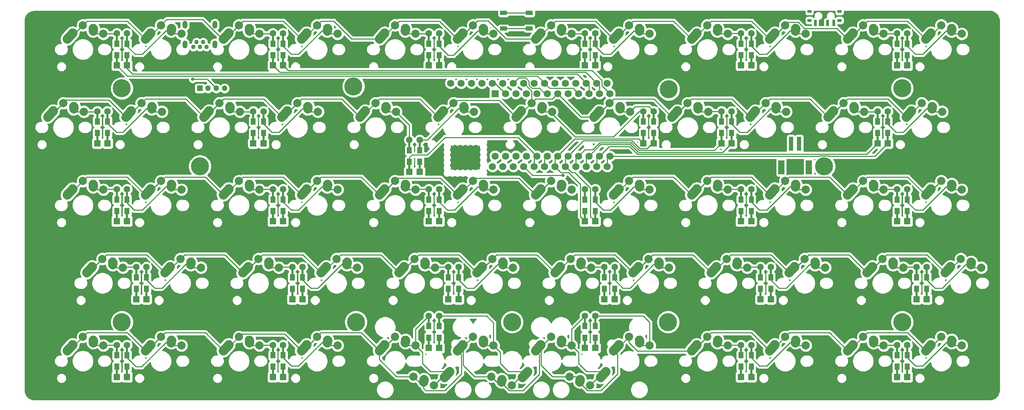
<source format=gbr>
G04 #@! TF.GenerationSoftware,KiCad,Pcbnew,(5.1.5-0-10_14)*
G04 #@! TF.CreationDate,2020-01-18T18:56:08-08:00*
G04 #@! TF.ProjectId,BRZ60_BLE_0.1,42525a36-305f-4424-9c45-5f302e312e6b,rev?*
G04 #@! TF.SameCoordinates,Original*
G04 #@! TF.FileFunction,Copper,L2,Bot*
G04 #@! TF.FilePolarity,Positive*
%FSLAX46Y46*%
G04 Gerber Fmt 4.6, Leading zero omitted, Abs format (unit mm)*
G04 Created by KiCad (PCBNEW (5.1.5-0-10_14)) date 2020-01-18 18:56:08*
%MOMM*%
%LPD*%
G04 APERTURE LIST*
%ADD10C,2.000000*%
%ADD11C,2.250000*%
%ADD12C,2.250000*%
%ADD13C,1.752600*%
%ADD14R,1.600000X1.600000*%
%ADD15C,1.600000*%
%ADD16R,0.500000X2.900000*%
%ADD17R,1.200000X1.600000*%
%ADD18R,1.752600X1.752600*%
%ADD19R,1.700000X1.000000*%
%ADD20O,1.200000X1.900000*%
%ADD21C,1.100000*%
%ADD22R,1.000000X3.500000*%
%ADD23R,1.500000X3.400000*%
%ADD24C,0.700000*%
%ADD25C,4.400000*%
%ADD26R,1.000000X0.800000*%
%ADD27R,0.700000X1.500000*%
%ADD28O,1.350000X1.350000*%
%ADD29R,1.350000X1.350000*%
%ADD30C,0.800000*%
%ADD31C,0.250000*%
%ADD32C,0.254000*%
G04 APERTURE END LIST*
D10*
X214850000Y-124650000D03*
X209850000Y-122550000D03*
D11*
X217350000Y-122750000D03*
D12*
X218660000Y-121290000D02*
X217350010Y-122750008D01*
D11*
X212310000Y-123830000D03*
D12*
X212350000Y-123250000D02*
X212310458Y-123830032D01*
D10*
X176850000Y-124650000D03*
X171850000Y-122550000D03*
D11*
X179350000Y-122750000D03*
D12*
X180660000Y-121290000D02*
X179350010Y-122750008D01*
D11*
X174310000Y-123830000D03*
D12*
X174350000Y-123250000D02*
X174310458Y-123830032D01*
D10*
X195800000Y-124650000D03*
X190800000Y-122550000D03*
D11*
X198300000Y-122750000D03*
D12*
X199610000Y-121290000D02*
X198300010Y-122750008D01*
D11*
X193260000Y-123830000D03*
D12*
X193300000Y-123250000D02*
X193260458Y-123830032D01*
D13*
X180900000Y-50990000D03*
X183440000Y-50990000D03*
X185980000Y-50990000D03*
X188520000Y-50990000D03*
X191060000Y-50990000D03*
X193600000Y-50990000D03*
X196140000Y-50990000D03*
X198680000Y-50990000D03*
X201220000Y-50990000D03*
X203760000Y-50990000D03*
X206300000Y-50990000D03*
X208840000Y-50990000D03*
X211380000Y-50990000D03*
X213920000Y-50990000D03*
X216460000Y-50990000D03*
X219000000Y-50990000D03*
X219000000Y-71310000D03*
X216460000Y-71310000D03*
X213920000Y-71310000D03*
X211380000Y-71310000D03*
X208840000Y-71310000D03*
X206300000Y-71310000D03*
X203760000Y-71310000D03*
X201220000Y-71310000D03*
X198680000Y-71310000D03*
X196140000Y-71310000D03*
X193600000Y-71310000D03*
X191060000Y-71310000D03*
D10*
X219570001Y-55850001D03*
X224570001Y-57950001D03*
D11*
X217070001Y-57750001D03*
D12*
X215760001Y-59210001D02*
X217069991Y-57749993D01*
D11*
X222110001Y-56670001D03*
D12*
X222070001Y-57250001D02*
X222109543Y-56669969D01*
D14*
X170820001Y-72650001D03*
D15*
X170820001Y-64850001D03*
D16*
X170820001Y-71250001D03*
D17*
X170820001Y-70150001D03*
X170820001Y-67350001D03*
D16*
X170820001Y-66250001D03*
D18*
X191680000Y-53530000D03*
D13*
X194220000Y-53530000D03*
X196760000Y-53530000D03*
X199300000Y-53530000D03*
X201840000Y-53530000D03*
X204380000Y-53530000D03*
X206920000Y-53530000D03*
X209460000Y-53530000D03*
X212000000Y-53530000D03*
X214540000Y-53530000D03*
X217080000Y-53530000D03*
X219620000Y-68770000D03*
X217080000Y-68770000D03*
X214540000Y-68770000D03*
X212000000Y-68770000D03*
X209460000Y-68770000D03*
X206920000Y-68770000D03*
X204380000Y-68770000D03*
X201840000Y-68770000D03*
X199300000Y-68770000D03*
X196760000Y-68770000D03*
X194220000Y-68770000D03*
X219620000Y-53530000D03*
X191680000Y-68770000D03*
D19*
X200050000Y-33850000D03*
X193750000Y-33850000D03*
X200050000Y-37650000D03*
X193750000Y-37650000D03*
D20*
X123450000Y-41550000D03*
X116150000Y-41550000D03*
D21*
X118200000Y-42150000D03*
X119000000Y-40950000D03*
X119800000Y-42150000D03*
X120600000Y-40950000D03*
X121400000Y-42150000D03*
D20*
X116150000Y-36730000D03*
X123450000Y-36730000D03*
D22*
X265750000Y-65800000D03*
X263750000Y-65800000D03*
D23*
X268100000Y-71550000D03*
X261400000Y-71550000D03*
D10*
X153070001Y-93850001D03*
X158070001Y-95950001D03*
D11*
X150570001Y-95750001D03*
D12*
X149260001Y-97210001D02*
X150569991Y-95749993D01*
D11*
X155610001Y-94670001D03*
D12*
X155570001Y-95250001D02*
X155609543Y-94669969D01*
D10*
X91320001Y-36850001D03*
X96320001Y-38950001D03*
D11*
X88820001Y-38750001D03*
D12*
X87510001Y-40210001D02*
X88819991Y-38749993D01*
D11*
X93860001Y-37670001D03*
D12*
X93820001Y-38250001D02*
X93859543Y-37669969D01*
D10*
X110320001Y-36850001D03*
X115320001Y-38950001D03*
D11*
X107820001Y-38750001D03*
D12*
X106510001Y-40210001D02*
X107819991Y-38749993D01*
D11*
X112860001Y-37670001D03*
D12*
X112820001Y-38250001D02*
X112859543Y-37669969D01*
D10*
X129320001Y-36850001D03*
X134320001Y-38950001D03*
D11*
X126820001Y-38750001D03*
D12*
X125510001Y-40210001D02*
X126819991Y-38749993D01*
D11*
X131860001Y-37670001D03*
D12*
X131820001Y-38250001D02*
X131859543Y-37669969D01*
D10*
X148320001Y-36850001D03*
X153320001Y-38950001D03*
D11*
X145820001Y-38750001D03*
D12*
X144510001Y-40210001D02*
X145819991Y-38749993D01*
D11*
X150860001Y-37670001D03*
D12*
X150820001Y-38250001D02*
X150859543Y-37669969D01*
D10*
X167320001Y-36850001D03*
X172320001Y-38950001D03*
D11*
X164820001Y-38750001D03*
D12*
X163510001Y-40210001D02*
X164819991Y-38749993D01*
D11*
X169860001Y-37670001D03*
D12*
X169820001Y-38250001D02*
X169859543Y-37669969D01*
D10*
X186320001Y-36850001D03*
X191320001Y-38950001D03*
D11*
X183820001Y-38750001D03*
D12*
X182510001Y-40210001D02*
X183819991Y-38749993D01*
D11*
X188860001Y-37670001D03*
D12*
X188820001Y-38250001D02*
X188859543Y-37669969D01*
D10*
X205320001Y-36850001D03*
X210320001Y-38950001D03*
D11*
X202820001Y-38750001D03*
D12*
X201510001Y-40210001D02*
X202819991Y-38749993D01*
D11*
X207860001Y-37670001D03*
D12*
X207820001Y-38250001D02*
X207859543Y-37669969D01*
D10*
X224320001Y-36850001D03*
X229320001Y-38950001D03*
D11*
X221820001Y-38750001D03*
D12*
X220510001Y-40210001D02*
X221819991Y-38749993D01*
D11*
X226860001Y-37670001D03*
D12*
X226820001Y-38250001D02*
X226859543Y-37669969D01*
D10*
X243320001Y-36850001D03*
X248320001Y-38950001D03*
D11*
X240820001Y-38750001D03*
D12*
X239510001Y-40210001D02*
X240819991Y-38749993D01*
D11*
X245860001Y-37670001D03*
D12*
X245820001Y-38250001D02*
X245859543Y-37669969D01*
D10*
X262320001Y-36850001D03*
X267320001Y-38950001D03*
D11*
X259820001Y-38750001D03*
D12*
X258510001Y-40210001D02*
X259819991Y-38749993D01*
D11*
X264860001Y-37670001D03*
D12*
X264820001Y-38250001D02*
X264859543Y-37669969D01*
D10*
X281320001Y-36850001D03*
X286320001Y-38950001D03*
D11*
X278820001Y-38750001D03*
D12*
X277510001Y-40210001D02*
X278819991Y-38749993D01*
D11*
X283860001Y-37670001D03*
D12*
X283820001Y-38250001D02*
X283859543Y-37669969D01*
D10*
X300320001Y-36850001D03*
X305320001Y-38950001D03*
D11*
X297820001Y-38750001D03*
D12*
X296510001Y-40210001D02*
X297819991Y-38749993D01*
D11*
X302860001Y-37670001D03*
D12*
X302820001Y-38250001D02*
X302859543Y-37669969D01*
D10*
X86570001Y-55850001D03*
X91570001Y-57950001D03*
D11*
X84070001Y-57750001D03*
D12*
X82760001Y-59210001D02*
X84069991Y-57749993D01*
D11*
X89110001Y-56670001D03*
D12*
X89070001Y-57250001D02*
X89109543Y-56669969D01*
D10*
X105570001Y-55850001D03*
X110570001Y-57950001D03*
D11*
X103070001Y-57750001D03*
D12*
X101760001Y-59210001D02*
X103069991Y-57749993D01*
D11*
X108110001Y-56670001D03*
D12*
X108070001Y-57250001D02*
X108109543Y-56669969D01*
D10*
X124570001Y-55850001D03*
X129570001Y-57950001D03*
D11*
X122070001Y-57750001D03*
D12*
X120760001Y-59210001D02*
X122069991Y-57749993D01*
D11*
X127110001Y-56670001D03*
D12*
X127070001Y-57250001D02*
X127109543Y-56669969D01*
D10*
X143570001Y-55850001D03*
X148570001Y-57950001D03*
D11*
X141070001Y-57750001D03*
D12*
X139760001Y-59210001D02*
X141069991Y-57749993D01*
D11*
X146110001Y-56670001D03*
D12*
X146070001Y-57250001D02*
X146109543Y-56669969D01*
D10*
X162570001Y-55850001D03*
X167570001Y-57950001D03*
D11*
X160070001Y-57750001D03*
D12*
X158760001Y-59210001D02*
X160069991Y-57749993D01*
D11*
X165110001Y-56670001D03*
D12*
X165070001Y-57250001D02*
X165109543Y-56669969D01*
D10*
X181570001Y-55850001D03*
X186570001Y-57950001D03*
D11*
X179070001Y-57750001D03*
D12*
X177760001Y-59210001D02*
X179069991Y-57749993D01*
D11*
X184110001Y-56670001D03*
D12*
X184070001Y-57250001D02*
X184109543Y-56669969D01*
D10*
X200570001Y-55850001D03*
X205570001Y-57950001D03*
D11*
X198070001Y-57750001D03*
D12*
X196760001Y-59210001D02*
X198069991Y-57749993D01*
D11*
X203110001Y-56670001D03*
D12*
X203070001Y-57250001D02*
X203109543Y-56669969D01*
D10*
X238570001Y-55850001D03*
X243570001Y-57950001D03*
D11*
X236070001Y-57750001D03*
D12*
X234760001Y-59210001D02*
X236069991Y-57749993D01*
D11*
X241110001Y-56670001D03*
D12*
X241070001Y-57250001D02*
X241109543Y-56669969D01*
D10*
X257570001Y-55850001D03*
X262570001Y-57950001D03*
D11*
X255070001Y-57750001D03*
D12*
X253760001Y-59210001D02*
X255069991Y-57749993D01*
D11*
X260110001Y-56670001D03*
D12*
X260070001Y-57250001D02*
X260109543Y-56669969D01*
D10*
X276570001Y-55850001D03*
X281570001Y-57950001D03*
D11*
X274070001Y-57750001D03*
D12*
X272760001Y-59210001D02*
X274069991Y-57749993D01*
D11*
X279110001Y-56670001D03*
D12*
X279070001Y-57250001D02*
X279109543Y-56669969D01*
D10*
X295570001Y-55850001D03*
X300570001Y-57950001D03*
D11*
X293070001Y-57750001D03*
D12*
X291760001Y-59210001D02*
X293069991Y-57749993D01*
D11*
X298110001Y-56670001D03*
D12*
X298070001Y-57250001D02*
X298109543Y-56669969D01*
D10*
X91320001Y-74850001D03*
X96320001Y-76950001D03*
D11*
X88820001Y-76750001D03*
D12*
X87510001Y-78210001D02*
X88819991Y-76749993D01*
D11*
X93860001Y-75670001D03*
D12*
X93820001Y-76250001D02*
X93859543Y-75669969D01*
D10*
X110320001Y-74850001D03*
X115320001Y-76950001D03*
D11*
X107820001Y-76750001D03*
D12*
X106510001Y-78210001D02*
X107819991Y-76749993D01*
D11*
X112860001Y-75670001D03*
D12*
X112820001Y-76250001D02*
X112859543Y-75669969D01*
D10*
X129320001Y-74850001D03*
X134320001Y-76950001D03*
D11*
X126820001Y-76750001D03*
D12*
X125510001Y-78210001D02*
X126819991Y-76749993D01*
D11*
X131860001Y-75670001D03*
D12*
X131820001Y-76250001D02*
X131859543Y-75669969D01*
D10*
X148320001Y-74850001D03*
X153320001Y-76950001D03*
D11*
X145820001Y-76750001D03*
D12*
X144510001Y-78210001D02*
X145819991Y-76749993D01*
D11*
X150860001Y-75670001D03*
D12*
X150820001Y-76250001D02*
X150859543Y-75669969D01*
D10*
X167320001Y-74850001D03*
X172320001Y-76950001D03*
D11*
X164820001Y-76750001D03*
D12*
X163510001Y-78210001D02*
X164819991Y-76749993D01*
D11*
X169860001Y-75670001D03*
D12*
X169820001Y-76250001D02*
X169859543Y-75669969D01*
D10*
X186320001Y-74850001D03*
X191320001Y-76950001D03*
D11*
X183820001Y-76750001D03*
D12*
X182510001Y-78210001D02*
X183819991Y-76749993D01*
D11*
X188860001Y-75670001D03*
D12*
X188820001Y-76250001D02*
X188859543Y-75669969D01*
D10*
X205320001Y-74850001D03*
X210320001Y-76950001D03*
D11*
X202820001Y-76750001D03*
D12*
X201510001Y-78210001D02*
X202819991Y-76749993D01*
D11*
X207860001Y-75670001D03*
D12*
X207820001Y-76250001D02*
X207859543Y-75669969D01*
D10*
X224320001Y-74850001D03*
X229320001Y-76950001D03*
D11*
X221820001Y-76750001D03*
D12*
X220510001Y-78210001D02*
X221819991Y-76749993D01*
D11*
X226860001Y-75670001D03*
D12*
X226820001Y-76250001D02*
X226859543Y-75669969D01*
D10*
X243320001Y-74850001D03*
X248320001Y-76950001D03*
D11*
X240820001Y-76750001D03*
D12*
X239510001Y-78210001D02*
X240819991Y-76749993D01*
D11*
X245860001Y-75670001D03*
D12*
X245820001Y-76250001D02*
X245859543Y-75669969D01*
D10*
X262320001Y-74850001D03*
X267320001Y-76950001D03*
D11*
X259820001Y-76750001D03*
D12*
X258510001Y-78210001D02*
X259819991Y-76749993D01*
D11*
X264860001Y-75670001D03*
D12*
X264820001Y-76250001D02*
X264859543Y-75669969D01*
D10*
X281320001Y-74850001D03*
X286320001Y-76950001D03*
D11*
X278820001Y-76750001D03*
D12*
X277510001Y-78210001D02*
X278819991Y-76749993D01*
D11*
X283860001Y-75670001D03*
D12*
X283820001Y-76250001D02*
X283859543Y-75669969D01*
D10*
X300320001Y-74850001D03*
X305320001Y-76950001D03*
D11*
X297820001Y-76750001D03*
D12*
X296510001Y-78210001D02*
X297819991Y-76749993D01*
D11*
X302860001Y-75670001D03*
D12*
X302820001Y-76250001D02*
X302859543Y-75669969D01*
D10*
X96070001Y-93850001D03*
X101070001Y-95950001D03*
D11*
X93570001Y-95750001D03*
D12*
X92260001Y-97210001D02*
X93569991Y-95749993D01*
D11*
X98610001Y-94670001D03*
D12*
X98570001Y-95250001D02*
X98609543Y-94669969D01*
D10*
X115070001Y-93850001D03*
X120070001Y-95950001D03*
D11*
X112570001Y-95750001D03*
D12*
X111260001Y-97210001D02*
X112569991Y-95749993D01*
D11*
X117610001Y-94670001D03*
D12*
X117570001Y-95250001D02*
X117609543Y-94669969D01*
D10*
X134070001Y-93850001D03*
X139070001Y-95950001D03*
D11*
X131570001Y-95750001D03*
D12*
X130260001Y-97210001D02*
X131569991Y-95749993D01*
D11*
X136610001Y-94670001D03*
D12*
X136570001Y-95250001D02*
X136609543Y-94669969D01*
D10*
X172070001Y-93850001D03*
X177070001Y-95950001D03*
D11*
X169570001Y-95750001D03*
D12*
X168260001Y-97210001D02*
X169569991Y-95749993D01*
D11*
X174610001Y-94670001D03*
D12*
X174570001Y-95250001D02*
X174609543Y-94669969D01*
D10*
X191070001Y-93850001D03*
X196070001Y-95950001D03*
D11*
X188570001Y-95750001D03*
D12*
X187260001Y-97210001D02*
X188569991Y-95749993D01*
D11*
X193610001Y-94670001D03*
D12*
X193570001Y-95250001D02*
X193609543Y-94669969D01*
D10*
X210070001Y-93850001D03*
X215070001Y-95950001D03*
D11*
X207570001Y-95750001D03*
D12*
X206260001Y-97210001D02*
X207569991Y-95749993D01*
D11*
X212610001Y-94670001D03*
D12*
X212570001Y-95250001D02*
X212609543Y-94669969D01*
D10*
X229070001Y-93850001D03*
X234070001Y-95950001D03*
D11*
X226570001Y-95750001D03*
D12*
X225260001Y-97210001D02*
X226569991Y-95749993D01*
D11*
X231610001Y-94670001D03*
D12*
X231570001Y-95250001D02*
X231609543Y-94669969D01*
D10*
X248070001Y-93850001D03*
X253070001Y-95950001D03*
D11*
X245570001Y-95750001D03*
D12*
X244260001Y-97210001D02*
X245569991Y-95749993D01*
D11*
X250610001Y-94670001D03*
D12*
X250570001Y-95250001D02*
X250609543Y-94669969D01*
D10*
X267070001Y-93850001D03*
X272070001Y-95950001D03*
D11*
X264570001Y-95750001D03*
D12*
X263260001Y-97210001D02*
X264569991Y-95749993D01*
D11*
X269610001Y-94670001D03*
D12*
X269570001Y-95250001D02*
X269609543Y-94669969D01*
D10*
X286070001Y-93850001D03*
X291070001Y-95950001D03*
D11*
X283570001Y-95750001D03*
D12*
X282260001Y-97210001D02*
X283569991Y-95749993D01*
D11*
X288610001Y-94670001D03*
D12*
X288570001Y-95250001D02*
X288609543Y-94669969D01*
D10*
X305070001Y-93850001D03*
X310070001Y-95950001D03*
D11*
X302570001Y-95750001D03*
D12*
X301260001Y-97210001D02*
X302569991Y-95749993D01*
D11*
X307610001Y-94670001D03*
D12*
X307570001Y-95250001D02*
X307609543Y-94669969D01*
D10*
X91320001Y-112850001D03*
X96320001Y-114950001D03*
D11*
X88820001Y-114750001D03*
D12*
X87510001Y-116210001D02*
X88819991Y-114749993D01*
D11*
X93860001Y-113670001D03*
D12*
X93820001Y-114250001D02*
X93859543Y-113669969D01*
D10*
X110320001Y-112850001D03*
X115320001Y-114950001D03*
D11*
X107820001Y-114750001D03*
D12*
X106510001Y-116210001D02*
X107819991Y-114749993D01*
D11*
X112860001Y-113670001D03*
D12*
X112820001Y-114250001D02*
X112859543Y-113669969D01*
D10*
X129320001Y-112850001D03*
X134320001Y-114950001D03*
D11*
X126820001Y-114750001D03*
D12*
X125510001Y-116210001D02*
X126819991Y-114749993D01*
D11*
X131860001Y-113670001D03*
D12*
X131820001Y-114250001D02*
X131859543Y-113669969D01*
D10*
X148320001Y-112850001D03*
X153320001Y-114950001D03*
D11*
X145820001Y-114750001D03*
D12*
X144510001Y-116210001D02*
X145819991Y-114749993D01*
D11*
X150860001Y-113670001D03*
D12*
X150820001Y-114250001D02*
X150859543Y-113669969D01*
D10*
X167320001Y-112850001D03*
X172320001Y-114950001D03*
D11*
X164820001Y-114750001D03*
D12*
X163510001Y-116210001D02*
X164819991Y-114749993D01*
D11*
X169860001Y-113670001D03*
D12*
X169820001Y-114250001D02*
X169859543Y-113669969D01*
D10*
X186320001Y-112850001D03*
X191320001Y-114950001D03*
D11*
X183820001Y-114750001D03*
D12*
X182510001Y-116210001D02*
X183819991Y-114749993D01*
D11*
X188860001Y-113670001D03*
D12*
X188820001Y-114250001D02*
X188859543Y-113669969D01*
D10*
X205320001Y-112850001D03*
X210320001Y-114950001D03*
D11*
X202820001Y-114750001D03*
D12*
X201510001Y-116210001D02*
X202819991Y-114749993D01*
D11*
X207860001Y-113670001D03*
D12*
X207820001Y-114250001D02*
X207859543Y-113669969D01*
D10*
X224320001Y-112850001D03*
X229320001Y-114950001D03*
D11*
X221820001Y-114750001D03*
D12*
X220510001Y-116210001D02*
X221819991Y-114749993D01*
D11*
X226860001Y-113670001D03*
D12*
X226820001Y-114250001D02*
X226859543Y-113669969D01*
D10*
X243320001Y-112850001D03*
X248320001Y-114950001D03*
D11*
X240820001Y-114750001D03*
D12*
X239510001Y-116210001D02*
X240819991Y-114749993D01*
D11*
X245860001Y-113670001D03*
D12*
X245820001Y-114250001D02*
X245859543Y-113669969D01*
D10*
X262320001Y-112850001D03*
X267320001Y-114950001D03*
D11*
X259820001Y-114750001D03*
D12*
X258510001Y-116210001D02*
X259819991Y-114749993D01*
D11*
X264860001Y-113670001D03*
D12*
X264820001Y-114250001D02*
X264859543Y-113669969D01*
D10*
X281320001Y-112850001D03*
X286320001Y-114950001D03*
D11*
X278820001Y-114750001D03*
D12*
X277510001Y-116210001D02*
X278819991Y-114749993D01*
D11*
X283860001Y-113670001D03*
D12*
X283820001Y-114250001D02*
X283859543Y-113669969D01*
D10*
X300320001Y-112850001D03*
X305320001Y-114950001D03*
D11*
X297820001Y-114750001D03*
D12*
X296510001Y-116210001D02*
X297819991Y-114749993D01*
D11*
X302860001Y-113670001D03*
D12*
X302820001Y-114250001D02*
X302859543Y-113669969D01*
D14*
X137570001Y-46650001D03*
D15*
X137570001Y-38850001D03*
D16*
X137570001Y-45250001D03*
D17*
X137570001Y-44150001D03*
X137570001Y-41350001D03*
D16*
X137570001Y-40250001D03*
D14*
X99570001Y-46650001D03*
D15*
X99570001Y-38850001D03*
D16*
X99570001Y-45250001D03*
D17*
X99570001Y-44150001D03*
X99570001Y-41350001D03*
D16*
X99570001Y-40250001D03*
D14*
X102070001Y-46650001D03*
D15*
X102070001Y-38850001D03*
D16*
X102070001Y-45250001D03*
D17*
X102070001Y-44150001D03*
X102070001Y-41350001D03*
D16*
X102070001Y-40250001D03*
D14*
X140070001Y-46650001D03*
D15*
X140070001Y-38850001D03*
D16*
X140070001Y-45250001D03*
D17*
X140070001Y-44150001D03*
X140070001Y-41350001D03*
D16*
X140070001Y-40250001D03*
D14*
X175570001Y-46650001D03*
D15*
X175570001Y-38850001D03*
D16*
X175570001Y-45250001D03*
D17*
X175570001Y-44150001D03*
X175570001Y-41350001D03*
D16*
X175570001Y-40250001D03*
D14*
X178070001Y-46650001D03*
D15*
X178070001Y-38850001D03*
D16*
X178070001Y-45250001D03*
D17*
X178070001Y-44150001D03*
X178070001Y-41350001D03*
D16*
X178070001Y-40250001D03*
D14*
X213570001Y-46650001D03*
D15*
X213570001Y-38850001D03*
D16*
X213570001Y-45250001D03*
D17*
X213570001Y-44150001D03*
X213570001Y-41350001D03*
D16*
X213570001Y-40250001D03*
D14*
X216070001Y-46650001D03*
D15*
X216070001Y-38850001D03*
D16*
X216070001Y-45250001D03*
D17*
X216070001Y-44150001D03*
X216070001Y-41350001D03*
D16*
X216070001Y-40250001D03*
D14*
X251570001Y-46650001D03*
D15*
X251570001Y-38850001D03*
D16*
X251570001Y-45250001D03*
D17*
X251570001Y-44150001D03*
X251570001Y-41350001D03*
D16*
X251570001Y-40250001D03*
D14*
X254070001Y-46650001D03*
D15*
X254070001Y-38850001D03*
D16*
X254070001Y-45250001D03*
D17*
X254070001Y-44150001D03*
X254070001Y-41350001D03*
D16*
X254070001Y-40250001D03*
D14*
X289570001Y-46650001D03*
D15*
X289570001Y-38850001D03*
D16*
X289570001Y-45250001D03*
D17*
X289570001Y-44150001D03*
X289570001Y-41350001D03*
D16*
X289570001Y-40250001D03*
D14*
X292070001Y-46650001D03*
D15*
X292070001Y-38850001D03*
D16*
X292070001Y-45250001D03*
D17*
X292070001Y-44150001D03*
X292070001Y-41350001D03*
D16*
X292070001Y-40250001D03*
D14*
X94820001Y-65650001D03*
D15*
X94820001Y-57850001D03*
D16*
X94820001Y-64250001D03*
D17*
X94820001Y-63150001D03*
X94820001Y-60350001D03*
D16*
X94820001Y-59250001D03*
D14*
X97320001Y-65650001D03*
D15*
X97320001Y-57850001D03*
D16*
X97320001Y-64250001D03*
D17*
X97320001Y-63150001D03*
X97320001Y-60350001D03*
D16*
X97320001Y-59250001D03*
D14*
X132820001Y-65650001D03*
D15*
X132820001Y-57850001D03*
D16*
X132820001Y-64250001D03*
D17*
X132820001Y-63150001D03*
X132820001Y-60350001D03*
D16*
X132820001Y-59250001D03*
D14*
X135320001Y-65650001D03*
D15*
X135320001Y-57850001D03*
D16*
X135320001Y-64250001D03*
D17*
X135320001Y-63150001D03*
X135320001Y-60350001D03*
D16*
X135320001Y-59250001D03*
D14*
X173320001Y-72650001D03*
D15*
X173320001Y-64850001D03*
D16*
X173320001Y-71250001D03*
D17*
X173320001Y-70150001D03*
X173320001Y-67350001D03*
D16*
X173320001Y-66250001D03*
D14*
X227820001Y-65650001D03*
D15*
X227820001Y-57850001D03*
D16*
X227820001Y-64250001D03*
D17*
X227820001Y-63150001D03*
X227820001Y-60350001D03*
D16*
X227820001Y-59250001D03*
D14*
X230320001Y-65650001D03*
D15*
X230320001Y-57850001D03*
D16*
X230320001Y-64250001D03*
D17*
X230320001Y-63150001D03*
X230320001Y-60350001D03*
D16*
X230320001Y-59250001D03*
D14*
X246820001Y-65650001D03*
D15*
X246820001Y-57850001D03*
D16*
X246820001Y-64250001D03*
D17*
X246820001Y-63150001D03*
X246820001Y-60350001D03*
D16*
X246820001Y-59250001D03*
D14*
X249320001Y-65650001D03*
D15*
X249320001Y-57850001D03*
D16*
X249320001Y-64250001D03*
D17*
X249320001Y-63150001D03*
X249320001Y-60350001D03*
D16*
X249320001Y-59250001D03*
D14*
X284820001Y-65650001D03*
D15*
X284820001Y-57850001D03*
D16*
X284820001Y-64250001D03*
D17*
X284820001Y-63150001D03*
X284820001Y-60350001D03*
D16*
X284820001Y-59250001D03*
D14*
X287320001Y-65650001D03*
D15*
X287320001Y-57850001D03*
D16*
X287320001Y-64250001D03*
D17*
X287320001Y-63150001D03*
X287320001Y-60350001D03*
D16*
X287320001Y-59250001D03*
D14*
X99570001Y-84650001D03*
D15*
X99570001Y-76850001D03*
D16*
X99570001Y-83250001D03*
D17*
X99570001Y-82150001D03*
X99570001Y-79350001D03*
D16*
X99570001Y-78250001D03*
D14*
X102070001Y-84650001D03*
D15*
X102070001Y-76850001D03*
D16*
X102070001Y-83250001D03*
D17*
X102070001Y-82150001D03*
X102070001Y-79350001D03*
D16*
X102070001Y-78250001D03*
D14*
X137570001Y-84650001D03*
D15*
X137570001Y-76850001D03*
D16*
X137570001Y-83250001D03*
D17*
X137570001Y-82150001D03*
X137570001Y-79350001D03*
D16*
X137570001Y-78250001D03*
D14*
X140070001Y-84650001D03*
D15*
X140070001Y-76850001D03*
D16*
X140070001Y-83250001D03*
D17*
X140070001Y-82150001D03*
X140070001Y-79350001D03*
D16*
X140070001Y-78250001D03*
D14*
X175570001Y-84650001D03*
D15*
X175570001Y-76850001D03*
D16*
X175570001Y-83250001D03*
D17*
X175570001Y-82150001D03*
X175570001Y-79350001D03*
D16*
X175570001Y-78250001D03*
D14*
X178070001Y-84650001D03*
D15*
X178070001Y-76850001D03*
D16*
X178070001Y-83250001D03*
D17*
X178070001Y-82150001D03*
X178070001Y-79350001D03*
D16*
X178070001Y-78250001D03*
D14*
X213570001Y-84650001D03*
D15*
X213570001Y-76850001D03*
D16*
X213570001Y-83250001D03*
D17*
X213570001Y-82150001D03*
X213570001Y-79350001D03*
D16*
X213570001Y-78250001D03*
D14*
X216070001Y-84650001D03*
D15*
X216070001Y-76850001D03*
D16*
X216070001Y-83250001D03*
D17*
X216070001Y-82150001D03*
X216070001Y-79350001D03*
D16*
X216070001Y-78250001D03*
D14*
X251570001Y-84650001D03*
D15*
X251570001Y-76850001D03*
D16*
X251570001Y-83250001D03*
D17*
X251570001Y-82150001D03*
X251570001Y-79350001D03*
D16*
X251570001Y-78250001D03*
D14*
X254070001Y-84650001D03*
D15*
X254070001Y-76850001D03*
D16*
X254070001Y-83250001D03*
D17*
X254070001Y-82150001D03*
X254070001Y-79350001D03*
D16*
X254070001Y-78250001D03*
D14*
X289570001Y-84650001D03*
D15*
X289570001Y-76850001D03*
D16*
X289570001Y-83250001D03*
D17*
X289570001Y-82150001D03*
X289570001Y-79350001D03*
D16*
X289570001Y-78250001D03*
D14*
X292070001Y-84650001D03*
D15*
X292070001Y-76850001D03*
D16*
X292070001Y-83250001D03*
D17*
X292070001Y-82150001D03*
X292070001Y-79350001D03*
D16*
X292070001Y-78250001D03*
D14*
X104320001Y-103650001D03*
D15*
X104320001Y-95850001D03*
D16*
X104320001Y-102250001D03*
D17*
X104320001Y-101150001D03*
X104320001Y-98350001D03*
D16*
X104320001Y-97250001D03*
D14*
X106820001Y-103650001D03*
D15*
X106820001Y-95850001D03*
D16*
X106820001Y-102250001D03*
D17*
X106820001Y-101150001D03*
X106820001Y-98350001D03*
D16*
X106820001Y-97250001D03*
D14*
X142320001Y-103650001D03*
D15*
X142320001Y-95850001D03*
D16*
X142320001Y-102250001D03*
D17*
X142320001Y-101150001D03*
X142320001Y-98350001D03*
D16*
X142320001Y-97250001D03*
D14*
X144820001Y-103650001D03*
D15*
X144820001Y-95850001D03*
D16*
X144820001Y-102250001D03*
D17*
X144820001Y-101150001D03*
X144820001Y-98350001D03*
D16*
X144820001Y-97250001D03*
D14*
X180320001Y-103650001D03*
D15*
X180320001Y-95850001D03*
D16*
X180320001Y-102250001D03*
D17*
X180320001Y-101150001D03*
X180320001Y-98350001D03*
D16*
X180320001Y-97250001D03*
D14*
X182820001Y-103650001D03*
D15*
X182820001Y-95850001D03*
D16*
X182820001Y-102250001D03*
D17*
X182820001Y-101150001D03*
X182820001Y-98350001D03*
D16*
X182820001Y-97250001D03*
D14*
X218320001Y-103650001D03*
D15*
X218320001Y-95850001D03*
D16*
X218320001Y-102250001D03*
D17*
X218320001Y-101150001D03*
X218320001Y-98350001D03*
D16*
X218320001Y-97250001D03*
D14*
X220820001Y-103650001D03*
D15*
X220820001Y-95850001D03*
D16*
X220820001Y-102250001D03*
D17*
X220820001Y-101150001D03*
X220820001Y-98350001D03*
D16*
X220820001Y-97250001D03*
D14*
X256320001Y-103650001D03*
D15*
X256320001Y-95850001D03*
D16*
X256320001Y-102250001D03*
D17*
X256320001Y-101150001D03*
X256320001Y-98350001D03*
D16*
X256320001Y-97250001D03*
D14*
X258820001Y-103650001D03*
D15*
X258820001Y-95850001D03*
D16*
X258820001Y-102250001D03*
D17*
X258820001Y-101150001D03*
X258820001Y-98350001D03*
D16*
X258820001Y-97250001D03*
D14*
X294320001Y-103650001D03*
D15*
X294320001Y-95850001D03*
D16*
X294320001Y-102250001D03*
D17*
X294320001Y-101150001D03*
X294320001Y-98350001D03*
D16*
X294320001Y-97250001D03*
D14*
X296820001Y-103650001D03*
D15*
X296820001Y-95850001D03*
D16*
X296820001Y-102250001D03*
D17*
X296820001Y-101150001D03*
X296820001Y-98350001D03*
D16*
X296820001Y-97250001D03*
D14*
X99570001Y-122650001D03*
D15*
X99570001Y-114850001D03*
D16*
X99570001Y-121250001D03*
D17*
X99570001Y-120150001D03*
X99570001Y-117350001D03*
D16*
X99570001Y-116250001D03*
D14*
X102070001Y-122650001D03*
D15*
X102070001Y-114850001D03*
D16*
X102070001Y-121250001D03*
D17*
X102070001Y-120150001D03*
X102070001Y-117350001D03*
D16*
X102070001Y-116250001D03*
D14*
X137570001Y-122650001D03*
D15*
X137570001Y-114850001D03*
D16*
X137570001Y-121250001D03*
D17*
X137570001Y-120150001D03*
X137570001Y-117350001D03*
D16*
X137570001Y-116250001D03*
D14*
X140070001Y-122650001D03*
D15*
X140070001Y-114850001D03*
D16*
X140070001Y-121250001D03*
D17*
X140070001Y-120150001D03*
X140070001Y-117350001D03*
D16*
X140070001Y-116250001D03*
D14*
X175570001Y-115550001D03*
D15*
X175570001Y-107750001D03*
D16*
X175570001Y-114150001D03*
D17*
X175570001Y-113050001D03*
X175570001Y-110250001D03*
D16*
X175570001Y-109150001D03*
D14*
X178070001Y-115550001D03*
D15*
X178070001Y-107750001D03*
D16*
X178070001Y-114150001D03*
D17*
X178070001Y-113050001D03*
X178070001Y-110250001D03*
D16*
X178070001Y-109150001D03*
D14*
X213570001Y-115550001D03*
D15*
X213570001Y-107750001D03*
D16*
X213570001Y-114150001D03*
D17*
X213570001Y-113050001D03*
X213570001Y-110250001D03*
D16*
X213570001Y-109150001D03*
D14*
X216070001Y-115550001D03*
D15*
X216070001Y-107750001D03*
D16*
X216070001Y-114150001D03*
D17*
X216070001Y-113050001D03*
X216070001Y-110250001D03*
D16*
X216070001Y-109150001D03*
D14*
X251570001Y-122650001D03*
D15*
X251570001Y-114850001D03*
D16*
X251570001Y-121250001D03*
D17*
X251570001Y-120150001D03*
X251570001Y-117350001D03*
D16*
X251570001Y-116250001D03*
D14*
X254070001Y-122650001D03*
D15*
X254070001Y-114850001D03*
D16*
X254070001Y-121250001D03*
D17*
X254070001Y-120150001D03*
X254070001Y-117350001D03*
D16*
X254070001Y-116250001D03*
D14*
X289570001Y-122650001D03*
D15*
X289570001Y-114850001D03*
D16*
X289570001Y-121250001D03*
D17*
X289570001Y-120150001D03*
X289570001Y-117350001D03*
D16*
X289570001Y-116250001D03*
D14*
X292070001Y-122650001D03*
D15*
X292070001Y-114850001D03*
D16*
X292070001Y-121250001D03*
D17*
X292070001Y-120150001D03*
X292070001Y-117350001D03*
D16*
X292070001Y-116250001D03*
D24*
X120986727Y-70083275D03*
X119820001Y-69600001D03*
X118653275Y-70083275D03*
X118170001Y-71250001D03*
X118653275Y-72416727D03*
X119820001Y-72900001D03*
X120986727Y-72416727D03*
X121470001Y-71250001D03*
D25*
X119820001Y-71250001D03*
D24*
X272986727Y-70083275D03*
X271820001Y-69600001D03*
X270653275Y-70083275D03*
X270170001Y-71250001D03*
X270653275Y-72416727D03*
X271820001Y-72900001D03*
X272986727Y-72416727D03*
X273470001Y-71250001D03*
D25*
X271820001Y-71250001D03*
X233820001Y-109250001D03*
D24*
X235470001Y-109250001D03*
X234986727Y-110416727D03*
X233820001Y-110900001D03*
X232653275Y-110416727D03*
X232170001Y-109250001D03*
X232653275Y-108083275D03*
X233820001Y-107600001D03*
X234986727Y-108083275D03*
X158986727Y-108083275D03*
X157820001Y-107600001D03*
X156653275Y-108083275D03*
X156170001Y-109250001D03*
X156653275Y-110416727D03*
X157820001Y-110900001D03*
X158986727Y-110416727D03*
X159470001Y-109250001D03*
D25*
X157820001Y-109250001D03*
X157200000Y-51750000D03*
D24*
X158850000Y-51750000D03*
X158366726Y-52916726D03*
X157200000Y-53400000D03*
X156033274Y-52916726D03*
X155550000Y-51750000D03*
X156033274Y-50583274D03*
X157200000Y-50100000D03*
X158366726Y-50583274D03*
X289653275Y-53416727D03*
X290820001Y-53900001D03*
X291986727Y-53416727D03*
X292470001Y-52250001D03*
X291986727Y-51083275D03*
X290820001Y-50600001D03*
X289653275Y-51083275D03*
X289170001Y-52250001D03*
D25*
X290820001Y-52250001D03*
D24*
X196986727Y-108083275D03*
X195820001Y-107600001D03*
X194653275Y-108083275D03*
X194170001Y-109250001D03*
X194653275Y-110416727D03*
X195820001Y-110900001D03*
X196986727Y-110416727D03*
X197470001Y-109250001D03*
D25*
X195820001Y-109250001D03*
X233950000Y-52500000D03*
D24*
X235600000Y-52500000D03*
X235116726Y-53666726D03*
X233950000Y-54150000D03*
X232783274Y-53666726D03*
X232300000Y-52500000D03*
X232783274Y-51333274D03*
X233950000Y-50850000D03*
X235116726Y-51333274D03*
X291986727Y-108083275D03*
X290820001Y-107600001D03*
X289653275Y-108083275D03*
X289170001Y-109250001D03*
X289653275Y-110416727D03*
X290820001Y-110900001D03*
X291986727Y-110416727D03*
X292470001Y-109250001D03*
D25*
X290820001Y-109250001D03*
X100820001Y-109250001D03*
D24*
X102470001Y-109250001D03*
X101986727Y-110416727D03*
X100820001Y-110900001D03*
X99653275Y-110416727D03*
X99170001Y-109250001D03*
X99653275Y-108083275D03*
X100820001Y-107600001D03*
X101986727Y-108083275D03*
X101986727Y-51083275D03*
X100820001Y-50600001D03*
X99653275Y-51083275D03*
X99170001Y-52250001D03*
X99653275Y-53416727D03*
X100820001Y-53900001D03*
X101986727Y-53416727D03*
X102470001Y-52250001D03*
D25*
X100820001Y-52250001D03*
D26*
X268250000Y-35680000D03*
X275550000Y-35680000D03*
X275550000Y-33470000D03*
X268250000Y-33470000D03*
D27*
X274150000Y-36330000D03*
X272650000Y-36330000D03*
X269650000Y-36330000D03*
D28*
X125800000Y-52250000D03*
X123800000Y-52250000D03*
X121800000Y-52250000D03*
D29*
X119800000Y-52250000D03*
D30*
X193750000Y-37650004D03*
X193750000Y-33849994D03*
X208200000Y-73499998D03*
X118050000Y-50050000D03*
D31*
X191680000Y-50990000D02*
X191060000Y-50990000D01*
X194220000Y-53530000D02*
X191680000Y-50990000D01*
X89420001Y-114750001D02*
X88820001Y-114750001D01*
X91320001Y-112850001D02*
X89420001Y-114750001D01*
X92320000Y-111850002D02*
X102150002Y-111850002D01*
X91320001Y-112850001D02*
X92320000Y-111850002D01*
X103195002Y-112895002D02*
X106510001Y-116210001D01*
X102150002Y-111850002D02*
X103195002Y-112895002D01*
X108420001Y-114750001D02*
X107820001Y-114750001D01*
X110320001Y-112850001D02*
X108420001Y-114750001D01*
X111320000Y-111850002D02*
X121150002Y-111850002D01*
X121150002Y-111850002D02*
X125510001Y-116210001D01*
X110320001Y-112850001D02*
X111320000Y-111850002D01*
X127420001Y-114750001D02*
X126820001Y-114750001D01*
X129320001Y-112850001D02*
X127420001Y-114750001D01*
X146420001Y-114750001D02*
X145820001Y-114750001D01*
X148320001Y-112850001D02*
X146420001Y-114750001D01*
X159150002Y-111850002D02*
X163510001Y-116210001D01*
X149320000Y-111850002D02*
X159150002Y-111850002D01*
X148320001Y-112850001D02*
X149320000Y-111850002D01*
X165420001Y-114750001D02*
X164820001Y-114750001D01*
X167320001Y-112850001D02*
X165420001Y-114750001D01*
X167688026Y-122550000D02*
X170435787Y-122550000D01*
X163510001Y-118371975D02*
X167688026Y-122550000D01*
X170435787Y-122550000D02*
X171850000Y-122550000D01*
X163510001Y-116210001D02*
X163510001Y-118371975D01*
X173130000Y-123830000D02*
X174310000Y-123830000D01*
X171850000Y-122550000D02*
X173130000Y-123830000D01*
X184420001Y-114750001D02*
X183820001Y-114750001D01*
X186320001Y-112850001D02*
X184420001Y-114750001D01*
X182510001Y-116210001D02*
X182510001Y-116260001D01*
X192080000Y-123830000D02*
X193260000Y-123830000D01*
X190800000Y-122550000D02*
X192080000Y-123830000D01*
X179444003Y-125975001D02*
X174864011Y-125975001D01*
X183525001Y-121894003D02*
X179444003Y-125975001D01*
X174310000Y-125420990D02*
X174310000Y-123830000D01*
X174864011Y-125975001D02*
X174310000Y-125420990D01*
X183525001Y-117225001D02*
X183525001Y-121894003D01*
X182510001Y-116210001D02*
X183525001Y-117225001D01*
X183950000Y-119811974D02*
X183950000Y-114880000D01*
X186688026Y-122550000D02*
X183950000Y-119811974D01*
X183950000Y-114880000D02*
X183820001Y-114750001D01*
X190800000Y-122550000D02*
X186688026Y-122550000D01*
X202475001Y-117175001D02*
X201510001Y-116210001D01*
X202475001Y-121944003D02*
X202475001Y-117175001D01*
X198444003Y-125975001D02*
X202475001Y-121944003D01*
X195163999Y-125975001D02*
X198444003Y-125975001D01*
X193300000Y-124111002D02*
X195163999Y-125975001D01*
X193300000Y-123250000D02*
X193300000Y-124111002D01*
X203420001Y-114750001D02*
X202820001Y-114750001D01*
X205320001Y-112850001D02*
X203420001Y-114750001D01*
X202900000Y-114830000D02*
X202820001Y-114750001D01*
X202900000Y-119761974D02*
X202900000Y-114830000D01*
X205688026Y-122550000D02*
X202900000Y-119761974D01*
X209850000Y-122550000D02*
X205688026Y-122550000D01*
X211650000Y-122550000D02*
X209850000Y-122550000D01*
X212350000Y-123250000D02*
X211650000Y-122550000D01*
X221550000Y-117250000D02*
X220510001Y-116210001D01*
X221550000Y-121869004D02*
X221550000Y-117250000D01*
X214213999Y-125975001D02*
X217444003Y-125975001D01*
X217444003Y-125975001D02*
X221550000Y-121869004D01*
X212350000Y-124111002D02*
X214213999Y-125975001D01*
X212350000Y-123250000D02*
X212350000Y-124111002D01*
X222420001Y-114750001D02*
X221820001Y-114750001D01*
X224320001Y-112850001D02*
X222420001Y-114750001D01*
X239445000Y-116275002D02*
X239510001Y-116210001D01*
X226330789Y-116275002D02*
X239445000Y-116275002D01*
X224320001Y-114264214D02*
X226330789Y-116275002D01*
X224320001Y-112850001D02*
X224320001Y-114264214D01*
X241420001Y-114750001D02*
X240820001Y-114750001D01*
X243320001Y-112850001D02*
X241420001Y-114750001D01*
X254150002Y-111850002D02*
X258510001Y-116210001D01*
X244320000Y-111850002D02*
X254150002Y-111850002D01*
X243320001Y-112850001D02*
X244320000Y-111850002D01*
X260420001Y-114750001D02*
X259820001Y-114750001D01*
X262320001Y-112850001D02*
X260420001Y-114750001D01*
X273150002Y-111850002D02*
X277510001Y-116210001D01*
X263320000Y-111850002D02*
X273150002Y-111850002D01*
X262320001Y-112850001D02*
X263320000Y-111850002D01*
X279420001Y-114750001D02*
X278820001Y-114750001D01*
X281320001Y-112850001D02*
X279420001Y-114750001D01*
X292150002Y-111850002D02*
X296510001Y-116210001D01*
X282320000Y-111850002D02*
X292150002Y-111850002D01*
X281320001Y-112850001D02*
X282320000Y-111850002D01*
X298420001Y-114750001D02*
X297820001Y-114750001D01*
X300320001Y-112850001D02*
X298420001Y-114750001D01*
X140450000Y-112150000D02*
X144510001Y-116210001D01*
X130020002Y-112150000D02*
X140450000Y-112150000D01*
X129320001Y-112850001D02*
X130020002Y-112150000D01*
X201840000Y-53530000D02*
X201077926Y-53530000D01*
X94170001Y-95750001D02*
X93570001Y-95750001D01*
X96070001Y-93850001D02*
X94170001Y-95750001D01*
X106900002Y-92850002D02*
X111260001Y-97210001D01*
X97070000Y-92850002D02*
X106900002Y-92850002D01*
X96070001Y-93850001D02*
X97070000Y-92850002D01*
X113170001Y-95750001D02*
X112570001Y-95750001D01*
X115070001Y-93850001D02*
X113170001Y-95750001D01*
X125900002Y-92850002D02*
X130260001Y-97210001D01*
X116070000Y-92850002D02*
X125900002Y-92850002D01*
X115070001Y-93850001D02*
X116070000Y-92850002D01*
X132170001Y-95750001D02*
X131570001Y-95750001D01*
X134070001Y-93850001D02*
X132170001Y-95750001D01*
X144900002Y-92850002D02*
X149260001Y-97210001D01*
X135070000Y-92850002D02*
X144900002Y-92850002D01*
X134070001Y-93850001D02*
X135070000Y-92850002D01*
X151170001Y-95750001D02*
X150570001Y-95750001D01*
X153070001Y-93850001D02*
X151170001Y-95750001D01*
X163900002Y-92850002D02*
X168260001Y-97210001D01*
X154070000Y-92850002D02*
X163900002Y-92850002D01*
X153070001Y-93850001D02*
X154070000Y-92850002D01*
X170170001Y-95750001D02*
X169570001Y-95750001D01*
X172070001Y-93850001D02*
X170170001Y-95750001D01*
X182900002Y-92850002D02*
X187260001Y-97210001D01*
X173070000Y-92850002D02*
X182900002Y-92850002D01*
X172070001Y-93850001D02*
X173070000Y-92850002D01*
X189170001Y-95750001D02*
X188570001Y-95750001D01*
X191070001Y-93850001D02*
X189170001Y-95750001D01*
X201900002Y-92850002D02*
X206260001Y-97210001D01*
X192070000Y-92850002D02*
X201900002Y-92850002D01*
X191070001Y-93850001D02*
X192070000Y-92850002D01*
X208170001Y-95750001D02*
X207570001Y-95750001D01*
X210070001Y-93850001D02*
X208170001Y-95750001D01*
X220900002Y-92850002D02*
X225260001Y-97210001D01*
X211070000Y-92850002D02*
X220900002Y-92850002D01*
X210070001Y-93850001D02*
X211070000Y-92850002D01*
X227170001Y-95750001D02*
X226570001Y-95750001D01*
X229070001Y-93850001D02*
X227170001Y-95750001D01*
X239900002Y-92850002D02*
X244260001Y-97210001D01*
X230070000Y-92850002D02*
X239900002Y-92850002D01*
X229070001Y-93850001D02*
X230070000Y-92850002D01*
X246170001Y-95750001D02*
X245570001Y-95750001D01*
X248070001Y-93850001D02*
X246170001Y-95750001D01*
X249070000Y-92850002D02*
X258900002Y-92850002D01*
X258900002Y-92850002D02*
X263260001Y-97210001D01*
X248070001Y-93850001D02*
X249070000Y-92850002D01*
X265170001Y-95750001D02*
X264570001Y-95750001D01*
X267070001Y-93850001D02*
X265170001Y-95750001D01*
X277900002Y-92850002D02*
X282260001Y-97210001D01*
X268070000Y-92850002D02*
X277900002Y-92850002D01*
X267070001Y-93850001D02*
X268070000Y-92850002D01*
X284170001Y-95750001D02*
X283570001Y-95750001D01*
X286070001Y-93850001D02*
X284170001Y-95750001D01*
X296900002Y-92850002D02*
X301260001Y-97210001D01*
X287070000Y-92850002D02*
X296900002Y-92850002D01*
X286070001Y-93850001D02*
X287070000Y-92850002D01*
X303170001Y-95750001D02*
X302570001Y-95750001D01*
X305070001Y-93850001D02*
X303170001Y-95750001D01*
X89420001Y-76750001D02*
X88820001Y-76750001D01*
X91320001Y-74850001D02*
X89420001Y-76750001D01*
X102150002Y-73850002D02*
X106510001Y-78210001D01*
X92320000Y-73850002D02*
X102150002Y-73850002D01*
X91320001Y-74850001D02*
X92320000Y-73850002D01*
X108420001Y-76750001D02*
X107820001Y-76750001D01*
X110320001Y-74850001D02*
X108420001Y-76750001D01*
X121150002Y-73850002D02*
X125510001Y-78210001D01*
X111320000Y-73850002D02*
X121150002Y-73850002D01*
X110320001Y-74850001D02*
X111320000Y-73850002D01*
X127420001Y-76750001D02*
X126820001Y-76750001D01*
X129320001Y-74850001D02*
X127420001Y-76750001D01*
X140150002Y-73850002D02*
X144510001Y-78210001D01*
X130320000Y-73850002D02*
X140150002Y-73850002D01*
X129320001Y-74850001D02*
X130320000Y-73850002D01*
X146420001Y-76750001D02*
X145820001Y-76750001D01*
X148320001Y-74850001D02*
X146420001Y-76750001D01*
X159150002Y-73850002D02*
X163510001Y-78210001D01*
X149320000Y-73850002D02*
X159150002Y-73850002D01*
X148320001Y-74850001D02*
X149320000Y-73850002D01*
X165420001Y-76750001D02*
X164820001Y-76750001D01*
X167320001Y-74850001D02*
X165420001Y-76750001D01*
X184420001Y-76750001D02*
X183820001Y-76750001D01*
X186320001Y-74850001D02*
X184420001Y-76750001D01*
X203420001Y-76750001D02*
X202820001Y-76750001D01*
X205320001Y-74850001D02*
X203420001Y-76750001D01*
X222420001Y-76750001D02*
X221820001Y-76750001D01*
X224320001Y-74850001D02*
X222420001Y-76750001D01*
X235150002Y-73850002D02*
X239510001Y-78210001D01*
X225320000Y-73850002D02*
X235150002Y-73850002D01*
X224320001Y-74850001D02*
X225320000Y-73850002D01*
X241420001Y-76750001D02*
X240820001Y-76750001D01*
X243320001Y-74850001D02*
X241420001Y-76750001D01*
X254150002Y-73850002D02*
X258510001Y-78210001D01*
X244320000Y-73850002D02*
X254150002Y-73850002D01*
X243320001Y-74850001D02*
X244320000Y-73850002D01*
X260420001Y-76750001D02*
X259820001Y-76750001D01*
X262320001Y-74850001D02*
X260420001Y-76750001D01*
X273150002Y-73850002D02*
X277510001Y-78210001D01*
X263320000Y-73850002D02*
X273150002Y-73850002D01*
X262320001Y-74850001D02*
X263320000Y-73850002D01*
X202556795Y-52250000D02*
X203836795Y-53530000D01*
X200702074Y-52250000D02*
X202556795Y-52250000D01*
X203836795Y-53530000D02*
X204380000Y-53530000D01*
X199950000Y-51497926D02*
X200702074Y-52250000D01*
X199950000Y-50482074D02*
X199950000Y-51497926D01*
X199167926Y-49700000D02*
X199950000Y-50482074D01*
X197430000Y-49700000D02*
X199167926Y-49700000D01*
X196140000Y-50990000D02*
X197430000Y-49700000D01*
X187020002Y-74150000D02*
X197450000Y-74150000D01*
X186320001Y-74850001D02*
X187020002Y-74150000D01*
X197450000Y-74150000D02*
X201510001Y-78210001D01*
X292150002Y-73850002D02*
X296510001Y-78210001D01*
X282320000Y-73850002D02*
X292150002Y-73850002D01*
X281320001Y-74850001D02*
X282320000Y-73850002D01*
X298420001Y-76750001D02*
X297820001Y-76750001D01*
X300320001Y-74850001D02*
X298420001Y-76750001D01*
X279420001Y-76750001D02*
X278820001Y-76750001D01*
X281320001Y-74850001D02*
X279420001Y-76750001D01*
X178450000Y-74150000D02*
X182510001Y-78210001D01*
X168020002Y-74150000D02*
X178450000Y-74150000D01*
X167320001Y-74850001D02*
X168020002Y-74150000D01*
X274670001Y-57750001D02*
X274070001Y-57750001D01*
X276570001Y-55850001D02*
X274670001Y-57750001D01*
X287400002Y-54850002D02*
X291760001Y-59210001D01*
X277570000Y-54850002D02*
X287400002Y-54850002D01*
X276570001Y-55850001D02*
X277570000Y-54850002D01*
X293670001Y-57750001D02*
X293070001Y-57750001D01*
X295570001Y-55850001D02*
X293670001Y-57750001D01*
X84670001Y-57750001D02*
X84070001Y-57750001D01*
X86570001Y-55850001D02*
X84670001Y-57750001D01*
X103670001Y-57750001D02*
X103070001Y-57750001D01*
X105570001Y-55850001D02*
X103670001Y-57750001D01*
X116400002Y-54850002D02*
X120760001Y-59210001D01*
X106570000Y-54850002D02*
X116400002Y-54850002D01*
X105570001Y-55850001D02*
X106570000Y-54850002D01*
X122670001Y-57750001D02*
X122070001Y-57750001D01*
X124570001Y-55850001D02*
X122670001Y-57750001D01*
X125570000Y-54850002D02*
X135400002Y-54850002D01*
X135400002Y-54850002D02*
X139760001Y-59210001D01*
X124570001Y-55850001D02*
X125570000Y-54850002D01*
X141670001Y-57750001D02*
X141070001Y-57750001D01*
X143570001Y-55850001D02*
X141670001Y-57750001D01*
X144570000Y-54850002D02*
X154400002Y-54850002D01*
X154400002Y-54850002D02*
X158760001Y-59210001D01*
X143570001Y-55850001D02*
X144570000Y-54850002D01*
X160670001Y-57750001D02*
X160070001Y-57750001D01*
X162570001Y-55850001D02*
X160670001Y-57750001D01*
X173400002Y-54850002D02*
X177760001Y-59210001D01*
X163570000Y-54850002D02*
X173400002Y-54850002D01*
X162570001Y-55850001D02*
X163570000Y-54850002D01*
X179670001Y-57750001D02*
X179070001Y-57750001D01*
X181570001Y-55850001D02*
X179670001Y-57750001D01*
X198670001Y-57750001D02*
X198070001Y-57750001D01*
X200570001Y-55850001D02*
X198670001Y-57750001D01*
X201570000Y-54850002D02*
X205599998Y-54850002D01*
X206043701Y-54406299D02*
X206920000Y-53530000D01*
X205599998Y-54850002D02*
X206043701Y-54406299D01*
X200570001Y-55850001D02*
X201570000Y-54850002D01*
X212600001Y-59210001D02*
X215760001Y-59210001D01*
X206920000Y-53530000D02*
X212600001Y-59210001D01*
X217670001Y-57750001D02*
X217070001Y-57750001D01*
X219570001Y-55850001D02*
X217670001Y-57750001D01*
X230400002Y-54850002D02*
X234760001Y-59210001D01*
X220570000Y-54850002D02*
X230400002Y-54850002D01*
X219570001Y-55850001D02*
X220570000Y-54850002D01*
X236670001Y-57750001D02*
X236070001Y-57750001D01*
X238570001Y-55850001D02*
X236670001Y-57750001D01*
X249400002Y-54850002D02*
X253760001Y-59210001D01*
X239570000Y-54850002D02*
X249400002Y-54850002D01*
X238570001Y-55850001D02*
X239570000Y-54850002D01*
X255670001Y-57750001D02*
X255070001Y-57750001D01*
X257570001Y-55850001D02*
X255670001Y-57750001D01*
X268400002Y-54850002D02*
X272760001Y-59210001D01*
X258570000Y-54850002D02*
X268400002Y-54850002D01*
X257570001Y-55850001D02*
X258570000Y-54850002D01*
X192750000Y-55200000D02*
X196760001Y-59210001D01*
X182220002Y-55200000D02*
X192750000Y-55200000D01*
X181570001Y-55850001D02*
X182220002Y-55200000D01*
X200570001Y-52880001D02*
X200570001Y-55850001D01*
X198680000Y-50990000D02*
X200570001Y-52880001D01*
X87320002Y-55100000D02*
X97650000Y-55100000D01*
X97650000Y-55100000D02*
X101760001Y-59210001D01*
X86570001Y-55850001D02*
X87320002Y-55100000D01*
X102150002Y-35850002D02*
X106510001Y-40210001D01*
X92320000Y-35850002D02*
X102150002Y-35850002D01*
X91320001Y-36850001D02*
X92320000Y-35850002D01*
X87510001Y-40210001D02*
X87960001Y-40210001D01*
X87960001Y-40210001D02*
X91320001Y-36850001D01*
X108420001Y-38750001D02*
X107820001Y-38750001D01*
X110320001Y-36850001D02*
X108420001Y-38750001D01*
X125271840Y-40210001D02*
X125510001Y-40210001D01*
X111715012Y-35454990D02*
X120516829Y-35454990D01*
X120516829Y-35454990D02*
X125271840Y-40210001D01*
X110320001Y-36850001D02*
X111715012Y-35454990D01*
X127420001Y-38750001D02*
X126820001Y-38750001D01*
X129320001Y-36850001D02*
X127420001Y-38750001D01*
X140150002Y-35850002D02*
X144510001Y-40210001D01*
X130320000Y-35850002D02*
X140150002Y-35850002D01*
X129320001Y-36850001D02*
X130320000Y-35850002D01*
X146420001Y-38750001D02*
X145820001Y-38750001D01*
X148320001Y-36850001D02*
X146420001Y-38750001D01*
X156760001Y-40210001D02*
X163510001Y-40210001D01*
X152400002Y-35850002D02*
X156760001Y-40210001D01*
X149320000Y-35850002D02*
X152400002Y-35850002D01*
X148320001Y-36850001D02*
X149320000Y-35850002D01*
X165420001Y-38750001D02*
X164820001Y-38750001D01*
X167320001Y-36850001D02*
X165420001Y-38750001D01*
X168320000Y-35850002D02*
X178150002Y-35850002D01*
X178150002Y-35850002D02*
X182510001Y-40210001D01*
X167320001Y-36850001D02*
X168320000Y-35850002D01*
X184420001Y-38750001D02*
X183820001Y-38750001D01*
X186320001Y-36850001D02*
X184420001Y-38750001D01*
X203420001Y-38750001D02*
X202820001Y-38750001D01*
X205320001Y-36850001D02*
X203420001Y-38750001D01*
X216150002Y-35850002D02*
X220510001Y-40210001D01*
X206320000Y-35850002D02*
X216150002Y-35850002D01*
X205320001Y-36850001D02*
X206320000Y-35850002D01*
X222420001Y-38750001D02*
X221820001Y-38750001D01*
X224320001Y-36850001D02*
X222420001Y-38750001D01*
X235150002Y-35850002D02*
X239510001Y-40210001D01*
X225320000Y-35850002D02*
X235150002Y-35850002D01*
X224320001Y-36850001D02*
X225320000Y-35850002D01*
X241420001Y-38750001D02*
X240820001Y-38750001D01*
X243320001Y-36850001D02*
X241420001Y-38750001D01*
X254150002Y-35850002D02*
X258510001Y-40210001D01*
X244320000Y-35850002D02*
X254150002Y-35850002D01*
X243320001Y-36850001D02*
X244320000Y-35850002D01*
X260420001Y-38750001D02*
X259820001Y-38750001D01*
X262320001Y-36850001D02*
X260420001Y-38750001D01*
X279420001Y-38750001D02*
X278820001Y-38750001D01*
X281320001Y-36850001D02*
X279420001Y-38750001D01*
X292150002Y-35850002D02*
X296510001Y-40210001D01*
X282320000Y-35850002D02*
X292150002Y-35850002D01*
X281320001Y-36850001D02*
X282320000Y-35850002D01*
X298420001Y-38750001D02*
X297820001Y-38750001D01*
X300320001Y-36850001D02*
X298420001Y-38750001D01*
X201220000Y-50990000D02*
X201933205Y-50990000D01*
X194460001Y-40210001D02*
X201510001Y-40210001D01*
X190000000Y-35750000D02*
X194460001Y-40210001D01*
X187420002Y-35750000D02*
X190000000Y-35750000D01*
X186320001Y-36850001D02*
X187420002Y-35750000D01*
X274925000Y-37625000D02*
X277510001Y-40210001D01*
X266975000Y-37625000D02*
X274925000Y-37625000D01*
X265500000Y-36150000D02*
X266975000Y-37625000D01*
X263020002Y-36150000D02*
X265500000Y-36150000D01*
X262320001Y-36850001D02*
X263020002Y-36150000D01*
X202883701Y-50113701D02*
X203760000Y-50990000D01*
X102175035Y-49225035D02*
X155987963Y-49225035D01*
X180096800Y-49225035D02*
X201995035Y-49225035D01*
X161096764Y-49224999D02*
X161096800Y-49225035D01*
X163103202Y-49225035D02*
X163103238Y-49224999D01*
X161096800Y-49225035D02*
X163103202Y-49225035D01*
X155987999Y-49224999D02*
X161096764Y-49224999D01*
X180096764Y-49224999D02*
X180096800Y-49225035D01*
X163103238Y-49224999D02*
X180096764Y-49224999D01*
X155987963Y-49225035D02*
X155987999Y-49224999D01*
X99600001Y-46650001D02*
X102175035Y-49225035D01*
X201995035Y-49225035D02*
X202883701Y-50113701D01*
X99570001Y-46650001D02*
X99600001Y-46650001D01*
X210720000Y-52250000D02*
X211123701Y-52653701D01*
X205020000Y-52250000D02*
X210720000Y-52250000D01*
X211123701Y-52653701D02*
X212000000Y-53530000D01*
X203760000Y-50990000D02*
X205020000Y-52250000D01*
X214550000Y-53520000D02*
X214540000Y-53530000D01*
X214550000Y-51620000D02*
X214550000Y-53520000D01*
X213920000Y-50990000D02*
X214550000Y-51620000D01*
X213043701Y-50113701D02*
X213920000Y-50990000D01*
X180283200Y-48775024D02*
X211705024Y-48775024D01*
X102070001Y-46650001D02*
X102070001Y-47420001D01*
X180283164Y-48774988D02*
X180283200Y-48775024D01*
X162916838Y-48774988D02*
X180283164Y-48774988D01*
X211705024Y-48775024D02*
X213043701Y-50113701D01*
X162916802Y-48775024D02*
X162916838Y-48774988D01*
X161283200Y-48775024D02*
X162916802Y-48775024D01*
X155801563Y-48775024D02*
X155801599Y-48774988D01*
X161283164Y-48774988D02*
X161283200Y-48775024D01*
X102070001Y-47420001D02*
X103425024Y-48775024D01*
X155801599Y-48774988D02*
X161283164Y-48774988D01*
X103425024Y-48775024D02*
X155801563Y-48775024D01*
X217080000Y-51610000D02*
X216460000Y-50990000D01*
X217080000Y-53530000D02*
X217080000Y-51610000D01*
X180469564Y-48324977D02*
X180469600Y-48325013D01*
X155615199Y-48324977D02*
X161469564Y-48324977D01*
X162730438Y-48324977D02*
X180469564Y-48324977D01*
X213795013Y-48325013D02*
X215583701Y-50113701D01*
X162730402Y-48325013D02*
X162730438Y-48324977D01*
X215583701Y-50113701D02*
X216460000Y-50990000D01*
X161469600Y-48325013D02*
X162730402Y-48325013D01*
X139275013Y-48325013D02*
X155615163Y-48325013D01*
X161469564Y-48324977D02*
X161469600Y-48325013D01*
X155615163Y-48325013D02*
X155615199Y-48324977D01*
X180469600Y-48325013D02*
X213795013Y-48325013D01*
X137600001Y-46650001D02*
X139275013Y-48325013D01*
X137570001Y-46650001D02*
X137600001Y-46650001D01*
X201220000Y-68770000D02*
X201840000Y-68770000D01*
X201220000Y-69390000D02*
X201840000Y-68770000D01*
X201220000Y-71310000D02*
X201220000Y-69390000D01*
X170850001Y-72650001D02*
X170820001Y-72650001D01*
X171445000Y-68475002D02*
X170820001Y-69100001D01*
X197270000Y-64200000D02*
X179500000Y-64200000D01*
X201840000Y-68770000D02*
X197270000Y-64200000D01*
X179500000Y-64200000D02*
X175224998Y-68475002D01*
X175224998Y-68475002D02*
X171445000Y-68475002D01*
X170820001Y-69100001D02*
X170820001Y-69550001D01*
X170820001Y-69550001D02*
X170820001Y-71250001D01*
X203760000Y-68770000D02*
X204380000Y-68770000D01*
X203760000Y-69390000D02*
X204380000Y-68770000D01*
X203760000Y-71310000D02*
X203760000Y-69390000D01*
X206300000Y-68770000D02*
X206920000Y-68770000D01*
X206300000Y-69390000D02*
X206920000Y-68770000D01*
X206300000Y-71310000D02*
X206300000Y-69390000D01*
X212445000Y-83545000D02*
X213550001Y-84650001D01*
X209550000Y-72750000D02*
X212445000Y-75645000D01*
X207740000Y-72750000D02*
X209550000Y-72750000D01*
X212445000Y-75645000D02*
X212445000Y-83545000D01*
X213550001Y-84650001D02*
X213570001Y-84650001D01*
X206300000Y-71310000D02*
X207740000Y-72750000D01*
X207796299Y-67893701D02*
X206920000Y-68770000D01*
X211140000Y-64550000D02*
X207796299Y-67893701D01*
X226720000Y-64550000D02*
X211140000Y-64550000D01*
X227820001Y-65650001D02*
X226720000Y-64550000D01*
X208840000Y-68770000D02*
X209460000Y-68770000D01*
X208840000Y-69390000D02*
X209460000Y-68770000D01*
X208840000Y-71310000D02*
X208840000Y-69390000D01*
X213229989Y-65000011D02*
X210336299Y-67893701D01*
X224985009Y-65000011D02*
X213229989Y-65000011D01*
X228705004Y-66950000D02*
X226934998Y-66950000D01*
X226934998Y-66950000D02*
X224985009Y-65000011D01*
X230005003Y-65650001D02*
X228705004Y-66950000D01*
X210336299Y-67893701D02*
X209460000Y-68770000D01*
X230320001Y-65650001D02*
X230005003Y-65650001D01*
X214950000Y-83530000D02*
X216070001Y-84650001D01*
X214945000Y-82945000D02*
X214950000Y-82950000D01*
X214945000Y-76559998D02*
X214945000Y-82945000D01*
X208860000Y-71310000D02*
X210300000Y-72750000D01*
X211135002Y-72750000D02*
X214945000Y-76559998D01*
X214950000Y-82950000D02*
X214950000Y-83530000D01*
X210300000Y-72750000D02*
X211135002Y-72750000D01*
X208840000Y-71310000D02*
X208860000Y-71310000D01*
X211380000Y-68770000D02*
X212000000Y-68770000D01*
X246820001Y-65650001D02*
X246820001Y-64250001D01*
X211380000Y-69390000D02*
X212000000Y-68770000D01*
X211380000Y-71310000D02*
X211380000Y-69390000D01*
X212000000Y-68770000D02*
X213570000Y-67200000D01*
X213570000Y-67200000D02*
X215473589Y-67200000D01*
X226748588Y-67400000D02*
X245070002Y-67400000D01*
X224848566Y-65499978D02*
X226748588Y-67400000D01*
X217173611Y-65499978D02*
X224848566Y-65499978D01*
X245070002Y-67400000D02*
X246820001Y-65650001D01*
X215473589Y-67200000D02*
X217173611Y-65499978D01*
X213920000Y-68770000D02*
X214540000Y-68770000D01*
X213920000Y-69390000D02*
X214540000Y-68770000D01*
X213920000Y-71310000D02*
X213920000Y-69390000D01*
X224662168Y-65949990D02*
X226562178Y-67850000D01*
X214540000Y-68770000D02*
X217360011Y-65949989D01*
X249299999Y-65650001D02*
X249320001Y-65650001D01*
X226562178Y-67850000D02*
X247100000Y-67850000D01*
X217360011Y-65949989D02*
X224662168Y-65949990D01*
X247100000Y-67850000D02*
X249299999Y-65650001D01*
X216460000Y-68770000D02*
X217080000Y-68770000D01*
X216460000Y-69390000D02*
X217080000Y-68770000D01*
X216460000Y-71310000D02*
X216460000Y-69390000D01*
X270421600Y-68274989D02*
X273218402Y-68274989D01*
X217080000Y-68770000D02*
X219450001Y-66400000D01*
X219450001Y-66400000D02*
X224475768Y-66400000D01*
X270396589Y-68300000D02*
X270421600Y-68274989D01*
X224475768Y-66400000D02*
X226375768Y-68300000D01*
X226375768Y-68300000D02*
X270396589Y-68300000D01*
X284820001Y-65679999D02*
X284820001Y-65650001D01*
X273243413Y-68300000D02*
X282200000Y-68300000D01*
X273218402Y-68274989D02*
X273243413Y-68300000D01*
X282200000Y-68300000D02*
X284820001Y-65679999D01*
X219000000Y-68770000D02*
X219620000Y-68770000D01*
X292070002Y-46650000D02*
X292070001Y-46650001D01*
X219000000Y-69390000D02*
X219620000Y-68770000D01*
X219000000Y-71310000D02*
X219000000Y-69390000D01*
X287299999Y-65650001D02*
X287320001Y-65650001D01*
X284180000Y-68770000D02*
X287299999Y-65650001D01*
X273032002Y-68725000D02*
X273077002Y-68770000D01*
X270608000Y-68725000D02*
X273032002Y-68725000D01*
X273077002Y-68770000D02*
X284180000Y-68770000D01*
X270563000Y-68770000D02*
X270608000Y-68725000D01*
X219620000Y-68770000D02*
X270563000Y-68770000D01*
X200050000Y-37650000D02*
X193750000Y-37650000D01*
X193750000Y-37650000D02*
X193750000Y-37650004D01*
X199900000Y-33850000D02*
X193600000Y-33850000D01*
X218800000Y-52710000D02*
X219620000Y-53530000D01*
X217700000Y-51600000D02*
X218800000Y-52700000D01*
X218800000Y-52700000D02*
X218800000Y-52710000D01*
X217700000Y-50300000D02*
X217700000Y-51600000D01*
X155428799Y-47874966D02*
X161655964Y-47874966D01*
X161656000Y-47875002D02*
X162544002Y-47875002D01*
X180655964Y-47874966D02*
X180656000Y-47875002D01*
X162544002Y-47875002D02*
X162544038Y-47874966D01*
X161655964Y-47874966D02*
X161656000Y-47875002D01*
X180656000Y-47875002D02*
X215275002Y-47875002D01*
X141295002Y-47875002D02*
X155428763Y-47875002D01*
X215275002Y-47875002D02*
X217700000Y-50300000D01*
X162544038Y-47874966D02*
X180655964Y-47874966D01*
X155428763Y-47875002D02*
X155428799Y-47874966D01*
X140070001Y-46650001D02*
X141295002Y-47875002D01*
X198680000Y-71310000D02*
X200869998Y-73499998D01*
X207634315Y-73499998D02*
X208200000Y-73499998D01*
X200869998Y-73499998D02*
X207634315Y-73499998D01*
X94520001Y-38950001D02*
X96320001Y-38950001D01*
X93820001Y-38250001D02*
X94520001Y-38950001D01*
X99470001Y-38950001D02*
X99570001Y-38850001D01*
X96320001Y-38950001D02*
X99470001Y-38950001D01*
X113520001Y-38950001D02*
X112820001Y-38250001D01*
X115320001Y-38950001D02*
X113520001Y-38950001D01*
X102070001Y-39981371D02*
X102070001Y-38850001D01*
X102070001Y-41950001D02*
X102070001Y-39981371D01*
X105816002Y-43950002D02*
X104070002Y-43950002D01*
X111516003Y-38250001D02*
X105816002Y-43950002D01*
X104070002Y-43950002D02*
X102070001Y-41950001D01*
X112820001Y-38250001D02*
X111516003Y-38250001D01*
X132520001Y-38950001D02*
X131820001Y-38250001D01*
X134320001Y-38950001D02*
X132520001Y-38950001D01*
X137470001Y-38950001D02*
X137570001Y-38850001D01*
X134320001Y-38950001D02*
X137470001Y-38950001D01*
X151520001Y-38950001D02*
X150820001Y-38250001D01*
X153320001Y-38950001D02*
X151520001Y-38950001D01*
X140070001Y-41950001D02*
X140070001Y-39981371D01*
X142070002Y-43950002D02*
X140070001Y-41950001D01*
X140070001Y-39981371D02*
X140070001Y-38850001D01*
X143816002Y-43950002D02*
X142070002Y-43950002D01*
X149516003Y-38250001D02*
X143816002Y-43950002D01*
X150820001Y-38250001D02*
X149516003Y-38250001D01*
X170520001Y-38950001D02*
X169820001Y-38250001D01*
X172320001Y-38950001D02*
X170520001Y-38950001D01*
X175470001Y-38950001D02*
X175570001Y-38850001D01*
X172320001Y-38950001D02*
X175470001Y-38950001D01*
X189520001Y-38950001D02*
X188820001Y-38250001D01*
X191320001Y-38950001D02*
X189520001Y-38950001D01*
X178070001Y-39981371D02*
X178070001Y-38850001D01*
X180320000Y-44200000D02*
X178070001Y-41950001D01*
X187516003Y-38250001D02*
X181566004Y-44200000D01*
X178070001Y-41950001D02*
X178070001Y-39981371D01*
X188820001Y-38250001D02*
X187516003Y-38250001D01*
X181566004Y-44200000D02*
X180320000Y-44200000D01*
X208520001Y-38950001D02*
X207820001Y-38250001D01*
X210320001Y-38950001D02*
X208520001Y-38950001D01*
X213470001Y-38950001D02*
X213570001Y-38850001D01*
X210320001Y-38950001D02*
X213470001Y-38950001D01*
X227520001Y-38950001D02*
X226820001Y-38250001D01*
X229320001Y-38950001D02*
X227520001Y-38950001D01*
X218070002Y-43950002D02*
X216070001Y-41950001D01*
X216070001Y-41950001D02*
X216070001Y-39981371D01*
X219816002Y-43950002D02*
X218070002Y-43950002D01*
X225516003Y-38250001D02*
X219816002Y-43950002D01*
X216070001Y-39981371D02*
X216070001Y-38850001D01*
X226820001Y-38250001D02*
X225516003Y-38250001D01*
X246520001Y-38950001D02*
X245820001Y-38250001D01*
X248320001Y-38950001D02*
X246520001Y-38950001D01*
X248420001Y-38850001D02*
X248320001Y-38950001D01*
X251570001Y-38850001D02*
X248420001Y-38850001D01*
X265520001Y-38950001D02*
X264820001Y-38250001D01*
X267320001Y-38950001D02*
X265520001Y-38950001D01*
X254070001Y-41950001D02*
X254070001Y-40250001D01*
X257816002Y-43950002D02*
X256070002Y-43950002D01*
X263516003Y-38250001D02*
X257816002Y-43950002D01*
X256070002Y-43950002D02*
X254070001Y-41950001D01*
X264820001Y-38250001D02*
X263516003Y-38250001D01*
X284520001Y-38950001D02*
X283820001Y-38250001D01*
X286320001Y-38950001D02*
X284520001Y-38950001D01*
X289470001Y-38950001D02*
X289570001Y-38850001D01*
X286320001Y-38950001D02*
X289470001Y-38950001D01*
X303520001Y-38950001D02*
X302820001Y-38250001D01*
X305320001Y-38950001D02*
X303520001Y-38950001D01*
X302820001Y-38250001D02*
X301516003Y-38250001D01*
X292070001Y-39981371D02*
X292070001Y-38850001D01*
X292070001Y-41950001D02*
X292070001Y-39981371D01*
X294070002Y-43950002D02*
X292070001Y-41950001D01*
X295816002Y-43950002D02*
X294070002Y-43950002D01*
X301516003Y-38250001D02*
X295816002Y-43950002D01*
X89770001Y-57950001D02*
X89070001Y-57250001D01*
X91570001Y-57950001D02*
X89770001Y-57950001D01*
X94720001Y-57950001D02*
X94820001Y-57850001D01*
X91570001Y-57950001D02*
X94720001Y-57950001D01*
X108770001Y-57950001D02*
X108070001Y-57250001D01*
X110570001Y-57950001D02*
X108770001Y-57950001D01*
X97320001Y-58981371D02*
X97320001Y-57850001D01*
X97320001Y-60739003D02*
X97320001Y-58981371D01*
X99531000Y-62950002D02*
X97320001Y-60739003D01*
X101066002Y-62950002D02*
X99531000Y-62950002D01*
X106766003Y-57250001D02*
X101066002Y-62950002D01*
X108070001Y-57250001D02*
X106766003Y-57250001D01*
X127770001Y-57950001D02*
X127070001Y-57250001D01*
X129570001Y-57950001D02*
X127770001Y-57950001D01*
X132720001Y-57950001D02*
X132820001Y-57850001D01*
X129570001Y-57950001D02*
X132720001Y-57950001D01*
X146770001Y-57950001D02*
X146070001Y-57250001D01*
X148570001Y-57950001D02*
X146770001Y-57950001D01*
X135320001Y-58981371D02*
X135320001Y-57850001D01*
X137320002Y-62950002D02*
X135320001Y-60950001D01*
X135320001Y-60950001D02*
X135320001Y-58981371D01*
X139066002Y-62950002D02*
X137320002Y-62950002D01*
X144766003Y-57250001D02*
X139066002Y-62950002D01*
X146070001Y-57250001D02*
X144766003Y-57250001D01*
X165770001Y-57950001D02*
X165070001Y-57250001D01*
X167570001Y-57950001D02*
X165770001Y-57950001D01*
X170820001Y-61200001D02*
X170820001Y-64850001D01*
X167570001Y-57950001D02*
X170820001Y-61200001D01*
X184770001Y-57950001D02*
X184070001Y-57250001D01*
X186570001Y-57950001D02*
X184770001Y-57950001D01*
X182766003Y-57250001D02*
X175166003Y-64850001D01*
X174451371Y-64850001D02*
X173320001Y-64850001D01*
X175166003Y-64850001D02*
X174451371Y-64850001D01*
X184070001Y-57250001D02*
X182766003Y-57250001D01*
X203770001Y-57950001D02*
X203070001Y-57250001D01*
X205570001Y-57950001D02*
X203770001Y-57950001D01*
X220524000Y-64100000D02*
X211150000Y-64100000D01*
X205570001Y-58520001D02*
X205570001Y-57950001D01*
X211150000Y-64100000D02*
X205570001Y-58520001D01*
X226773999Y-57850001D02*
X220524000Y-64100000D01*
X227820001Y-57850001D02*
X226773999Y-57850001D01*
X222770001Y-57950001D02*
X222070001Y-57250001D01*
X224570001Y-57950001D02*
X222770001Y-57950001D01*
X225570000Y-56950002D02*
X224570001Y-57950001D01*
X225795002Y-56725000D02*
X225570000Y-56950002D01*
X229195000Y-56725000D02*
X225795002Y-56725000D01*
X230320001Y-57850001D02*
X229195000Y-56725000D01*
X241770001Y-57950001D02*
X241070001Y-57250001D01*
X243570001Y-57950001D02*
X241770001Y-57950001D01*
X243670001Y-57850001D02*
X243570001Y-57950001D01*
X246820001Y-57850001D02*
X243670001Y-57850001D01*
X260770001Y-57950001D02*
X260070001Y-57250001D01*
X262570001Y-57950001D02*
X260770001Y-57950001D01*
X249320001Y-58981371D02*
X249320001Y-57850001D01*
X249320001Y-60950001D02*
X249320001Y-58981371D01*
X251320002Y-62950002D02*
X249320001Y-60950001D01*
X258766003Y-57250001D02*
X253066002Y-62950002D01*
X253066002Y-62950002D02*
X251320002Y-62950002D01*
X260070001Y-57250001D02*
X258766003Y-57250001D01*
X279770001Y-57950001D02*
X279070001Y-57250001D01*
X281570001Y-57950001D02*
X279770001Y-57950001D01*
X284720001Y-57950001D02*
X284820001Y-57850001D01*
X281570001Y-57950001D02*
X284720001Y-57950001D01*
X298770001Y-57950001D02*
X298070001Y-57250001D01*
X300570001Y-57950001D02*
X298770001Y-57950001D01*
X287320001Y-58981371D02*
X287320001Y-57850001D01*
X289320002Y-62950002D02*
X287320001Y-60950001D01*
X287320001Y-60950001D02*
X287320001Y-58981371D01*
X291066002Y-62950002D02*
X289320002Y-62950002D01*
X296766003Y-57250001D02*
X291066002Y-62950002D01*
X298070001Y-57250001D02*
X296766003Y-57250001D01*
X94520001Y-76950001D02*
X93820001Y-76250001D01*
X96320001Y-76950001D02*
X94520001Y-76950001D01*
X96420001Y-76850001D02*
X96320001Y-76950001D01*
X99570001Y-76850001D02*
X96420001Y-76850001D01*
X113520001Y-76950001D02*
X112820001Y-76250001D01*
X115320001Y-76950001D02*
X113520001Y-76950001D01*
X102070001Y-77981371D02*
X102070001Y-76850001D01*
X102070001Y-80164999D02*
X102070001Y-77981371D01*
X103855004Y-81950002D02*
X102070001Y-80164999D01*
X105816002Y-81950002D02*
X103855004Y-81950002D01*
X111516003Y-76250001D02*
X105816002Y-81950002D01*
X112820001Y-76250001D02*
X111516003Y-76250001D01*
X132520001Y-76950001D02*
X131820001Y-76250001D01*
X134320001Y-76950001D02*
X132520001Y-76950001D01*
X134420001Y-76850001D02*
X134320001Y-76950001D01*
X137570001Y-76850001D02*
X134420001Y-76850001D01*
X151520001Y-76950001D02*
X150820001Y-76250001D01*
X153320001Y-76950001D02*
X151520001Y-76950001D01*
X140070001Y-79950001D02*
X140070001Y-77981371D01*
X142070002Y-81950002D02*
X140070001Y-79950001D01*
X143816002Y-81950002D02*
X142070002Y-81950002D01*
X140070001Y-77981371D02*
X140070001Y-76850001D01*
X149516003Y-76250001D02*
X143816002Y-81950002D01*
X150820001Y-76250001D02*
X149516003Y-76250001D01*
X170520001Y-76950001D02*
X169820001Y-76250001D01*
X172320001Y-76950001D02*
X170520001Y-76950001D01*
X172420001Y-76850001D02*
X172320001Y-76950001D01*
X175570001Y-76850001D02*
X172420001Y-76850001D01*
X189520001Y-76950001D02*
X188820001Y-76250001D01*
X191320001Y-76950001D02*
X189520001Y-76950001D01*
X178070001Y-77981371D02*
X178070001Y-76850001D01*
X178070001Y-79950001D02*
X178070001Y-77981371D01*
X180070002Y-81950002D02*
X178070001Y-79950001D01*
X181816002Y-81950002D02*
X180070002Y-81950002D01*
X187516003Y-76250001D02*
X181816002Y-81950002D01*
X188820001Y-76250001D02*
X187516003Y-76250001D01*
X208520001Y-76950001D02*
X207820001Y-76250001D01*
X210420001Y-76850001D02*
X210320001Y-76950001D01*
X227520001Y-76950001D02*
X226820001Y-76250001D01*
X229320001Y-76950001D02*
X227520001Y-76950001D01*
X216070001Y-79950001D02*
X216070001Y-77981371D01*
X218070002Y-81950002D02*
X216070001Y-79950001D01*
X219816002Y-81950002D02*
X218070002Y-81950002D01*
X216070001Y-77981371D02*
X216070001Y-76850001D01*
X225516003Y-76250001D02*
X219816002Y-81950002D01*
X226820001Y-76250001D02*
X225516003Y-76250001D01*
X246520001Y-76950001D02*
X245820001Y-76250001D01*
X248320001Y-76950001D02*
X246520001Y-76950001D01*
X248420001Y-76850001D02*
X248320001Y-76950001D01*
X251570001Y-76850001D02*
X248420001Y-76850001D01*
X265520001Y-76950001D02*
X264820001Y-76250001D01*
X267320001Y-76950001D02*
X265520001Y-76950001D01*
X254070001Y-77981371D02*
X254070001Y-76850001D01*
X254070001Y-79950001D02*
X254070001Y-77981371D01*
X257816002Y-81950002D02*
X256070002Y-81950002D01*
X256070002Y-81950002D02*
X254070001Y-79950001D01*
X263516003Y-76250001D02*
X257816002Y-81950002D01*
X264820001Y-76250001D02*
X263516003Y-76250001D01*
X284520001Y-76950001D02*
X283820001Y-76250001D01*
X286320001Y-76950001D02*
X284520001Y-76950001D01*
X286420001Y-76850001D02*
X286320001Y-76950001D01*
X289570001Y-76850001D02*
X286420001Y-76850001D01*
X303520001Y-76950001D02*
X302820001Y-76250001D01*
X305320001Y-76950001D02*
X303520001Y-76950001D01*
X292070001Y-77981371D02*
X292070001Y-76850001D01*
X292070001Y-79950001D02*
X292070001Y-77981371D01*
X294070002Y-81950002D02*
X292070001Y-79950001D01*
X295816002Y-81950002D02*
X294070002Y-81950002D01*
X301516003Y-76250001D02*
X295816002Y-81950002D01*
X302820001Y-76250001D02*
X301516003Y-76250001D01*
X99270001Y-95950001D02*
X98570001Y-95250001D01*
X101070001Y-95950001D02*
X99270001Y-95950001D01*
X101170001Y-95850001D02*
X101070001Y-95950001D01*
X104320001Y-95850001D02*
X101170001Y-95850001D01*
X118270001Y-95950001D02*
X117570001Y-95250001D01*
X120070001Y-95950001D02*
X118270001Y-95950001D01*
X106820001Y-96981371D02*
X106820001Y-95850001D01*
X106820001Y-98950001D02*
X106820001Y-96981371D01*
X108820002Y-100950002D02*
X106820001Y-98950001D01*
X110566002Y-100950002D02*
X108820002Y-100950002D01*
X116266003Y-95250001D02*
X110566002Y-100950002D01*
X117570001Y-95250001D02*
X116266003Y-95250001D01*
X137270001Y-95950001D02*
X136570001Y-95250001D01*
X139070001Y-95950001D02*
X137270001Y-95950001D01*
X139170001Y-95850001D02*
X139070001Y-95950001D01*
X142320001Y-95850001D02*
X139170001Y-95850001D01*
X156270001Y-95950001D02*
X155570001Y-95250001D01*
X158070001Y-95950001D02*
X156270001Y-95950001D01*
X144820001Y-96981371D02*
X144820001Y-95850001D01*
X144820001Y-98950001D02*
X144820001Y-96981371D01*
X146820002Y-100950002D02*
X144820001Y-98950001D01*
X148566002Y-100950002D02*
X146820002Y-100950002D01*
X154266003Y-95250001D02*
X148566002Y-100950002D01*
X155570001Y-95250001D02*
X154266003Y-95250001D01*
X175270001Y-95950001D02*
X174570001Y-95250001D01*
X177070001Y-95950001D02*
X175270001Y-95950001D01*
X177170001Y-95850001D02*
X177070001Y-95950001D01*
X180320001Y-95850001D02*
X177170001Y-95850001D01*
X194270001Y-95950001D02*
X193570001Y-95250001D01*
X196070001Y-95950001D02*
X194270001Y-95950001D01*
X182820001Y-96981371D02*
X182820001Y-95850001D01*
X182820001Y-98950001D02*
X182820001Y-96981371D01*
X184820002Y-100950002D02*
X182820001Y-98950001D01*
X186566002Y-100950002D02*
X184820002Y-100950002D01*
X192266003Y-95250001D02*
X186566002Y-100950002D01*
X193570001Y-95250001D02*
X192266003Y-95250001D01*
X213270001Y-95950001D02*
X212570001Y-95250001D01*
X215070001Y-95950001D02*
X213270001Y-95950001D01*
X215170001Y-95850001D02*
X215070001Y-95950001D01*
X218320001Y-95850001D02*
X215170001Y-95850001D01*
X232270001Y-95950001D02*
X231570001Y-95250001D01*
X234070001Y-95950001D02*
X232270001Y-95950001D01*
X220820001Y-96981371D02*
X220820001Y-95850001D01*
X220820001Y-98950001D02*
X220820001Y-96981371D01*
X222820002Y-100950002D02*
X220820001Y-98950001D01*
X224566002Y-100950002D02*
X222820002Y-100950002D01*
X230266003Y-95250001D02*
X224566002Y-100950002D01*
X231570001Y-95250001D02*
X230266003Y-95250001D01*
X251270001Y-95950001D02*
X250570001Y-95250001D01*
X253070001Y-95950001D02*
X251270001Y-95950001D01*
X253170001Y-95850001D02*
X253070001Y-95950001D01*
X256320001Y-95850001D02*
X253170001Y-95850001D01*
X270270001Y-95950001D02*
X269570001Y-95250001D01*
X272070001Y-95950001D02*
X270270001Y-95950001D01*
X258820001Y-96981371D02*
X258820001Y-95850001D01*
X258820001Y-98950001D02*
X258820001Y-96981371D01*
X262566002Y-100950002D02*
X260820002Y-100950002D01*
X268266003Y-95250001D02*
X262566002Y-100950002D01*
X260820002Y-100950002D02*
X258820001Y-98950001D01*
X269570001Y-95250001D02*
X268266003Y-95250001D01*
X289270001Y-95950001D02*
X288570001Y-95250001D01*
X291070001Y-95950001D02*
X289270001Y-95950001D01*
X291170001Y-95850001D02*
X291070001Y-95950001D01*
X294320001Y-95850001D02*
X291170001Y-95850001D01*
X308270001Y-95950001D02*
X307570001Y-95250001D01*
X310070001Y-95950001D02*
X308270001Y-95950001D01*
X296820001Y-96981371D02*
X296820001Y-95850001D01*
X296820001Y-98950001D02*
X296820001Y-96981371D01*
X298820002Y-100950002D02*
X296820001Y-98950001D01*
X300566002Y-100950002D02*
X298820002Y-100950002D01*
X306266003Y-95250001D02*
X300566002Y-100950002D01*
X307570001Y-95250001D02*
X306266003Y-95250001D01*
X94520001Y-114950001D02*
X93820001Y-114250001D01*
X96320001Y-114950001D02*
X94520001Y-114950001D01*
X96420001Y-114850001D02*
X96320001Y-114950001D01*
X99570001Y-114850001D02*
X96420001Y-114850001D01*
X113520001Y-114950001D02*
X112820001Y-114250001D01*
X115320001Y-114950001D02*
X113520001Y-114950001D01*
X102070001Y-115981371D02*
X102070001Y-114850001D01*
X102070001Y-117950001D02*
X102070001Y-115981371D01*
X104270000Y-120150000D02*
X102070001Y-117950001D01*
X105616004Y-120150000D02*
X104270000Y-120150000D01*
X111516003Y-114250001D02*
X105616004Y-120150000D01*
X112820001Y-114250001D02*
X111516003Y-114250001D01*
X132520001Y-114950001D02*
X131820001Y-114250001D01*
X134320001Y-114950001D02*
X132520001Y-114950001D01*
X134420001Y-114850001D02*
X134320001Y-114950001D01*
X137570001Y-114850001D02*
X134420001Y-114850001D01*
X151520001Y-114950001D02*
X150820001Y-114250001D01*
X153320001Y-114950001D02*
X151520001Y-114950001D01*
X140070001Y-115981371D02*
X140070001Y-114850001D01*
X142070002Y-119950002D02*
X140070001Y-117950001D01*
X143816002Y-119950002D02*
X142070002Y-119950002D01*
X149516003Y-114250001D02*
X143816002Y-119950002D01*
X140070001Y-117950001D02*
X140070001Y-115981371D01*
X150820001Y-114250001D02*
X149516003Y-114250001D01*
X170520001Y-114950001D02*
X169820001Y-114250001D01*
X172320001Y-114950001D02*
X170520001Y-114950001D01*
X178750000Y-122750000D02*
X179350000Y-122750000D01*
X176850000Y-124650000D02*
X178750000Y-122750000D01*
X173320000Y-115950000D02*
X172320001Y-114950001D01*
X173995002Y-119326976D02*
X173995002Y-116625002D01*
X173995002Y-116625002D02*
X173320000Y-115950000D01*
X175958026Y-121290000D02*
X173995002Y-119326976D01*
X180660000Y-121290000D02*
X175958026Y-121290000D01*
X175470002Y-107850000D02*
X175550000Y-107850000D01*
X172320001Y-111000001D02*
X175470002Y-107850000D01*
X172320001Y-114950001D02*
X172320001Y-111000001D01*
X189520001Y-114950001D02*
X188820001Y-114250001D01*
X191320001Y-114950001D02*
X189520001Y-114950001D01*
X197700000Y-122750000D02*
X198300000Y-122750000D01*
X195800000Y-124650000D02*
X197700000Y-122750000D01*
X194908026Y-121290000D02*
X192995002Y-119376976D01*
X192320000Y-115950000D02*
X191320001Y-114950001D01*
X192995002Y-116625002D02*
X192320000Y-115950000D01*
X192995002Y-119376976D02*
X192995002Y-116625002D01*
X199610000Y-121290000D02*
X194908026Y-121290000D01*
X178070002Y-107750000D02*
X178070001Y-107750001D01*
X189650000Y-107750000D02*
X178070002Y-107750000D01*
X191320001Y-109420001D02*
X189650000Y-107750000D01*
X191320001Y-114950001D02*
X191320001Y-109420001D01*
X208520001Y-114950001D02*
X210320001Y-114950001D01*
X207820001Y-114250001D02*
X208520001Y-114950001D01*
X213958026Y-121290000D02*
X218660000Y-121290000D01*
X211995002Y-119326976D02*
X213958026Y-121290000D01*
X211995002Y-116625002D02*
X211995002Y-119326976D01*
X210320001Y-114950001D02*
X211995002Y-116625002D01*
X216750000Y-122750000D02*
X217350000Y-122750000D01*
X214850000Y-124650000D02*
X216750000Y-122750000D01*
X210320001Y-114950001D02*
X210320001Y-111000001D01*
X212170001Y-109150001D02*
X213570001Y-107750001D01*
X210320001Y-111000001D02*
X212170001Y-109150001D01*
X227520001Y-114950001D02*
X226820001Y-114250001D01*
X229320001Y-114950001D02*
X227520001Y-114950001D01*
X216070001Y-108250001D02*
X216070001Y-107750001D01*
X229320001Y-113535788D02*
X229320001Y-114950001D01*
X229320001Y-109270001D02*
X229320001Y-113535788D01*
X227800001Y-107750001D02*
X229320001Y-109270001D01*
X216070001Y-107750001D02*
X227800001Y-107750001D01*
X246520001Y-114950001D02*
X245820001Y-114250001D01*
X248320001Y-114950001D02*
X246520001Y-114950001D01*
X248420001Y-114850001D02*
X248320001Y-114950001D01*
X251570001Y-114850001D02*
X248420001Y-114850001D01*
X265520001Y-114950001D02*
X264820001Y-114250001D01*
X267320001Y-114950001D02*
X265520001Y-114950001D01*
X254070001Y-115981371D02*
X254070001Y-114850001D01*
X254070001Y-117950001D02*
X254070001Y-115981371D01*
X256070002Y-119950002D02*
X254070001Y-117950001D01*
X257816002Y-119950002D02*
X256070002Y-119950002D01*
X263516003Y-114250001D02*
X257816002Y-119950002D01*
X264820001Y-114250001D02*
X263516003Y-114250001D01*
X284520001Y-114950001D02*
X283820001Y-114250001D01*
X286320001Y-114950001D02*
X284520001Y-114950001D01*
X286420001Y-114850001D02*
X286320001Y-114950001D01*
X289570001Y-114850001D02*
X286420001Y-114850001D01*
X303520001Y-114950001D02*
X302820001Y-114250001D01*
X305320001Y-114950001D02*
X303520001Y-114950001D01*
X292070001Y-115981371D02*
X292070001Y-114850001D01*
X292070001Y-117950001D02*
X292070001Y-115981371D01*
X294070002Y-119950002D02*
X292070001Y-117950001D01*
X295816002Y-119950002D02*
X294070002Y-119950002D01*
X301516003Y-114250001D02*
X295816002Y-119950002D01*
X302820001Y-114250001D02*
X301516003Y-114250001D01*
X123800000Y-52250000D02*
X121600000Y-50050000D01*
X121600000Y-50050000D02*
X118050000Y-50050000D01*
X118050000Y-50050000D02*
X118050000Y-50050000D01*
D32*
G36*
X192261928Y-34350000D02*
G01*
X192274188Y-34474482D01*
X192310498Y-34594180D01*
X192369463Y-34704494D01*
X192448815Y-34801185D01*
X192545506Y-34880537D01*
X192655820Y-34939502D01*
X192775518Y-34975812D01*
X192900000Y-34988072D01*
X194600000Y-34988072D01*
X194724482Y-34975812D01*
X194844180Y-34939502D01*
X194954494Y-34880537D01*
X195051185Y-34801185D01*
X195130537Y-34704494D01*
X195181046Y-34610000D01*
X198618954Y-34610000D01*
X198669463Y-34704494D01*
X198748815Y-34801185D01*
X198845506Y-34880537D01*
X198955820Y-34939502D01*
X199075518Y-34975812D01*
X199200000Y-34988072D01*
X200900000Y-34988072D01*
X201024482Y-34975812D01*
X201144180Y-34939502D01*
X201254494Y-34880537D01*
X201351185Y-34801185D01*
X201430537Y-34704494D01*
X201489502Y-34594180D01*
X201525812Y-34474482D01*
X201538072Y-34350000D01*
X201538072Y-33410000D01*
X267111928Y-33410000D01*
X267111928Y-33870000D01*
X267124188Y-33994482D01*
X267160498Y-34114180D01*
X267219463Y-34224494D01*
X267298815Y-34321185D01*
X267395506Y-34400537D01*
X267505820Y-34459502D01*
X267625518Y-34495812D01*
X267750000Y-34508072D01*
X268750000Y-34508072D01*
X268874482Y-34495812D01*
X268994180Y-34459502D01*
X269104494Y-34400537D01*
X269201185Y-34321185D01*
X269280537Y-34224494D01*
X269339502Y-34114180D01*
X269375812Y-33994482D01*
X269388072Y-33870000D01*
X269388072Y-33410000D01*
X274411928Y-33410000D01*
X274411928Y-33870000D01*
X274424188Y-33994482D01*
X274460498Y-34114180D01*
X274519463Y-34224494D01*
X274598815Y-34321185D01*
X274695506Y-34400537D01*
X274805820Y-34459502D01*
X274925518Y-34495812D01*
X275050000Y-34508072D01*
X276050000Y-34508072D01*
X276174482Y-34495812D01*
X276294180Y-34459502D01*
X276404494Y-34400537D01*
X276501185Y-34321185D01*
X276580537Y-34224494D01*
X276639502Y-34114180D01*
X276675812Y-33994482D01*
X276688072Y-33870000D01*
X276688072Y-33410000D01*
X312067721Y-33410000D01*
X312553893Y-33457670D01*
X312990498Y-33589489D01*
X313393185Y-33803600D01*
X313746612Y-34091848D01*
X314037327Y-34443261D01*
X314254242Y-34844439D01*
X314389106Y-35280113D01*
X314440000Y-35764344D01*
X314440001Y-125817711D01*
X314392330Y-126303894D01*
X314260512Y-126740497D01*
X314046399Y-127143186D01*
X313758150Y-127496613D01*
X313406739Y-127787327D01*
X313005564Y-128004240D01*
X312569886Y-128139106D01*
X312085664Y-128190000D01*
X79582279Y-128190000D01*
X79096106Y-128142330D01*
X78659503Y-128010512D01*
X78256814Y-127796399D01*
X77903387Y-127508150D01*
X77612673Y-127156739D01*
X77395760Y-126755564D01*
X77260894Y-126319886D01*
X77210000Y-125835664D01*
X77210000Y-125522357D01*
X162753000Y-125522357D01*
X162753000Y-125947643D01*
X162835970Y-126364757D01*
X162998719Y-126757670D01*
X163234996Y-127111282D01*
X163535718Y-127412004D01*
X163889330Y-127648281D01*
X164282243Y-127811030D01*
X164699357Y-127894000D01*
X165124643Y-127894000D01*
X165541757Y-127811030D01*
X165934670Y-127648281D01*
X166288282Y-127412004D01*
X166589004Y-127111282D01*
X166825281Y-126757670D01*
X166988030Y-126364757D01*
X167071000Y-125947643D01*
X167071000Y-125522357D01*
X166988030Y-125105243D01*
X166825281Y-124712330D01*
X166589004Y-124358718D01*
X166288282Y-124057996D01*
X165934670Y-123821719D01*
X165541757Y-123658970D01*
X165124643Y-123576000D01*
X164699357Y-123576000D01*
X164282243Y-123658970D01*
X163889330Y-123821719D01*
X163535718Y-124057996D01*
X163234996Y-124358718D01*
X162998719Y-124712330D01*
X162835970Y-125105243D01*
X162753000Y-125522357D01*
X77210000Y-125522357D01*
X77210000Y-122828364D01*
X84865001Y-122828364D01*
X84865001Y-123071638D01*
X84912461Y-123310237D01*
X85005558Y-123534993D01*
X85140714Y-123737268D01*
X85312734Y-123909288D01*
X85515009Y-124044444D01*
X85739765Y-124137541D01*
X85978364Y-124185001D01*
X86221638Y-124185001D01*
X86460237Y-124137541D01*
X86684993Y-124044444D01*
X86887268Y-123909288D01*
X87059288Y-123737268D01*
X87194444Y-123534993D01*
X87287541Y-123310237D01*
X87335001Y-123071638D01*
X87335001Y-122828364D01*
X87287541Y-122589765D01*
X87194444Y-122365009D01*
X87059288Y-122162734D01*
X86887268Y-121990714D01*
X86684993Y-121855558D01*
X86460237Y-121762461D01*
X86221638Y-121715001D01*
X85978364Y-121715001D01*
X85739765Y-121762461D01*
X85515009Y-121855558D01*
X85312734Y-121990714D01*
X85140714Y-122162734D01*
X85005558Y-122365009D01*
X84912461Y-122589765D01*
X84865001Y-122828364D01*
X77210000Y-122828364D01*
X77210000Y-118603741D01*
X84335001Y-118603741D01*
X84335001Y-118896261D01*
X84392069Y-119183159D01*
X84504011Y-119453412D01*
X84666526Y-119696633D01*
X84873369Y-119903476D01*
X85116590Y-120065991D01*
X85386843Y-120177933D01*
X85673741Y-120235001D01*
X85965597Y-120235001D01*
X86091279Y-120260001D01*
X86388723Y-120260001D01*
X86680452Y-120201972D01*
X86955254Y-120088145D01*
X87202570Y-119922894D01*
X87412894Y-119712570D01*
X87578145Y-119465254D01*
X87691972Y-119190452D01*
X87750001Y-118898723D01*
X87750001Y-118601279D01*
X87728081Y-118491077D01*
X88691101Y-118491077D01*
X88691101Y-119008925D01*
X88792128Y-119516823D01*
X88990300Y-119995252D01*
X89278001Y-120425827D01*
X89644175Y-120792001D01*
X90074750Y-121079702D01*
X90553179Y-121277874D01*
X91061077Y-121378901D01*
X91578925Y-121378901D01*
X92086823Y-121277874D01*
X92565252Y-121079702D01*
X92995827Y-120792001D01*
X93362001Y-120425827D01*
X93649702Y-119995252D01*
X93847874Y-119516823D01*
X93948901Y-119008925D01*
X93948901Y-118601279D01*
X94890001Y-118601279D01*
X94890001Y-118898723D01*
X94948030Y-119190452D01*
X95061857Y-119465254D01*
X95227108Y-119712570D01*
X95437432Y-119922894D01*
X95684748Y-120088145D01*
X95959550Y-120201972D01*
X96251279Y-120260001D01*
X96548723Y-120260001D01*
X96674405Y-120235001D01*
X96966261Y-120235001D01*
X97253159Y-120177933D01*
X97523412Y-120065991D01*
X97766633Y-119903476D01*
X97973476Y-119696633D01*
X98135991Y-119453412D01*
X98247933Y-119183159D01*
X98305001Y-118896261D01*
X98305001Y-118603741D01*
X98247933Y-118316843D01*
X98135991Y-118046590D01*
X97973476Y-117803369D01*
X97766633Y-117596526D01*
X97523412Y-117434011D01*
X97253159Y-117322069D01*
X96966261Y-117265001D01*
X96674405Y-117265001D01*
X96548723Y-117240001D01*
X96251279Y-117240001D01*
X95959550Y-117298030D01*
X95684748Y-117411857D01*
X95437432Y-117577108D01*
X95227108Y-117787432D01*
X95061857Y-118034748D01*
X94948030Y-118309550D01*
X94890001Y-118601279D01*
X93948901Y-118601279D01*
X93948901Y-118491077D01*
X93847874Y-117983179D01*
X93649702Y-117504750D01*
X93362001Y-117074175D01*
X92995827Y-116708001D01*
X92565252Y-116420300D01*
X92086823Y-116222128D01*
X91578925Y-116121101D01*
X91061077Y-116121101D01*
X90553179Y-116222128D01*
X90074750Y-116420300D01*
X89644175Y-116708001D01*
X89278001Y-117074175D01*
X88990300Y-117504750D01*
X88792128Y-117983179D01*
X88691101Y-118491077D01*
X87728081Y-118491077D01*
X87691972Y-118309550D01*
X87578145Y-118034748D01*
X87536815Y-117972893D01*
X87605640Y-117975928D01*
X87948317Y-117923337D01*
X88274151Y-117804905D01*
X88570618Y-117625180D01*
X88762253Y-117449734D01*
X90098017Y-115961001D01*
X90187082Y-115871936D01*
X90262020Y-115759784D01*
X90341439Y-115651568D01*
X90357928Y-115616247D01*
X90379693Y-115583674D01*
X90431306Y-115459068D01*
X90488094Y-115337426D01*
X90497379Y-115299555D01*
X90512365Y-115263374D01*
X90538672Y-115131118D01*
X90570644Y-115000707D01*
X90572362Y-114961750D01*
X90580001Y-114923346D01*
X90580001Y-114788528D01*
X90585709Y-114659094D01*
X90828625Y-114416178D01*
X90843089Y-114422169D01*
X91158968Y-114485001D01*
X91481034Y-114485001D01*
X91796913Y-114422169D01*
X92061094Y-114312741D01*
X92066019Y-114476249D01*
X92143859Y-114814086D01*
X92286114Y-115130247D01*
X92487315Y-115412580D01*
X92739730Y-115650235D01*
X93033660Y-115834081D01*
X93357808Y-115957051D01*
X93699717Y-116014420D01*
X94046249Y-116003983D01*
X94384086Y-115926143D01*
X94700247Y-115783888D01*
X94803928Y-115710001D01*
X94865092Y-115710001D01*
X94871083Y-115724464D01*
X95050014Y-115992253D01*
X95277749Y-116219988D01*
X95545538Y-116398919D01*
X95843089Y-116522169D01*
X96158968Y-116585001D01*
X96481034Y-116585001D01*
X96796913Y-116522169D01*
X97094464Y-116398919D01*
X97362253Y-116219988D01*
X97589988Y-115992253D01*
X97768919Y-115724464D01*
X97816331Y-115610001D01*
X98351958Y-115610001D01*
X98455364Y-115764760D01*
X98655242Y-115964638D01*
X98681929Y-115982470D01*
X98681929Y-115983960D01*
X98615507Y-116019464D01*
X98518816Y-116098816D01*
X98439464Y-116195507D01*
X98380499Y-116305821D01*
X98344189Y-116425519D01*
X98331929Y-116550001D01*
X98331929Y-118150001D01*
X98344189Y-118274483D01*
X98380499Y-118394181D01*
X98439464Y-118504495D01*
X98518816Y-118601186D01*
X98615507Y-118680538D01*
X98725821Y-118739503D01*
X98760428Y-118750001D01*
X98725821Y-118760499D01*
X98615507Y-118819464D01*
X98518816Y-118898816D01*
X98439464Y-118995507D01*
X98380499Y-119105821D01*
X98344189Y-119225519D01*
X98331929Y-119350001D01*
X98331929Y-120950001D01*
X98344189Y-121074483D01*
X98380499Y-121194181D01*
X98439464Y-121304495D01*
X98440698Y-121305999D01*
X98415507Y-121319464D01*
X98318816Y-121398816D01*
X98239464Y-121495507D01*
X98180499Y-121605821D01*
X98144189Y-121725519D01*
X98131929Y-121850001D01*
X98131929Y-123450001D01*
X98144189Y-123574483D01*
X98180499Y-123694181D01*
X98239464Y-123804495D01*
X98318816Y-123901186D01*
X98415507Y-123980538D01*
X98525821Y-124039503D01*
X98645519Y-124075813D01*
X98770001Y-124088073D01*
X100370001Y-124088073D01*
X100494483Y-124075813D01*
X100614181Y-124039503D01*
X100724495Y-123980538D01*
X100820001Y-123902159D01*
X100915507Y-123980538D01*
X101025821Y-124039503D01*
X101145519Y-124075813D01*
X101270001Y-124088073D01*
X102870001Y-124088073D01*
X102994483Y-124075813D01*
X103114181Y-124039503D01*
X103224495Y-123980538D01*
X103321186Y-123901186D01*
X103400538Y-123804495D01*
X103459503Y-123694181D01*
X103495813Y-123574483D01*
X103508073Y-123450001D01*
X103508073Y-122828364D01*
X103865001Y-122828364D01*
X103865001Y-123071638D01*
X103912461Y-123310237D01*
X104005558Y-123534993D01*
X104140714Y-123737268D01*
X104312734Y-123909288D01*
X104515009Y-124044444D01*
X104739765Y-124137541D01*
X104978364Y-124185001D01*
X105221638Y-124185001D01*
X105460237Y-124137541D01*
X105684993Y-124044444D01*
X105887268Y-123909288D01*
X106059288Y-123737268D01*
X106194444Y-123534993D01*
X106287541Y-123310237D01*
X106335001Y-123071638D01*
X106335001Y-122828364D01*
X122865001Y-122828364D01*
X122865001Y-123071638D01*
X122912461Y-123310237D01*
X123005558Y-123534993D01*
X123140714Y-123737268D01*
X123312734Y-123909288D01*
X123515009Y-124044444D01*
X123739765Y-124137541D01*
X123978364Y-124185001D01*
X124221638Y-124185001D01*
X124460237Y-124137541D01*
X124684993Y-124044444D01*
X124887268Y-123909288D01*
X125059288Y-123737268D01*
X125194444Y-123534993D01*
X125287541Y-123310237D01*
X125335001Y-123071638D01*
X125335001Y-122828364D01*
X125287541Y-122589765D01*
X125194444Y-122365009D01*
X125059288Y-122162734D01*
X124887268Y-121990714D01*
X124684993Y-121855558D01*
X124460237Y-121762461D01*
X124221638Y-121715001D01*
X123978364Y-121715001D01*
X123739765Y-121762461D01*
X123515009Y-121855558D01*
X123312734Y-121990714D01*
X123140714Y-122162734D01*
X123005558Y-122365009D01*
X122912461Y-122589765D01*
X122865001Y-122828364D01*
X106335001Y-122828364D01*
X106287541Y-122589765D01*
X106194444Y-122365009D01*
X106059288Y-122162734D01*
X105887268Y-121990714D01*
X105684993Y-121855558D01*
X105460237Y-121762461D01*
X105221638Y-121715001D01*
X104978364Y-121715001D01*
X104739765Y-121762461D01*
X104515009Y-121855558D01*
X104312734Y-121990714D01*
X104140714Y-122162734D01*
X104005558Y-122365009D01*
X103912461Y-122589765D01*
X103865001Y-122828364D01*
X103508073Y-122828364D01*
X103508073Y-121850001D01*
X103495813Y-121725519D01*
X103459503Y-121605821D01*
X103400538Y-121495507D01*
X103321186Y-121398816D01*
X103224495Y-121319464D01*
X103199304Y-121305999D01*
X103200538Y-121304495D01*
X103259503Y-121194181D01*
X103295813Y-121074483D01*
X103308073Y-120950001D01*
X103308073Y-120262876D01*
X103706205Y-120661008D01*
X103729999Y-120690001D01*
X103758992Y-120713795D01*
X103758996Y-120713799D01*
X103829685Y-120771811D01*
X103845724Y-120784974D01*
X103977753Y-120855546D01*
X104121014Y-120899003D01*
X104232667Y-120910000D01*
X104232676Y-120910000D01*
X104269999Y-120913676D01*
X104307322Y-120910000D01*
X105578682Y-120910000D01*
X105616004Y-120913676D01*
X105653326Y-120910000D01*
X105653337Y-120910000D01*
X105764990Y-120899003D01*
X105908251Y-120855546D01*
X106040280Y-120784974D01*
X106156005Y-120690001D01*
X106179808Y-120660997D01*
X107714458Y-119126348D01*
X107792128Y-119516823D01*
X107990300Y-119995252D01*
X108278001Y-120425827D01*
X108644175Y-120792001D01*
X109074750Y-121079702D01*
X109553179Y-121277874D01*
X110061077Y-121378901D01*
X110578925Y-121378901D01*
X111086823Y-121277874D01*
X111565252Y-121079702D01*
X111995827Y-120792001D01*
X112362001Y-120425827D01*
X112649702Y-119995252D01*
X112847874Y-119516823D01*
X112948901Y-119008925D01*
X112948901Y-118601279D01*
X113890001Y-118601279D01*
X113890001Y-118898723D01*
X113948030Y-119190452D01*
X114061857Y-119465254D01*
X114227108Y-119712570D01*
X114437432Y-119922894D01*
X114684748Y-120088145D01*
X114959550Y-120201972D01*
X115251279Y-120260001D01*
X115548723Y-120260001D01*
X115674405Y-120235001D01*
X115966261Y-120235001D01*
X116253159Y-120177933D01*
X116523412Y-120065991D01*
X116766633Y-119903476D01*
X116973476Y-119696633D01*
X117135991Y-119453412D01*
X117247933Y-119183159D01*
X117305001Y-118896261D01*
X117305001Y-118603741D01*
X117247933Y-118316843D01*
X117135991Y-118046590D01*
X116973476Y-117803369D01*
X116766633Y-117596526D01*
X116523412Y-117434011D01*
X116253159Y-117322069D01*
X115966261Y-117265001D01*
X115674405Y-117265001D01*
X115548723Y-117240001D01*
X115251279Y-117240001D01*
X114959550Y-117298030D01*
X114684748Y-117411857D01*
X114437432Y-117577108D01*
X114227108Y-117787432D01*
X114061857Y-118034748D01*
X113948030Y-118309550D01*
X113890001Y-118601279D01*
X112948901Y-118601279D01*
X112948901Y-118491077D01*
X112847874Y-117983179D01*
X112649702Y-117504750D01*
X112362001Y-117074175D01*
X111995827Y-116708001D01*
X111565252Y-116420300D01*
X111086823Y-116222128D01*
X110696348Y-116144458D01*
X111462728Y-115378078D01*
X111487315Y-115412580D01*
X111739730Y-115650235D01*
X112033660Y-115834081D01*
X112357808Y-115957051D01*
X112699717Y-116014420D01*
X113046249Y-116003983D01*
X113384086Y-115926143D01*
X113700247Y-115783888D01*
X113803928Y-115710001D01*
X113865092Y-115710001D01*
X113871083Y-115724464D01*
X114050014Y-115992253D01*
X114277749Y-116219988D01*
X114545538Y-116398919D01*
X114843089Y-116522169D01*
X115158968Y-116585001D01*
X115481034Y-116585001D01*
X115796913Y-116522169D01*
X116094464Y-116398919D01*
X116362253Y-116219988D01*
X116589988Y-115992253D01*
X116768919Y-115724464D01*
X116892169Y-115426913D01*
X116955001Y-115111034D01*
X116955001Y-114788968D01*
X116892169Y-114473089D01*
X116768919Y-114175538D01*
X116589988Y-113907749D01*
X116362253Y-113680014D01*
X116094464Y-113501083D01*
X115796913Y-113377833D01*
X115481034Y-113315001D01*
X115158968Y-113315001D01*
X114843089Y-113377833D01*
X114615146Y-113472250D01*
X114614248Y-113467735D01*
X114613525Y-113443722D01*
X114583867Y-113315000D01*
X114552365Y-113156628D01*
X114541124Y-113129489D01*
X114535685Y-113105884D01*
X114481054Y-112984468D01*
X114419693Y-112836328D01*
X114403485Y-112812071D01*
X114393430Y-112789724D01*
X114315250Y-112680019D01*
X114268466Y-112610002D01*
X120835201Y-112610002D01*
X123843766Y-115618568D01*
X123841898Y-115622569D01*
X123759348Y-115959288D01*
X123744074Y-116305640D01*
X123796665Y-116648317D01*
X123915097Y-116974151D01*
X124077877Y-117242667D01*
X123965597Y-117265001D01*
X123673741Y-117265001D01*
X123386843Y-117322069D01*
X123116590Y-117434011D01*
X122873369Y-117596526D01*
X122666526Y-117803369D01*
X122504011Y-118046590D01*
X122392069Y-118316843D01*
X122335001Y-118603741D01*
X122335001Y-118896261D01*
X122392069Y-119183159D01*
X122504011Y-119453412D01*
X122666526Y-119696633D01*
X122873369Y-119903476D01*
X123116590Y-120065991D01*
X123386843Y-120177933D01*
X123673741Y-120235001D01*
X123965597Y-120235001D01*
X124091279Y-120260001D01*
X124388723Y-120260001D01*
X124680452Y-120201972D01*
X124955254Y-120088145D01*
X125202570Y-119922894D01*
X125412894Y-119712570D01*
X125578145Y-119465254D01*
X125691972Y-119190452D01*
X125750001Y-118898723D01*
X125750001Y-118601279D01*
X125728081Y-118491077D01*
X126691101Y-118491077D01*
X126691101Y-119008925D01*
X126792128Y-119516823D01*
X126990300Y-119995252D01*
X127278001Y-120425827D01*
X127644175Y-120792001D01*
X128074750Y-121079702D01*
X128553179Y-121277874D01*
X129061077Y-121378901D01*
X129578925Y-121378901D01*
X130086823Y-121277874D01*
X130565252Y-121079702D01*
X130995827Y-120792001D01*
X131362001Y-120425827D01*
X131649702Y-119995252D01*
X131847874Y-119516823D01*
X131948901Y-119008925D01*
X131948901Y-118601279D01*
X132890001Y-118601279D01*
X132890001Y-118898723D01*
X132948030Y-119190452D01*
X133061857Y-119465254D01*
X133227108Y-119712570D01*
X133437432Y-119922894D01*
X133684748Y-120088145D01*
X133959550Y-120201972D01*
X134251279Y-120260001D01*
X134548723Y-120260001D01*
X134674405Y-120235001D01*
X134966261Y-120235001D01*
X135253159Y-120177933D01*
X135523412Y-120065991D01*
X135766633Y-119903476D01*
X135973476Y-119696633D01*
X136135991Y-119453412D01*
X136247933Y-119183159D01*
X136305001Y-118896261D01*
X136305001Y-118603741D01*
X136247933Y-118316843D01*
X136135991Y-118046590D01*
X135973476Y-117803369D01*
X135766633Y-117596526D01*
X135523412Y-117434011D01*
X135253159Y-117322069D01*
X134966261Y-117265001D01*
X134674405Y-117265001D01*
X134548723Y-117240001D01*
X134251279Y-117240001D01*
X133959550Y-117298030D01*
X133684748Y-117411857D01*
X133437432Y-117577108D01*
X133227108Y-117787432D01*
X133061857Y-118034748D01*
X132948030Y-118309550D01*
X132890001Y-118601279D01*
X131948901Y-118601279D01*
X131948901Y-118491077D01*
X131847874Y-117983179D01*
X131649702Y-117504750D01*
X131362001Y-117074175D01*
X130995827Y-116708001D01*
X130565252Y-116420300D01*
X130086823Y-116222128D01*
X129578925Y-116121101D01*
X129061077Y-116121101D01*
X128553179Y-116222128D01*
X128074750Y-116420300D01*
X127644175Y-116708001D01*
X127278001Y-117074175D01*
X126990300Y-117504750D01*
X126792128Y-117983179D01*
X126691101Y-118491077D01*
X125728081Y-118491077D01*
X125691972Y-118309550D01*
X125578145Y-118034748D01*
X125536815Y-117972893D01*
X125605640Y-117975928D01*
X125948317Y-117923337D01*
X126274151Y-117804905D01*
X126570618Y-117625180D01*
X126762253Y-117449734D01*
X128098017Y-115961001D01*
X128187082Y-115871936D01*
X128262020Y-115759784D01*
X128341439Y-115651568D01*
X128357928Y-115616247D01*
X128379693Y-115583674D01*
X128431306Y-115459068D01*
X128488094Y-115337426D01*
X128497379Y-115299555D01*
X128512365Y-115263374D01*
X128538672Y-115131118D01*
X128570644Y-115000707D01*
X128572362Y-114961750D01*
X128580001Y-114923346D01*
X128580001Y-114788528D01*
X128585709Y-114659094D01*
X128828625Y-114416178D01*
X128843089Y-114422169D01*
X129158968Y-114485001D01*
X129481034Y-114485001D01*
X129796913Y-114422169D01*
X130061094Y-114312741D01*
X130066019Y-114476249D01*
X130143859Y-114814086D01*
X130286114Y-115130247D01*
X130487315Y-115412580D01*
X130739730Y-115650235D01*
X131033660Y-115834081D01*
X131357808Y-115957051D01*
X131699717Y-116014420D01*
X132046249Y-116003983D01*
X132384086Y-115926143D01*
X132700247Y-115783888D01*
X132803928Y-115710001D01*
X132865092Y-115710001D01*
X132871083Y-115724464D01*
X133050014Y-115992253D01*
X133277749Y-116219988D01*
X133545538Y-116398919D01*
X133843089Y-116522169D01*
X134158968Y-116585001D01*
X134481034Y-116585001D01*
X134796913Y-116522169D01*
X135094464Y-116398919D01*
X135362253Y-116219988D01*
X135589988Y-115992253D01*
X135768919Y-115724464D01*
X135816331Y-115610001D01*
X136351958Y-115610001D01*
X136455364Y-115764760D01*
X136655242Y-115964638D01*
X136681929Y-115982470D01*
X136681929Y-115983960D01*
X136615507Y-116019464D01*
X136518816Y-116098816D01*
X136439464Y-116195507D01*
X136380499Y-116305821D01*
X136344189Y-116425519D01*
X136331929Y-116550001D01*
X136331929Y-118150001D01*
X136344189Y-118274483D01*
X136380499Y-118394181D01*
X136439464Y-118504495D01*
X136518816Y-118601186D01*
X136615507Y-118680538D01*
X136725821Y-118739503D01*
X136760428Y-118750001D01*
X136725821Y-118760499D01*
X136615507Y-118819464D01*
X136518816Y-118898816D01*
X136439464Y-118995507D01*
X136380499Y-119105821D01*
X136344189Y-119225519D01*
X136331929Y-119350001D01*
X136331929Y-120950001D01*
X136344189Y-121074483D01*
X136380499Y-121194181D01*
X136439464Y-121304495D01*
X136440698Y-121305999D01*
X136415507Y-121319464D01*
X136318816Y-121398816D01*
X136239464Y-121495507D01*
X136180499Y-121605821D01*
X136144189Y-121725519D01*
X136131929Y-121850001D01*
X136131929Y-123450001D01*
X136144189Y-123574483D01*
X136180499Y-123694181D01*
X136239464Y-123804495D01*
X136318816Y-123901186D01*
X136415507Y-123980538D01*
X136525821Y-124039503D01*
X136645519Y-124075813D01*
X136770001Y-124088073D01*
X138370001Y-124088073D01*
X138494483Y-124075813D01*
X138614181Y-124039503D01*
X138724495Y-123980538D01*
X138820001Y-123902159D01*
X138915507Y-123980538D01*
X139025821Y-124039503D01*
X139145519Y-124075813D01*
X139270001Y-124088073D01*
X140870001Y-124088073D01*
X140994483Y-124075813D01*
X141114181Y-124039503D01*
X141224495Y-123980538D01*
X141321186Y-123901186D01*
X141400538Y-123804495D01*
X141459503Y-123694181D01*
X141495813Y-123574483D01*
X141508073Y-123450001D01*
X141508073Y-122828364D01*
X141865001Y-122828364D01*
X141865001Y-123071638D01*
X141912461Y-123310237D01*
X142005558Y-123534993D01*
X142140714Y-123737268D01*
X142312734Y-123909288D01*
X142515009Y-124044444D01*
X142739765Y-124137541D01*
X142978364Y-124185001D01*
X143221638Y-124185001D01*
X143460237Y-124137541D01*
X143684993Y-124044444D01*
X143887268Y-123909288D01*
X144059288Y-123737268D01*
X144194444Y-123534993D01*
X144287541Y-123310237D01*
X144335001Y-123071638D01*
X144335001Y-122828364D01*
X160865001Y-122828364D01*
X160865001Y-123071638D01*
X160912461Y-123310237D01*
X161005558Y-123534993D01*
X161140714Y-123737268D01*
X161312734Y-123909288D01*
X161515009Y-124044444D01*
X161739765Y-124137541D01*
X161978364Y-124185001D01*
X162221638Y-124185001D01*
X162460237Y-124137541D01*
X162684993Y-124044444D01*
X162887268Y-123909288D01*
X163059288Y-123737268D01*
X163194444Y-123534993D01*
X163287541Y-123310237D01*
X163335001Y-123071638D01*
X163335001Y-122828364D01*
X163287541Y-122589765D01*
X163194444Y-122365009D01*
X163059288Y-122162734D01*
X162887268Y-121990714D01*
X162684993Y-121855558D01*
X162460237Y-121762461D01*
X162221638Y-121715001D01*
X161978364Y-121715001D01*
X161739765Y-121762461D01*
X161515009Y-121855558D01*
X161312734Y-121990714D01*
X161140714Y-122162734D01*
X161005558Y-122365009D01*
X160912461Y-122589765D01*
X160865001Y-122828364D01*
X144335001Y-122828364D01*
X144287541Y-122589765D01*
X144194444Y-122365009D01*
X144059288Y-122162734D01*
X143887268Y-121990714D01*
X143684993Y-121855558D01*
X143460237Y-121762461D01*
X143221638Y-121715001D01*
X142978364Y-121715001D01*
X142739765Y-121762461D01*
X142515009Y-121855558D01*
X142312734Y-121990714D01*
X142140714Y-122162734D01*
X142005558Y-122365009D01*
X141912461Y-122589765D01*
X141865001Y-122828364D01*
X141508073Y-122828364D01*
X141508073Y-121850001D01*
X141495813Y-121725519D01*
X141459503Y-121605821D01*
X141400538Y-121495507D01*
X141321186Y-121398816D01*
X141224495Y-121319464D01*
X141199304Y-121305999D01*
X141200538Y-121304495D01*
X141259503Y-121194181D01*
X141295813Y-121074483D01*
X141308073Y-120950001D01*
X141308073Y-120262875D01*
X141506203Y-120461005D01*
X141530001Y-120490003D01*
X141558999Y-120513801D01*
X141645726Y-120584976D01*
X141777755Y-120655548D01*
X141921016Y-120699005D01*
X142070002Y-120713679D01*
X142107335Y-120710002D01*
X143778680Y-120710002D01*
X143816002Y-120713678D01*
X143853324Y-120710002D01*
X143853335Y-120710002D01*
X143964988Y-120699005D01*
X144108249Y-120655548D01*
X144240278Y-120584976D01*
X144356003Y-120490003D01*
X144379806Y-120460999D01*
X145714458Y-119126347D01*
X145792128Y-119516823D01*
X145990300Y-119995252D01*
X146278001Y-120425827D01*
X146644175Y-120792001D01*
X147074750Y-121079702D01*
X147553179Y-121277874D01*
X148061077Y-121378901D01*
X148578925Y-121378901D01*
X149086823Y-121277874D01*
X149565252Y-121079702D01*
X149995827Y-120792001D01*
X150362001Y-120425827D01*
X150649702Y-119995252D01*
X150847874Y-119516823D01*
X150948901Y-119008925D01*
X150948901Y-118601279D01*
X151890001Y-118601279D01*
X151890001Y-118898723D01*
X151948030Y-119190452D01*
X152061857Y-119465254D01*
X152227108Y-119712570D01*
X152437432Y-119922894D01*
X152684748Y-120088145D01*
X152959550Y-120201972D01*
X153251279Y-120260001D01*
X153548723Y-120260001D01*
X153674405Y-120235001D01*
X153966261Y-120235001D01*
X154253159Y-120177933D01*
X154523412Y-120065991D01*
X154766633Y-119903476D01*
X154973476Y-119696633D01*
X155135991Y-119453412D01*
X155247933Y-119183159D01*
X155305001Y-118896261D01*
X155305001Y-118603741D01*
X155247933Y-118316843D01*
X155135991Y-118046590D01*
X154973476Y-117803369D01*
X154766633Y-117596526D01*
X154523412Y-117434011D01*
X154253159Y-117322069D01*
X153966261Y-117265001D01*
X153674405Y-117265001D01*
X153548723Y-117240001D01*
X153251279Y-117240001D01*
X152959550Y-117298030D01*
X152684748Y-117411857D01*
X152437432Y-117577108D01*
X152227108Y-117787432D01*
X152061857Y-118034748D01*
X151948030Y-118309550D01*
X151890001Y-118601279D01*
X150948901Y-118601279D01*
X150948901Y-118491077D01*
X150847874Y-117983179D01*
X150649702Y-117504750D01*
X150362001Y-117074175D01*
X149995827Y-116708001D01*
X149565252Y-116420300D01*
X149086823Y-116222128D01*
X148696348Y-116144458D01*
X149462728Y-115378078D01*
X149487315Y-115412580D01*
X149739730Y-115650235D01*
X150033660Y-115834081D01*
X150357808Y-115957051D01*
X150699717Y-116014420D01*
X151046249Y-116003983D01*
X151384086Y-115926143D01*
X151700247Y-115783888D01*
X151803928Y-115710001D01*
X151865092Y-115710001D01*
X151871083Y-115724464D01*
X152050014Y-115992253D01*
X152277749Y-116219988D01*
X152545538Y-116398919D01*
X152843089Y-116522169D01*
X153158968Y-116585001D01*
X153481034Y-116585001D01*
X153796913Y-116522169D01*
X154094464Y-116398919D01*
X154362253Y-116219988D01*
X154589988Y-115992253D01*
X154768919Y-115724464D01*
X154892169Y-115426913D01*
X154955001Y-115111034D01*
X154955001Y-114788968D01*
X154892169Y-114473089D01*
X154768919Y-114175538D01*
X154589988Y-113907749D01*
X154362253Y-113680014D01*
X154094464Y-113501083D01*
X153796913Y-113377833D01*
X153481034Y-113315001D01*
X153158968Y-113315001D01*
X152843089Y-113377833D01*
X152615146Y-113472250D01*
X152614248Y-113467735D01*
X152613525Y-113443722D01*
X152583867Y-113315000D01*
X152552365Y-113156628D01*
X152541124Y-113129489D01*
X152535685Y-113105884D01*
X152481054Y-112984468D01*
X152419693Y-112836328D01*
X152403485Y-112812071D01*
X152393430Y-112789724D01*
X152315250Y-112680019D01*
X152268466Y-112610002D01*
X158835201Y-112610002D01*
X161843766Y-115618568D01*
X161841898Y-115622569D01*
X161759348Y-115959288D01*
X161744074Y-116305640D01*
X161796665Y-116648317D01*
X161915097Y-116974151D01*
X162077877Y-117242667D01*
X161965597Y-117265001D01*
X161673741Y-117265001D01*
X161386843Y-117322069D01*
X161116590Y-117434011D01*
X160873369Y-117596526D01*
X160666526Y-117803369D01*
X160504011Y-118046590D01*
X160392069Y-118316843D01*
X160335001Y-118603741D01*
X160335001Y-118896261D01*
X160392069Y-119183159D01*
X160504011Y-119453412D01*
X160666526Y-119696633D01*
X160873369Y-119903476D01*
X161116590Y-120065991D01*
X161386843Y-120177933D01*
X161673741Y-120235001D01*
X161965597Y-120235001D01*
X162091279Y-120260001D01*
X162388723Y-120260001D01*
X162680452Y-120201972D01*
X162955254Y-120088145D01*
X163202570Y-119922894D01*
X163412894Y-119712570D01*
X163558252Y-119495027D01*
X167124226Y-123061002D01*
X167148025Y-123090001D01*
X167177023Y-123113799D01*
X167263750Y-123184974D01*
X167395779Y-123255546D01*
X167539040Y-123299003D01*
X167688026Y-123313677D01*
X167725359Y-123310000D01*
X170395091Y-123310000D01*
X170401082Y-123324463D01*
X170580013Y-123592252D01*
X170807748Y-123819987D01*
X171075537Y-123998918D01*
X171373088Y-124122168D01*
X171688967Y-124185000D01*
X172011033Y-124185000D01*
X172326912Y-124122168D01*
X172341375Y-124116177D01*
X172566201Y-124341003D01*
X172589999Y-124370001D01*
X172643058Y-124413545D01*
X172688949Y-124515538D01*
X172750308Y-124663673D01*
X172766515Y-124687928D01*
X172776571Y-124710278D01*
X172854757Y-124819992D01*
X172942919Y-124951935D01*
X172963331Y-124972347D01*
X172977772Y-124992611D01*
X173077353Y-125086369D01*
X173188065Y-125197081D01*
X173211749Y-125212906D01*
X173230187Y-125230266D01*
X173348204Y-125304083D01*
X173476327Y-125389692D01*
X173502226Y-125400420D01*
X173524117Y-125414112D01*
X173546482Y-125422597D01*
X173550000Y-125458312D01*
X173550000Y-125458322D01*
X173560997Y-125569975D01*
X173588075Y-125659240D01*
X173604454Y-125713236D01*
X173675026Y-125845266D01*
X173701775Y-125877859D01*
X173769999Y-125960991D01*
X173799002Y-125984793D01*
X174300211Y-126486003D01*
X174324010Y-126515002D01*
X174439735Y-126609975D01*
X174571764Y-126680547D01*
X174715025Y-126724004D01*
X174826678Y-126735001D01*
X174826688Y-126735001D01*
X174864011Y-126738677D01*
X174901334Y-126735001D01*
X179406681Y-126735001D01*
X179444003Y-126738677D01*
X179481325Y-126735001D01*
X179481336Y-126735001D01*
X179592989Y-126724004D01*
X179736250Y-126680547D01*
X179868279Y-126609975D01*
X179984004Y-126515002D01*
X180007807Y-126485998D01*
X180971448Y-125522357D01*
X181703000Y-125522357D01*
X181703000Y-125947643D01*
X181785970Y-126364757D01*
X181948719Y-126757670D01*
X182184996Y-127111282D01*
X182485718Y-127412004D01*
X182839330Y-127648281D01*
X183232243Y-127811030D01*
X183649357Y-127894000D01*
X184074643Y-127894000D01*
X184491757Y-127811030D01*
X184884670Y-127648281D01*
X185238282Y-127412004D01*
X185539004Y-127111282D01*
X185775281Y-126757670D01*
X185938030Y-126364757D01*
X186021000Y-125947643D01*
X186021000Y-125522357D01*
X185938030Y-125105243D01*
X185775281Y-124712330D01*
X185539004Y-124358718D01*
X185238282Y-124057996D01*
X184884670Y-123821719D01*
X184491757Y-123658970D01*
X184074643Y-123576000D01*
X183649357Y-123576000D01*
X183232243Y-123658970D01*
X182839330Y-123821719D01*
X182485718Y-124057996D01*
X182184996Y-124358718D01*
X181948719Y-124712330D01*
X181785970Y-125105243D01*
X181703000Y-125522357D01*
X180971448Y-125522357D01*
X184036004Y-122457802D01*
X184065002Y-122434004D01*
X184159975Y-122318279D01*
X184230547Y-122186250D01*
X184274004Y-122042989D01*
X184285001Y-121931336D01*
X184285001Y-121931328D01*
X184288677Y-121894003D01*
X184285001Y-121856678D01*
X184285001Y-121221776D01*
X186124226Y-123061002D01*
X186148025Y-123090001D01*
X186177023Y-123113799D01*
X186263750Y-123184974D01*
X186395779Y-123255546D01*
X186539040Y-123299003D01*
X186688026Y-123313677D01*
X186725359Y-123310000D01*
X189345091Y-123310000D01*
X189351082Y-123324463D01*
X189530013Y-123592252D01*
X189723284Y-123785523D01*
X189417757Y-123658970D01*
X189000643Y-123576000D01*
X188575357Y-123576000D01*
X188158243Y-123658970D01*
X187765330Y-123821719D01*
X187411718Y-124057996D01*
X187110996Y-124358718D01*
X186874719Y-124712330D01*
X186711970Y-125105243D01*
X186629000Y-125522357D01*
X186629000Y-125947643D01*
X186711970Y-126364757D01*
X186874719Y-126757670D01*
X187110996Y-127111282D01*
X187411718Y-127412004D01*
X187765330Y-127648281D01*
X188158243Y-127811030D01*
X188575357Y-127894000D01*
X189000643Y-127894000D01*
X189417757Y-127811030D01*
X189810670Y-127648281D01*
X190164282Y-127412004D01*
X190465004Y-127111282D01*
X190701281Y-126757670D01*
X190864030Y-126364757D01*
X190947000Y-125947643D01*
X190947000Y-125522357D01*
X190864030Y-125105243D01*
X190701281Y-124712330D01*
X190465004Y-124358718D01*
X190164282Y-124057996D01*
X190157951Y-124053766D01*
X190323088Y-124122168D01*
X190638967Y-124185000D01*
X190961033Y-124185000D01*
X191276912Y-124122168D01*
X191291375Y-124116177D01*
X191516201Y-124341003D01*
X191539999Y-124370001D01*
X191593058Y-124413545D01*
X191638949Y-124515538D01*
X191700308Y-124663673D01*
X191716515Y-124687928D01*
X191726571Y-124710278D01*
X191804757Y-124819992D01*
X191892919Y-124951935D01*
X191913331Y-124972347D01*
X191927772Y-124992611D01*
X192027353Y-125086369D01*
X192138065Y-125197081D01*
X192161749Y-125212906D01*
X192180187Y-125230266D01*
X192298204Y-125304083D01*
X192426327Y-125389692D01*
X192452226Y-125400420D01*
X192474117Y-125414112D01*
X192606831Y-125464459D01*
X192746627Y-125522364D01*
X192773624Y-125527734D01*
X192798265Y-125537082D01*
X192941136Y-125561054D01*
X193086655Y-125590000D01*
X193113647Y-125590000D01*
X193140174Y-125594451D01*
X193287957Y-125590000D01*
X193433345Y-125590000D01*
X193459287Y-125584840D01*
X193486706Y-125584014D01*
X193633661Y-125550154D01*
X193659259Y-125545063D01*
X194600200Y-126486004D01*
X194623998Y-126515002D01*
X194739723Y-126609975D01*
X194871752Y-126680547D01*
X195015013Y-126724004D01*
X195126666Y-126735001D01*
X195126674Y-126735001D01*
X195163999Y-126738677D01*
X195201324Y-126735001D01*
X198406681Y-126735001D01*
X198444003Y-126738677D01*
X198481325Y-126735001D01*
X198481336Y-126735001D01*
X198592989Y-126724004D01*
X198736250Y-126680547D01*
X198868279Y-126609975D01*
X198984004Y-126515002D01*
X199007807Y-126485998D01*
X199971448Y-125522357D01*
X200753000Y-125522357D01*
X200753000Y-125947643D01*
X200835970Y-126364757D01*
X200998719Y-126757670D01*
X201234996Y-127111282D01*
X201535718Y-127412004D01*
X201889330Y-127648281D01*
X202282243Y-127811030D01*
X202699357Y-127894000D01*
X203124643Y-127894000D01*
X203541757Y-127811030D01*
X203934670Y-127648281D01*
X204288282Y-127412004D01*
X204589004Y-127111282D01*
X204825281Y-126757670D01*
X204988030Y-126364757D01*
X205071000Y-125947643D01*
X205071000Y-125522357D01*
X205579000Y-125522357D01*
X205579000Y-125947643D01*
X205661970Y-126364757D01*
X205824719Y-126757670D01*
X206060996Y-127111282D01*
X206361718Y-127412004D01*
X206715330Y-127648281D01*
X207108243Y-127811030D01*
X207525357Y-127894000D01*
X207950643Y-127894000D01*
X208367757Y-127811030D01*
X208760670Y-127648281D01*
X209114282Y-127412004D01*
X209415004Y-127111282D01*
X209651281Y-126757670D01*
X209814030Y-126364757D01*
X209897000Y-125947643D01*
X209897000Y-125522357D01*
X209814030Y-125105243D01*
X209651281Y-124712330D01*
X209415004Y-124358718D01*
X209114282Y-124057996D01*
X208760670Y-123821719D01*
X208367757Y-123658970D01*
X207950643Y-123576000D01*
X207525357Y-123576000D01*
X207108243Y-123658970D01*
X206715330Y-123821719D01*
X206361718Y-124057996D01*
X206060996Y-124358718D01*
X205824719Y-124712330D01*
X205661970Y-125105243D01*
X205579000Y-125522357D01*
X205071000Y-125522357D01*
X204988030Y-125105243D01*
X204825281Y-124712330D01*
X204589004Y-124358718D01*
X204288282Y-124057996D01*
X203934670Y-123821719D01*
X203541757Y-123658970D01*
X203124643Y-123576000D01*
X202699357Y-123576000D01*
X202282243Y-123658970D01*
X201889330Y-123821719D01*
X201535718Y-124057996D01*
X201234996Y-124358718D01*
X200998719Y-124712330D01*
X200835970Y-125105243D01*
X200753000Y-125522357D01*
X199971448Y-125522357D01*
X202986005Y-122507801D01*
X203015002Y-122484004D01*
X203079834Y-122405006D01*
X203109975Y-122368280D01*
X203180547Y-122236250D01*
X203195729Y-122186201D01*
X203224004Y-122092989D01*
X203235001Y-121981336D01*
X203235001Y-121981327D01*
X203238677Y-121944004D01*
X203235001Y-121906681D01*
X203235001Y-121171776D01*
X205124226Y-123061002D01*
X205148025Y-123090001D01*
X205263750Y-123184974D01*
X205395779Y-123255546D01*
X205539040Y-123299003D01*
X205650693Y-123310000D01*
X205650702Y-123310000D01*
X205688025Y-123313676D01*
X205725348Y-123310000D01*
X208395091Y-123310000D01*
X208401082Y-123324463D01*
X208580013Y-123592252D01*
X208807748Y-123819987D01*
X209075537Y-123998918D01*
X209373088Y-124122168D01*
X209688967Y-124185000D01*
X210011033Y-124185000D01*
X210326912Y-124122168D01*
X210554855Y-124027751D01*
X210555753Y-124032266D01*
X210556476Y-124056280D01*
X210586131Y-124184986D01*
X210617636Y-124343373D01*
X210628877Y-124370512D01*
X210634316Y-124394117D01*
X210688949Y-124515538D01*
X210750308Y-124663673D01*
X210766515Y-124687928D01*
X210776571Y-124710278D01*
X210854757Y-124819992D01*
X210942919Y-124951935D01*
X210963331Y-124972347D01*
X210977772Y-124992611D01*
X211077353Y-125086369D01*
X211188065Y-125197081D01*
X211211749Y-125212906D01*
X211230187Y-125230266D01*
X211348204Y-125304083D01*
X211476327Y-125389692D01*
X211502226Y-125400420D01*
X211524117Y-125414112D01*
X211656831Y-125464459D01*
X211796627Y-125522364D01*
X211823624Y-125527734D01*
X211848265Y-125537082D01*
X211991136Y-125561054D01*
X212136655Y-125590000D01*
X212163647Y-125590000D01*
X212190174Y-125594451D01*
X212337957Y-125590000D01*
X212483345Y-125590000D01*
X212509287Y-125584840D01*
X212536706Y-125584014D01*
X212683661Y-125550154D01*
X212709259Y-125545063D01*
X213650200Y-126486004D01*
X213673998Y-126515002D01*
X213789723Y-126609975D01*
X213921752Y-126680547D01*
X214065013Y-126724004D01*
X214176666Y-126735001D01*
X214176674Y-126735001D01*
X214213999Y-126738677D01*
X214251324Y-126735001D01*
X217406681Y-126735001D01*
X217444003Y-126738677D01*
X217481325Y-126735001D01*
X217481336Y-126735001D01*
X217592989Y-126724004D01*
X217736250Y-126680547D01*
X217868279Y-126609975D01*
X217984004Y-126515002D01*
X218007807Y-126485998D01*
X218971448Y-125522357D01*
X224629000Y-125522357D01*
X224629000Y-125947643D01*
X224711970Y-126364757D01*
X224874719Y-126757670D01*
X225110996Y-127111282D01*
X225411718Y-127412004D01*
X225765330Y-127648281D01*
X226158243Y-127811030D01*
X226575357Y-127894000D01*
X227000643Y-127894000D01*
X227417757Y-127811030D01*
X227810670Y-127648281D01*
X228164282Y-127412004D01*
X228465004Y-127111282D01*
X228701281Y-126757670D01*
X228864030Y-126364757D01*
X228947000Y-125947643D01*
X228947000Y-125522357D01*
X228864030Y-125105243D01*
X228701281Y-124712330D01*
X228465004Y-124358718D01*
X228164282Y-124057996D01*
X227810670Y-123821719D01*
X227417757Y-123658970D01*
X227000643Y-123576000D01*
X226575357Y-123576000D01*
X226158243Y-123658970D01*
X225765330Y-123821719D01*
X225411718Y-124057996D01*
X225110996Y-124358718D01*
X224874719Y-124712330D01*
X224711970Y-125105243D01*
X224629000Y-125522357D01*
X218971448Y-125522357D01*
X221665441Y-122828364D01*
X236865001Y-122828364D01*
X236865001Y-123071638D01*
X236912461Y-123310237D01*
X237005558Y-123534993D01*
X237140714Y-123737268D01*
X237312734Y-123909288D01*
X237515009Y-124044444D01*
X237739765Y-124137541D01*
X237978364Y-124185001D01*
X238221638Y-124185001D01*
X238460237Y-124137541D01*
X238684993Y-124044444D01*
X238887268Y-123909288D01*
X239059288Y-123737268D01*
X239194444Y-123534993D01*
X239287541Y-123310237D01*
X239335001Y-123071638D01*
X239335001Y-122828364D01*
X239287541Y-122589765D01*
X239194444Y-122365009D01*
X239059288Y-122162734D01*
X238887268Y-121990714D01*
X238684993Y-121855558D01*
X238460237Y-121762461D01*
X238221638Y-121715001D01*
X237978364Y-121715001D01*
X237739765Y-121762461D01*
X237515009Y-121855558D01*
X237312734Y-121990714D01*
X237140714Y-122162734D01*
X237005558Y-122365009D01*
X236912461Y-122589765D01*
X236865001Y-122828364D01*
X221665441Y-122828364D01*
X222061004Y-122432802D01*
X222090001Y-122409005D01*
X222184974Y-122293280D01*
X222255546Y-122161251D01*
X222299003Y-122017990D01*
X222310000Y-121906337D01*
X222310000Y-121906329D01*
X222313676Y-121869004D01*
X222310000Y-121831679D01*
X222310000Y-120457826D01*
X222644175Y-120792001D01*
X223074750Y-121079702D01*
X223553179Y-121277874D01*
X224061077Y-121378901D01*
X224578925Y-121378901D01*
X225086823Y-121277874D01*
X225565252Y-121079702D01*
X225995827Y-120792001D01*
X226362001Y-120425827D01*
X226649702Y-119995252D01*
X226847874Y-119516823D01*
X226948901Y-119008925D01*
X226948901Y-118601279D01*
X227890001Y-118601279D01*
X227890001Y-118898723D01*
X227948030Y-119190452D01*
X228061857Y-119465254D01*
X228227108Y-119712570D01*
X228437432Y-119922894D01*
X228684748Y-120088145D01*
X228959550Y-120201972D01*
X229251279Y-120260001D01*
X229548723Y-120260001D01*
X229674405Y-120235001D01*
X229966261Y-120235001D01*
X230253159Y-120177933D01*
X230523412Y-120065991D01*
X230766633Y-119903476D01*
X230973476Y-119696633D01*
X231135991Y-119453412D01*
X231247933Y-119183159D01*
X231305001Y-118896261D01*
X231305001Y-118603741D01*
X231247933Y-118316843D01*
X231135991Y-118046590D01*
X230973476Y-117803369D01*
X230766633Y-117596526D01*
X230523412Y-117434011D01*
X230253159Y-117322069D01*
X229966261Y-117265001D01*
X229674405Y-117265001D01*
X229548723Y-117240001D01*
X229251279Y-117240001D01*
X228959550Y-117298030D01*
X228684748Y-117411857D01*
X228437432Y-117577108D01*
X228227108Y-117787432D01*
X228061857Y-118034748D01*
X227948030Y-118309550D01*
X227890001Y-118601279D01*
X226948901Y-118601279D01*
X226948901Y-118491077D01*
X226847874Y-117983179D01*
X226649702Y-117504750D01*
X226362001Y-117074175D01*
X226326036Y-117038210D01*
X226330789Y-117038678D01*
X226368114Y-117035002D01*
X237951986Y-117035002D01*
X238077877Y-117242667D01*
X237965597Y-117265001D01*
X237673741Y-117265001D01*
X237386843Y-117322069D01*
X237116590Y-117434011D01*
X236873369Y-117596526D01*
X236666526Y-117803369D01*
X236504011Y-118046590D01*
X236392069Y-118316843D01*
X236335001Y-118603741D01*
X236335001Y-118896261D01*
X236392069Y-119183159D01*
X236504011Y-119453412D01*
X236666526Y-119696633D01*
X236873369Y-119903476D01*
X237116590Y-120065991D01*
X237386843Y-120177933D01*
X237673741Y-120235001D01*
X237965597Y-120235001D01*
X238091279Y-120260001D01*
X238388723Y-120260001D01*
X238680452Y-120201972D01*
X238955254Y-120088145D01*
X239202570Y-119922894D01*
X239412894Y-119712570D01*
X239578145Y-119465254D01*
X239691972Y-119190452D01*
X239750001Y-118898723D01*
X239750001Y-118601279D01*
X239728081Y-118491077D01*
X240691101Y-118491077D01*
X240691101Y-119008925D01*
X240792128Y-119516823D01*
X240990300Y-119995252D01*
X241278001Y-120425827D01*
X241644175Y-120792001D01*
X242074750Y-121079702D01*
X242553179Y-121277874D01*
X243061077Y-121378901D01*
X243578925Y-121378901D01*
X244086823Y-121277874D01*
X244565252Y-121079702D01*
X244995827Y-120792001D01*
X245362001Y-120425827D01*
X245649702Y-119995252D01*
X245847874Y-119516823D01*
X245948901Y-119008925D01*
X245948901Y-118601279D01*
X246890001Y-118601279D01*
X246890001Y-118898723D01*
X246948030Y-119190452D01*
X247061857Y-119465254D01*
X247227108Y-119712570D01*
X247437432Y-119922894D01*
X247684748Y-120088145D01*
X247959550Y-120201972D01*
X248251279Y-120260001D01*
X248548723Y-120260001D01*
X248674405Y-120235001D01*
X248966261Y-120235001D01*
X249253159Y-120177933D01*
X249523412Y-120065991D01*
X249766633Y-119903476D01*
X249973476Y-119696633D01*
X250135991Y-119453412D01*
X250247933Y-119183159D01*
X250305001Y-118896261D01*
X250305001Y-118603741D01*
X250247933Y-118316843D01*
X250135991Y-118046590D01*
X249973476Y-117803369D01*
X249766633Y-117596526D01*
X249523412Y-117434011D01*
X249253159Y-117322069D01*
X248966261Y-117265001D01*
X248674405Y-117265001D01*
X248548723Y-117240001D01*
X248251279Y-117240001D01*
X247959550Y-117298030D01*
X247684748Y-117411857D01*
X247437432Y-117577108D01*
X247227108Y-117787432D01*
X247061857Y-118034748D01*
X246948030Y-118309550D01*
X246890001Y-118601279D01*
X245948901Y-118601279D01*
X245948901Y-118491077D01*
X245847874Y-117983179D01*
X245649702Y-117504750D01*
X245362001Y-117074175D01*
X244995827Y-116708001D01*
X244565252Y-116420300D01*
X244086823Y-116222128D01*
X243578925Y-116121101D01*
X243061077Y-116121101D01*
X242553179Y-116222128D01*
X242074750Y-116420300D01*
X241644175Y-116708001D01*
X241278001Y-117074175D01*
X240990300Y-117504750D01*
X240792128Y-117983179D01*
X240691101Y-118491077D01*
X239728081Y-118491077D01*
X239691972Y-118309550D01*
X239578145Y-118034748D01*
X239536815Y-117972893D01*
X239605640Y-117975928D01*
X239948317Y-117923337D01*
X240274151Y-117804905D01*
X240570618Y-117625180D01*
X240762253Y-117449734D01*
X242098017Y-115961001D01*
X242187082Y-115871936D01*
X242262020Y-115759784D01*
X242341439Y-115651568D01*
X242357928Y-115616247D01*
X242379693Y-115583674D01*
X242431306Y-115459068D01*
X242488094Y-115337426D01*
X242497379Y-115299555D01*
X242512365Y-115263374D01*
X242538672Y-115131118D01*
X242570644Y-115000707D01*
X242572362Y-114961750D01*
X242580001Y-114923346D01*
X242580001Y-114788528D01*
X242585709Y-114659094D01*
X242828625Y-114416178D01*
X242843089Y-114422169D01*
X243158968Y-114485001D01*
X243481034Y-114485001D01*
X243796913Y-114422169D01*
X244061094Y-114312741D01*
X244066019Y-114476249D01*
X244143859Y-114814086D01*
X244286114Y-115130247D01*
X244487315Y-115412580D01*
X244739730Y-115650235D01*
X245033660Y-115834081D01*
X245357808Y-115957051D01*
X245699717Y-116014420D01*
X246046249Y-116003983D01*
X246384086Y-115926143D01*
X246700247Y-115783888D01*
X246803928Y-115710001D01*
X246865092Y-115710001D01*
X246871083Y-115724464D01*
X247050014Y-115992253D01*
X247277749Y-116219988D01*
X247545538Y-116398919D01*
X247843089Y-116522169D01*
X248158968Y-116585001D01*
X248481034Y-116585001D01*
X248796913Y-116522169D01*
X249094464Y-116398919D01*
X249362253Y-116219988D01*
X249589988Y-115992253D01*
X249768919Y-115724464D01*
X249816331Y-115610001D01*
X250351958Y-115610001D01*
X250455364Y-115764760D01*
X250655242Y-115964638D01*
X250681929Y-115982470D01*
X250681929Y-115983960D01*
X250615507Y-116019464D01*
X250518816Y-116098816D01*
X250439464Y-116195507D01*
X250380499Y-116305821D01*
X250344189Y-116425519D01*
X250331929Y-116550001D01*
X250331929Y-118150001D01*
X250344189Y-118274483D01*
X250380499Y-118394181D01*
X250439464Y-118504495D01*
X250518816Y-118601186D01*
X250615507Y-118680538D01*
X250725821Y-118739503D01*
X250760428Y-118750001D01*
X250725821Y-118760499D01*
X250615507Y-118819464D01*
X250518816Y-118898816D01*
X250439464Y-118995507D01*
X250380499Y-119105821D01*
X250344189Y-119225519D01*
X250331929Y-119350001D01*
X250331929Y-120950001D01*
X250344189Y-121074483D01*
X250380499Y-121194181D01*
X250439464Y-121304495D01*
X250440698Y-121305999D01*
X250415507Y-121319464D01*
X250318816Y-121398816D01*
X250239464Y-121495507D01*
X250180499Y-121605821D01*
X250144189Y-121725519D01*
X250131929Y-121850001D01*
X250131929Y-123450001D01*
X250144189Y-123574483D01*
X250180499Y-123694181D01*
X250239464Y-123804495D01*
X250318816Y-123901186D01*
X250415507Y-123980538D01*
X250525821Y-124039503D01*
X250645519Y-124075813D01*
X250770001Y-124088073D01*
X252370001Y-124088073D01*
X252494483Y-124075813D01*
X252614181Y-124039503D01*
X252724495Y-123980538D01*
X252820001Y-123902159D01*
X252915507Y-123980538D01*
X253025821Y-124039503D01*
X253145519Y-124075813D01*
X253270001Y-124088073D01*
X254870001Y-124088073D01*
X254994483Y-124075813D01*
X255114181Y-124039503D01*
X255224495Y-123980538D01*
X255321186Y-123901186D01*
X255400538Y-123804495D01*
X255459503Y-123694181D01*
X255495813Y-123574483D01*
X255508073Y-123450001D01*
X255508073Y-122828364D01*
X255865001Y-122828364D01*
X255865001Y-123071638D01*
X255912461Y-123310237D01*
X256005558Y-123534993D01*
X256140714Y-123737268D01*
X256312734Y-123909288D01*
X256515009Y-124044444D01*
X256739765Y-124137541D01*
X256978364Y-124185001D01*
X257221638Y-124185001D01*
X257460237Y-124137541D01*
X257684993Y-124044444D01*
X257887268Y-123909288D01*
X258059288Y-123737268D01*
X258194444Y-123534993D01*
X258287541Y-123310237D01*
X258335001Y-123071638D01*
X258335001Y-122828364D01*
X274865001Y-122828364D01*
X274865001Y-123071638D01*
X274912461Y-123310237D01*
X275005558Y-123534993D01*
X275140714Y-123737268D01*
X275312734Y-123909288D01*
X275515009Y-124044444D01*
X275739765Y-124137541D01*
X275978364Y-124185001D01*
X276221638Y-124185001D01*
X276460237Y-124137541D01*
X276684993Y-124044444D01*
X276887268Y-123909288D01*
X277059288Y-123737268D01*
X277194444Y-123534993D01*
X277287541Y-123310237D01*
X277335001Y-123071638D01*
X277335001Y-122828364D01*
X277287541Y-122589765D01*
X277194444Y-122365009D01*
X277059288Y-122162734D01*
X276887268Y-121990714D01*
X276684993Y-121855558D01*
X276460237Y-121762461D01*
X276221638Y-121715001D01*
X275978364Y-121715001D01*
X275739765Y-121762461D01*
X275515009Y-121855558D01*
X275312734Y-121990714D01*
X275140714Y-122162734D01*
X275005558Y-122365009D01*
X274912461Y-122589765D01*
X274865001Y-122828364D01*
X258335001Y-122828364D01*
X258287541Y-122589765D01*
X258194444Y-122365009D01*
X258059288Y-122162734D01*
X257887268Y-121990714D01*
X257684993Y-121855558D01*
X257460237Y-121762461D01*
X257221638Y-121715001D01*
X256978364Y-121715001D01*
X256739765Y-121762461D01*
X256515009Y-121855558D01*
X256312734Y-121990714D01*
X256140714Y-122162734D01*
X256005558Y-122365009D01*
X255912461Y-122589765D01*
X255865001Y-122828364D01*
X255508073Y-122828364D01*
X255508073Y-121850001D01*
X255495813Y-121725519D01*
X255459503Y-121605821D01*
X255400538Y-121495507D01*
X255321186Y-121398816D01*
X255224495Y-121319464D01*
X255199304Y-121305999D01*
X255200538Y-121304495D01*
X255259503Y-121194181D01*
X255295813Y-121074483D01*
X255308073Y-120950001D01*
X255308073Y-120262875D01*
X255506203Y-120461005D01*
X255530001Y-120490003D01*
X255558999Y-120513801D01*
X255645726Y-120584976D01*
X255777755Y-120655548D01*
X255921016Y-120699005D01*
X256070002Y-120713679D01*
X256107335Y-120710002D01*
X257778680Y-120710002D01*
X257816002Y-120713678D01*
X257853324Y-120710002D01*
X257853335Y-120710002D01*
X257964988Y-120699005D01*
X258108249Y-120655548D01*
X258240278Y-120584976D01*
X258356003Y-120490003D01*
X258379806Y-120460999D01*
X259714458Y-119126347D01*
X259792128Y-119516823D01*
X259990300Y-119995252D01*
X260278001Y-120425827D01*
X260644175Y-120792001D01*
X261074750Y-121079702D01*
X261553179Y-121277874D01*
X262061077Y-121378901D01*
X262578925Y-121378901D01*
X263086823Y-121277874D01*
X263565252Y-121079702D01*
X263995827Y-120792001D01*
X264362001Y-120425827D01*
X264649702Y-119995252D01*
X264847874Y-119516823D01*
X264948901Y-119008925D01*
X264948901Y-118601279D01*
X265890001Y-118601279D01*
X265890001Y-118898723D01*
X265948030Y-119190452D01*
X266061857Y-119465254D01*
X266227108Y-119712570D01*
X266437432Y-119922894D01*
X266684748Y-120088145D01*
X266959550Y-120201972D01*
X267251279Y-120260001D01*
X267548723Y-120260001D01*
X267674405Y-120235001D01*
X267966261Y-120235001D01*
X268253159Y-120177933D01*
X268523412Y-120065991D01*
X268766633Y-119903476D01*
X268973476Y-119696633D01*
X269135991Y-119453412D01*
X269247933Y-119183159D01*
X269305001Y-118896261D01*
X269305001Y-118603741D01*
X269247933Y-118316843D01*
X269135991Y-118046590D01*
X268973476Y-117803369D01*
X268766633Y-117596526D01*
X268523412Y-117434011D01*
X268253159Y-117322069D01*
X267966261Y-117265001D01*
X267674405Y-117265001D01*
X267548723Y-117240001D01*
X267251279Y-117240001D01*
X266959550Y-117298030D01*
X266684748Y-117411857D01*
X266437432Y-117577108D01*
X266227108Y-117787432D01*
X266061857Y-118034748D01*
X265948030Y-118309550D01*
X265890001Y-118601279D01*
X264948901Y-118601279D01*
X264948901Y-118491077D01*
X264847874Y-117983179D01*
X264649702Y-117504750D01*
X264362001Y-117074175D01*
X263995827Y-116708001D01*
X263565252Y-116420300D01*
X263086823Y-116222128D01*
X262696348Y-116144458D01*
X263462728Y-115378078D01*
X263487315Y-115412580D01*
X263739730Y-115650235D01*
X264033660Y-115834081D01*
X264357808Y-115957051D01*
X264699717Y-116014420D01*
X265046249Y-116003983D01*
X265384086Y-115926143D01*
X265700247Y-115783888D01*
X265803928Y-115710001D01*
X265865092Y-115710001D01*
X265871083Y-115724464D01*
X266050014Y-115992253D01*
X266277749Y-116219988D01*
X266545538Y-116398919D01*
X266843089Y-116522169D01*
X267158968Y-116585001D01*
X267481034Y-116585001D01*
X267796913Y-116522169D01*
X268094464Y-116398919D01*
X268362253Y-116219988D01*
X268589988Y-115992253D01*
X268768919Y-115724464D01*
X268892169Y-115426913D01*
X268955001Y-115111034D01*
X268955001Y-114788968D01*
X268892169Y-114473089D01*
X268768919Y-114175538D01*
X268589988Y-113907749D01*
X268362253Y-113680014D01*
X268094464Y-113501083D01*
X267796913Y-113377833D01*
X267481034Y-113315001D01*
X267158968Y-113315001D01*
X266843089Y-113377833D01*
X266615146Y-113472250D01*
X266614248Y-113467735D01*
X266613525Y-113443722D01*
X266583867Y-113315000D01*
X266552365Y-113156628D01*
X266541124Y-113129489D01*
X266535685Y-113105884D01*
X266481054Y-112984468D01*
X266419693Y-112836328D01*
X266403485Y-112812071D01*
X266393430Y-112789724D01*
X266315250Y-112680019D01*
X266268466Y-112610002D01*
X272835201Y-112610002D01*
X275843766Y-115618568D01*
X275841898Y-115622569D01*
X275759348Y-115959288D01*
X275744074Y-116305640D01*
X275796665Y-116648317D01*
X275915097Y-116974151D01*
X276077877Y-117242667D01*
X275965597Y-117265001D01*
X275673741Y-117265001D01*
X275386843Y-117322069D01*
X275116590Y-117434011D01*
X274873369Y-117596526D01*
X274666526Y-117803369D01*
X274504011Y-118046590D01*
X274392069Y-118316843D01*
X274335001Y-118603741D01*
X274335001Y-118896261D01*
X274392069Y-119183159D01*
X274504011Y-119453412D01*
X274666526Y-119696633D01*
X274873369Y-119903476D01*
X275116590Y-120065991D01*
X275386843Y-120177933D01*
X275673741Y-120235001D01*
X275965597Y-120235001D01*
X276091279Y-120260001D01*
X276388723Y-120260001D01*
X276680452Y-120201972D01*
X276955254Y-120088145D01*
X277202570Y-119922894D01*
X277412894Y-119712570D01*
X277578145Y-119465254D01*
X277691972Y-119190452D01*
X277750001Y-118898723D01*
X277750001Y-118601279D01*
X277728081Y-118491077D01*
X278691101Y-118491077D01*
X278691101Y-119008925D01*
X278792128Y-119516823D01*
X278990300Y-119995252D01*
X279278001Y-120425827D01*
X279644175Y-120792001D01*
X280074750Y-121079702D01*
X280553179Y-121277874D01*
X281061077Y-121378901D01*
X281578925Y-121378901D01*
X282086823Y-121277874D01*
X282565252Y-121079702D01*
X282995827Y-120792001D01*
X283362001Y-120425827D01*
X283649702Y-119995252D01*
X283847874Y-119516823D01*
X283948901Y-119008925D01*
X283948901Y-118601279D01*
X284890001Y-118601279D01*
X284890001Y-118898723D01*
X284948030Y-119190452D01*
X285061857Y-119465254D01*
X285227108Y-119712570D01*
X285437432Y-119922894D01*
X285684748Y-120088145D01*
X285959550Y-120201972D01*
X286251279Y-120260001D01*
X286548723Y-120260001D01*
X286674405Y-120235001D01*
X286966261Y-120235001D01*
X287253159Y-120177933D01*
X287523412Y-120065991D01*
X287766633Y-119903476D01*
X287973476Y-119696633D01*
X288135991Y-119453412D01*
X288247933Y-119183159D01*
X288305001Y-118896261D01*
X288305001Y-118603741D01*
X288247933Y-118316843D01*
X288135991Y-118046590D01*
X287973476Y-117803369D01*
X287766633Y-117596526D01*
X287523412Y-117434011D01*
X287253159Y-117322069D01*
X286966261Y-117265001D01*
X286674405Y-117265001D01*
X286548723Y-117240001D01*
X286251279Y-117240001D01*
X285959550Y-117298030D01*
X285684748Y-117411857D01*
X285437432Y-117577108D01*
X285227108Y-117787432D01*
X285061857Y-118034748D01*
X284948030Y-118309550D01*
X284890001Y-118601279D01*
X283948901Y-118601279D01*
X283948901Y-118491077D01*
X283847874Y-117983179D01*
X283649702Y-117504750D01*
X283362001Y-117074175D01*
X282995827Y-116708001D01*
X282565252Y-116420300D01*
X282086823Y-116222128D01*
X281578925Y-116121101D01*
X281061077Y-116121101D01*
X280553179Y-116222128D01*
X280074750Y-116420300D01*
X279644175Y-116708001D01*
X279278001Y-117074175D01*
X278990300Y-117504750D01*
X278792128Y-117983179D01*
X278691101Y-118491077D01*
X277728081Y-118491077D01*
X277691972Y-118309550D01*
X277578145Y-118034748D01*
X277536815Y-117972893D01*
X277605640Y-117975928D01*
X277948317Y-117923337D01*
X278274151Y-117804905D01*
X278570618Y-117625180D01*
X278762253Y-117449734D01*
X280098017Y-115961001D01*
X280187082Y-115871936D01*
X280262020Y-115759784D01*
X280341439Y-115651568D01*
X280357928Y-115616247D01*
X280379693Y-115583674D01*
X280431306Y-115459068D01*
X280488094Y-115337426D01*
X280497379Y-115299555D01*
X280512365Y-115263374D01*
X280538672Y-115131118D01*
X280570644Y-115000707D01*
X280572362Y-114961750D01*
X280580001Y-114923346D01*
X280580001Y-114788528D01*
X280585709Y-114659094D01*
X280828625Y-114416178D01*
X280843089Y-114422169D01*
X281158968Y-114485001D01*
X281481034Y-114485001D01*
X281796913Y-114422169D01*
X282061094Y-114312741D01*
X282066019Y-114476249D01*
X282143859Y-114814086D01*
X282286114Y-115130247D01*
X282487315Y-115412580D01*
X282739730Y-115650235D01*
X283033660Y-115834081D01*
X283357808Y-115957051D01*
X283699717Y-116014420D01*
X284046249Y-116003983D01*
X284384086Y-115926143D01*
X284700247Y-115783888D01*
X284803928Y-115710001D01*
X284865092Y-115710001D01*
X284871083Y-115724464D01*
X285050014Y-115992253D01*
X285277749Y-116219988D01*
X285545538Y-116398919D01*
X285843089Y-116522169D01*
X286158968Y-116585001D01*
X286481034Y-116585001D01*
X286796913Y-116522169D01*
X287094464Y-116398919D01*
X287362253Y-116219988D01*
X287589988Y-115992253D01*
X287768919Y-115724464D01*
X287816331Y-115610001D01*
X288351958Y-115610001D01*
X288455364Y-115764760D01*
X288655242Y-115964638D01*
X288681929Y-115982470D01*
X288681929Y-115983960D01*
X288615507Y-116019464D01*
X288518816Y-116098816D01*
X288439464Y-116195507D01*
X288380499Y-116305821D01*
X288344189Y-116425519D01*
X288331929Y-116550001D01*
X288331929Y-118150001D01*
X288344189Y-118274483D01*
X288380499Y-118394181D01*
X288439464Y-118504495D01*
X288518816Y-118601186D01*
X288615507Y-118680538D01*
X288725821Y-118739503D01*
X288760428Y-118750001D01*
X288725821Y-118760499D01*
X288615507Y-118819464D01*
X288518816Y-118898816D01*
X288439464Y-118995507D01*
X288380499Y-119105821D01*
X288344189Y-119225519D01*
X288331929Y-119350001D01*
X288331929Y-120950001D01*
X288344189Y-121074483D01*
X288380499Y-121194181D01*
X288439464Y-121304495D01*
X288440698Y-121305999D01*
X288415507Y-121319464D01*
X288318816Y-121398816D01*
X288239464Y-121495507D01*
X288180499Y-121605821D01*
X288144189Y-121725519D01*
X288131929Y-121850001D01*
X288131929Y-123450001D01*
X288144189Y-123574483D01*
X288180499Y-123694181D01*
X288239464Y-123804495D01*
X288318816Y-123901186D01*
X288415507Y-123980538D01*
X288525821Y-124039503D01*
X288645519Y-124075813D01*
X288770001Y-124088073D01*
X290370001Y-124088073D01*
X290494483Y-124075813D01*
X290614181Y-124039503D01*
X290724495Y-123980538D01*
X290820001Y-123902159D01*
X290915507Y-123980538D01*
X291025821Y-124039503D01*
X291145519Y-124075813D01*
X291270001Y-124088073D01*
X292870001Y-124088073D01*
X292994483Y-124075813D01*
X293114181Y-124039503D01*
X293224495Y-123980538D01*
X293321186Y-123901186D01*
X293400538Y-123804495D01*
X293459503Y-123694181D01*
X293495813Y-123574483D01*
X293508073Y-123450001D01*
X293508073Y-122828364D01*
X293865001Y-122828364D01*
X293865001Y-123071638D01*
X293912461Y-123310237D01*
X294005558Y-123534993D01*
X294140714Y-123737268D01*
X294312734Y-123909288D01*
X294515009Y-124044444D01*
X294739765Y-124137541D01*
X294978364Y-124185001D01*
X295221638Y-124185001D01*
X295460237Y-124137541D01*
X295684993Y-124044444D01*
X295887268Y-123909288D01*
X296059288Y-123737268D01*
X296194444Y-123534993D01*
X296287541Y-123310237D01*
X296335001Y-123071638D01*
X296335001Y-122828364D01*
X296287541Y-122589765D01*
X296194444Y-122365009D01*
X296059288Y-122162734D01*
X295887268Y-121990714D01*
X295684993Y-121855558D01*
X295460237Y-121762461D01*
X295221638Y-121715001D01*
X294978364Y-121715001D01*
X294739765Y-121762461D01*
X294515009Y-121855558D01*
X294312734Y-121990714D01*
X294140714Y-122162734D01*
X294005558Y-122365009D01*
X293912461Y-122589765D01*
X293865001Y-122828364D01*
X293508073Y-122828364D01*
X293508073Y-121850001D01*
X293495813Y-121725519D01*
X293459503Y-121605821D01*
X293400538Y-121495507D01*
X293321186Y-121398816D01*
X293224495Y-121319464D01*
X293199304Y-121305999D01*
X293200538Y-121304495D01*
X293259503Y-121194181D01*
X293295813Y-121074483D01*
X293308073Y-120950001D01*
X293308073Y-120262875D01*
X293506203Y-120461005D01*
X293530001Y-120490003D01*
X293558999Y-120513801D01*
X293645726Y-120584976D01*
X293777755Y-120655548D01*
X293921016Y-120699005D01*
X294070002Y-120713679D01*
X294107335Y-120710002D01*
X295778680Y-120710002D01*
X295816002Y-120713678D01*
X295853324Y-120710002D01*
X295853335Y-120710002D01*
X295964988Y-120699005D01*
X296108249Y-120655548D01*
X296240278Y-120584976D01*
X296356003Y-120490003D01*
X296379806Y-120460999D01*
X297714458Y-119126347D01*
X297792128Y-119516823D01*
X297990300Y-119995252D01*
X298278001Y-120425827D01*
X298644175Y-120792001D01*
X299074750Y-121079702D01*
X299553179Y-121277874D01*
X300061077Y-121378901D01*
X300578925Y-121378901D01*
X301086823Y-121277874D01*
X301565252Y-121079702D01*
X301995827Y-120792001D01*
X302362001Y-120425827D01*
X302649702Y-119995252D01*
X302847874Y-119516823D01*
X302948901Y-119008925D01*
X302948901Y-118601279D01*
X303890001Y-118601279D01*
X303890001Y-118898723D01*
X303948030Y-119190452D01*
X304061857Y-119465254D01*
X304227108Y-119712570D01*
X304437432Y-119922894D01*
X304684748Y-120088145D01*
X304959550Y-120201972D01*
X305251279Y-120260001D01*
X305548723Y-120260001D01*
X305674405Y-120235001D01*
X305966261Y-120235001D01*
X306253159Y-120177933D01*
X306523412Y-120065991D01*
X306766633Y-119903476D01*
X306973476Y-119696633D01*
X307135991Y-119453412D01*
X307247933Y-119183159D01*
X307305001Y-118896261D01*
X307305001Y-118603741D01*
X307247933Y-118316843D01*
X307135991Y-118046590D01*
X306973476Y-117803369D01*
X306766633Y-117596526D01*
X306523412Y-117434011D01*
X306253159Y-117322069D01*
X305966261Y-117265001D01*
X305674405Y-117265001D01*
X305548723Y-117240001D01*
X305251279Y-117240001D01*
X304959550Y-117298030D01*
X304684748Y-117411857D01*
X304437432Y-117577108D01*
X304227108Y-117787432D01*
X304061857Y-118034748D01*
X303948030Y-118309550D01*
X303890001Y-118601279D01*
X302948901Y-118601279D01*
X302948901Y-118491077D01*
X302847874Y-117983179D01*
X302649702Y-117504750D01*
X302362001Y-117074175D01*
X301995827Y-116708001D01*
X301565252Y-116420300D01*
X301086823Y-116222128D01*
X300696348Y-116144458D01*
X301462728Y-115378078D01*
X301487315Y-115412580D01*
X301739730Y-115650235D01*
X302033660Y-115834081D01*
X302357808Y-115957051D01*
X302699717Y-116014420D01*
X303046249Y-116003983D01*
X303384086Y-115926143D01*
X303700247Y-115783888D01*
X303803928Y-115710001D01*
X303865092Y-115710001D01*
X303871083Y-115724464D01*
X304050014Y-115992253D01*
X304277749Y-116219988D01*
X304545538Y-116398919D01*
X304843089Y-116522169D01*
X305158968Y-116585001D01*
X305481034Y-116585001D01*
X305796913Y-116522169D01*
X306094464Y-116398919D01*
X306362253Y-116219988D01*
X306589988Y-115992253D01*
X306768919Y-115724464D01*
X306892169Y-115426913D01*
X306955001Y-115111034D01*
X306955001Y-114788968D01*
X306892169Y-114473089D01*
X306768919Y-114175538D01*
X306589988Y-113907749D01*
X306362253Y-113680014D01*
X306094464Y-113501083D01*
X305796913Y-113377833D01*
X305481034Y-113315001D01*
X305158968Y-113315001D01*
X304843089Y-113377833D01*
X304615146Y-113472250D01*
X304614248Y-113467735D01*
X304613525Y-113443722D01*
X304583867Y-113315000D01*
X304552365Y-113156628D01*
X304541124Y-113129489D01*
X304535685Y-113105884D01*
X304481054Y-112984468D01*
X304419693Y-112836328D01*
X304403485Y-112812071D01*
X304393430Y-112789724D01*
X304315250Y-112680019D01*
X304227082Y-112548066D01*
X304206669Y-112527653D01*
X304192229Y-112507390D01*
X304092648Y-112413632D01*
X303981936Y-112302920D01*
X303958252Y-112287095D01*
X303939814Y-112269735D01*
X303821797Y-112195918D01*
X303693674Y-112110309D01*
X303667775Y-112099581D01*
X303645884Y-112085889D01*
X303513181Y-112035547D01*
X303373374Y-111977637D01*
X303346372Y-111972266D01*
X303321736Y-111962920D01*
X303178884Y-111938950D01*
X303033346Y-111910001D01*
X303006354Y-111910001D01*
X302979827Y-111905550D01*
X302832044Y-111910001D01*
X302686656Y-111910001D01*
X302660714Y-111915161D01*
X302633295Y-111915987D01*
X302486354Y-111949844D01*
X302346628Y-111977637D01*
X302322684Y-111987555D01*
X302295458Y-111993828D01*
X302155414Y-112056840D01*
X302026328Y-112110309D01*
X302005192Y-112124432D01*
X301979297Y-112136083D01*
X301852171Y-112226678D01*
X301835999Y-112237483D01*
X301768919Y-112075538D01*
X301589988Y-111807749D01*
X301362253Y-111580014D01*
X301094464Y-111401083D01*
X300796913Y-111277833D01*
X300481034Y-111215001D01*
X300158968Y-111215001D01*
X299843089Y-111277833D01*
X299545538Y-111401083D01*
X299277749Y-111580014D01*
X299050014Y-111807749D01*
X298871083Y-112075538D01*
X298747833Y-112373089D01*
X298685001Y-112688968D01*
X298685001Y-113011034D01*
X298729412Y-113234303D01*
X298721566Y-113228545D01*
X298686162Y-113212017D01*
X298653674Y-113190309D01*
X298529387Y-113138828D01*
X298407423Y-113081890D01*
X298369453Y-113072581D01*
X298333374Y-113057637D01*
X298201492Y-113031404D01*
X298070704Y-112999340D01*
X298031634Y-112997617D01*
X297993346Y-112990001D01*
X297858933Y-112990001D01*
X297724351Y-112984066D01*
X297685679Y-112990001D01*
X297646656Y-112990001D01*
X297514863Y-113016216D01*
X297381674Y-113036657D01*
X297344895Y-113050025D01*
X297306628Y-113057637D01*
X297182516Y-113109046D01*
X297055840Y-113155089D01*
X297022366Y-113175382D01*
X296986328Y-113190309D01*
X296874653Y-113264928D01*
X296759373Y-113334813D01*
X296730495Y-113361252D01*
X296698066Y-113382920D01*
X296603110Y-113477876D01*
X296567738Y-113510260D01*
X296541646Y-113539340D01*
X296452920Y-113628066D01*
X296426327Y-113667866D01*
X295771966Y-114397164D01*
X292727049Y-111352248D01*
X293022089Y-111057208D01*
X293332345Y-110592877D01*
X293546053Y-110076940D01*
X293655001Y-109529224D01*
X293655001Y-108970778D01*
X293546053Y-108423062D01*
X293332345Y-107907125D01*
X293022089Y-107442794D01*
X292627208Y-107047913D01*
X292162877Y-106737657D01*
X291646940Y-106523949D01*
X291099224Y-106415001D01*
X290540778Y-106415001D01*
X289993062Y-106523949D01*
X289477125Y-106737657D01*
X289012794Y-107047913D01*
X288617913Y-107442794D01*
X288307657Y-107907125D01*
X288093949Y-108423062D01*
X287985001Y-108970778D01*
X287985001Y-109529224D01*
X288093949Y-110076940D01*
X288307657Y-110592877D01*
X288617913Y-111057208D01*
X288650707Y-111090002D01*
X282357322Y-111090002D01*
X282319999Y-111086326D01*
X282282676Y-111090002D01*
X282282667Y-111090002D01*
X282171014Y-111100999D01*
X282027753Y-111144456D01*
X281895723Y-111215028D01*
X281838705Y-111261822D01*
X281811722Y-111283967D01*
X281796913Y-111277833D01*
X281481034Y-111215001D01*
X281158968Y-111215001D01*
X280843089Y-111277833D01*
X280545538Y-111401083D01*
X280277749Y-111580014D01*
X280050014Y-111807749D01*
X279871083Y-112075538D01*
X279747833Y-112373089D01*
X279685001Y-112688968D01*
X279685001Y-113011034D01*
X279729412Y-113234303D01*
X279721566Y-113228545D01*
X279686162Y-113212017D01*
X279653674Y-113190309D01*
X279529387Y-113138828D01*
X279407423Y-113081890D01*
X279369453Y-113072581D01*
X279333374Y-113057637D01*
X279201492Y-113031404D01*
X279070704Y-112999340D01*
X279031634Y-112997617D01*
X278993346Y-112990001D01*
X278858933Y-112990001D01*
X278724351Y-112984066D01*
X278685679Y-112990001D01*
X278646656Y-112990001D01*
X278514863Y-113016216D01*
X278381674Y-113036657D01*
X278344895Y-113050025D01*
X278306628Y-113057637D01*
X278182516Y-113109046D01*
X278055840Y-113155089D01*
X278022366Y-113175382D01*
X277986328Y-113190309D01*
X277874653Y-113264928D01*
X277759373Y-113334813D01*
X277730495Y-113361252D01*
X277698066Y-113382920D01*
X277603110Y-113477876D01*
X277567738Y-113510260D01*
X277541646Y-113539340D01*
X277452920Y-113628066D01*
X277426327Y-113667866D01*
X276771966Y-114397164D01*
X273713806Y-111339005D01*
X273690003Y-111310001D01*
X273574278Y-111215028D01*
X273442249Y-111144456D01*
X273298988Y-111100999D01*
X273187335Y-111090002D01*
X273187324Y-111090002D01*
X273150002Y-111086326D01*
X273112680Y-111090002D01*
X263357322Y-111090002D01*
X263319999Y-111086326D01*
X263282676Y-111090002D01*
X263282667Y-111090002D01*
X263171014Y-111100999D01*
X263027753Y-111144456D01*
X262895723Y-111215028D01*
X262838705Y-111261822D01*
X262811722Y-111283967D01*
X262796913Y-111277833D01*
X262481034Y-111215001D01*
X262158968Y-111215001D01*
X261843089Y-111277833D01*
X261545538Y-111401083D01*
X261277749Y-111580014D01*
X261050014Y-111807749D01*
X260871083Y-112075538D01*
X260747833Y-112373089D01*
X260685001Y-112688968D01*
X260685001Y-113011034D01*
X260729412Y-113234303D01*
X260721566Y-113228545D01*
X260686162Y-113212017D01*
X260653674Y-113190309D01*
X260529387Y-113138828D01*
X260407423Y-113081890D01*
X260369453Y-113072581D01*
X260333374Y-113057637D01*
X260201492Y-113031404D01*
X260070704Y-112999340D01*
X260031634Y-112997617D01*
X259993346Y-112990001D01*
X259858933Y-112990001D01*
X259724351Y-112984066D01*
X259685679Y-112990001D01*
X259646656Y-112990001D01*
X259514863Y-113016216D01*
X259381674Y-113036657D01*
X259344895Y-113050025D01*
X259306628Y-113057637D01*
X259182516Y-113109046D01*
X259055840Y-113155089D01*
X259022366Y-113175382D01*
X258986328Y-113190309D01*
X258874653Y-113264928D01*
X258759373Y-113334813D01*
X258730495Y-113361252D01*
X258698066Y-113382920D01*
X258603110Y-113477876D01*
X258567738Y-113510260D01*
X258541646Y-113539340D01*
X258452920Y-113628066D01*
X258426327Y-113667866D01*
X257771966Y-114397164D01*
X254713806Y-111339005D01*
X254690003Y-111310001D01*
X254574278Y-111215028D01*
X254442249Y-111144456D01*
X254298988Y-111100999D01*
X254187335Y-111090002D01*
X254187324Y-111090002D01*
X254150002Y-111086326D01*
X254112680Y-111090002D01*
X244357322Y-111090002D01*
X244319999Y-111086326D01*
X244282676Y-111090002D01*
X244282667Y-111090002D01*
X244171014Y-111100999D01*
X244027753Y-111144456D01*
X243895723Y-111215028D01*
X243838705Y-111261822D01*
X243811722Y-111283967D01*
X243796913Y-111277833D01*
X243481034Y-111215001D01*
X243158968Y-111215001D01*
X242843089Y-111277833D01*
X242545538Y-111401083D01*
X242277749Y-111580014D01*
X242050014Y-111807749D01*
X241871083Y-112075538D01*
X241747833Y-112373089D01*
X241685001Y-112688968D01*
X241685001Y-113011034D01*
X241729412Y-113234303D01*
X241721566Y-113228545D01*
X241686162Y-113212017D01*
X241653674Y-113190309D01*
X241529387Y-113138828D01*
X241407423Y-113081890D01*
X241369453Y-113072581D01*
X241333374Y-113057637D01*
X241201492Y-113031404D01*
X241070704Y-112999340D01*
X241031634Y-112997617D01*
X240993346Y-112990001D01*
X240858933Y-112990001D01*
X240724351Y-112984066D01*
X240685679Y-112990001D01*
X240646656Y-112990001D01*
X240514863Y-113016216D01*
X240381674Y-113036657D01*
X240344895Y-113050025D01*
X240306628Y-113057637D01*
X240182516Y-113109046D01*
X240055840Y-113155089D01*
X240022366Y-113175382D01*
X239986328Y-113190309D01*
X239874653Y-113264928D01*
X239759373Y-113334813D01*
X239730495Y-113361252D01*
X239698066Y-113382920D01*
X239603110Y-113477876D01*
X239567738Y-113510260D01*
X239541646Y-113539340D01*
X239452920Y-113628066D01*
X239426327Y-113667866D01*
X238142277Y-115098964D01*
X237988553Y-115308426D01*
X237892115Y-115515002D01*
X230855681Y-115515002D01*
X230892169Y-115426913D01*
X230955001Y-115111034D01*
X230955001Y-114788968D01*
X230892169Y-114473089D01*
X230768919Y-114175538D01*
X230589988Y-113907749D01*
X230362253Y-113680014D01*
X230094464Y-113501083D01*
X230080001Y-113495092D01*
X230080001Y-109307334D01*
X230083678Y-109270001D01*
X230069004Y-109121015D01*
X230025547Y-108977754D01*
X230021819Y-108970778D01*
X230985001Y-108970778D01*
X230985001Y-109529224D01*
X231093949Y-110076940D01*
X231307657Y-110592877D01*
X231617913Y-111057208D01*
X232012794Y-111452089D01*
X232477125Y-111762345D01*
X232993062Y-111976053D01*
X233540778Y-112085001D01*
X234099224Y-112085001D01*
X234646940Y-111976053D01*
X235162877Y-111762345D01*
X235627208Y-111452089D01*
X236022089Y-111057208D01*
X236332345Y-110592877D01*
X236546053Y-110076940D01*
X236655001Y-109529224D01*
X236655001Y-108970778D01*
X236546053Y-108423062D01*
X236332345Y-107907125D01*
X236022089Y-107442794D01*
X235627208Y-107047913D01*
X235162877Y-106737657D01*
X234646940Y-106523949D01*
X234099224Y-106415001D01*
X233540778Y-106415001D01*
X232993062Y-106523949D01*
X232477125Y-106737657D01*
X232012794Y-107047913D01*
X231617913Y-107442794D01*
X231307657Y-107907125D01*
X231093949Y-108423062D01*
X230985001Y-108970778D01*
X230021819Y-108970778D01*
X229954975Y-108845725D01*
X229883800Y-108758998D01*
X229860002Y-108730000D01*
X229831005Y-108706203D01*
X228363805Y-107239004D01*
X228340002Y-107210000D01*
X228224277Y-107115027D01*
X228092248Y-107044455D01*
X227948987Y-107000998D01*
X227837334Y-106990001D01*
X227837323Y-106990001D01*
X227800001Y-106986325D01*
X227762679Y-106990001D01*
X217288044Y-106990001D01*
X217184638Y-106835242D01*
X216984760Y-106635364D01*
X216749728Y-106478321D01*
X216488575Y-106370148D01*
X216211336Y-106315001D01*
X215928666Y-106315001D01*
X215651427Y-106370148D01*
X215390274Y-106478321D01*
X215155242Y-106635364D01*
X214955364Y-106835242D01*
X214820001Y-107037828D01*
X214684638Y-106835242D01*
X214484760Y-106635364D01*
X214249728Y-106478321D01*
X213988575Y-106370148D01*
X213711336Y-106315001D01*
X213428666Y-106315001D01*
X213151427Y-106370148D01*
X212890274Y-106478321D01*
X212655242Y-106635364D01*
X212455364Y-106835242D01*
X212298321Y-107070274D01*
X212190148Y-107331427D01*
X212135001Y-107608666D01*
X212135001Y-107891336D01*
X212171313Y-108073887D01*
X211659003Y-108586198D01*
X211658998Y-108586202D01*
X210307541Y-109937659D01*
X210265873Y-109728178D01*
X210067701Y-109249749D01*
X209780000Y-108819174D01*
X209413826Y-108453000D01*
X208983251Y-108165299D01*
X208504822Y-107967127D01*
X207996924Y-107866100D01*
X207479076Y-107866100D01*
X206971178Y-107967127D01*
X206492749Y-108165299D01*
X206062174Y-108453000D01*
X205696000Y-108819174D01*
X205408299Y-109249749D01*
X205325000Y-109450850D01*
X205241701Y-109249749D01*
X204954000Y-108819174D01*
X204587826Y-108453000D01*
X204157251Y-108165299D01*
X203678822Y-107967127D01*
X203170924Y-107866100D01*
X202653076Y-107866100D01*
X202145178Y-107967127D01*
X201666749Y-108165299D01*
X201236174Y-108453000D01*
X200870000Y-108819174D01*
X200582299Y-109249749D01*
X200384127Y-109728178D01*
X200283100Y-110236076D01*
X200283100Y-110753924D01*
X200384127Y-111261822D01*
X200582299Y-111740251D01*
X200870000Y-112170826D01*
X201236174Y-112537000D01*
X201666749Y-112824701D01*
X202145178Y-113022873D01*
X202313288Y-113056312D01*
X202306628Y-113057637D01*
X202182516Y-113109046D01*
X202055840Y-113155089D01*
X202022366Y-113175382D01*
X201986328Y-113190309D01*
X201874653Y-113264928D01*
X201759373Y-113334813D01*
X201730495Y-113361252D01*
X201698066Y-113382920D01*
X201617243Y-113463743D01*
X201604992Y-113455557D01*
X201380236Y-113362460D01*
X201141637Y-113315000D01*
X200898363Y-113315000D01*
X200659764Y-113362460D01*
X200435008Y-113455557D01*
X200232733Y-113590713D01*
X200060713Y-113762733D01*
X199925557Y-113965008D01*
X199832460Y-114189764D01*
X199785000Y-114428363D01*
X199785000Y-114671637D01*
X199832460Y-114910236D01*
X199925557Y-115134992D01*
X200016237Y-115270704D01*
X199988553Y-115308426D01*
X199841898Y-115622569D01*
X199759348Y-115959288D01*
X199744074Y-116305640D01*
X199796665Y-116648317D01*
X199915097Y-116974151D01*
X200077877Y-117242667D01*
X199965597Y-117265001D01*
X199673741Y-117265001D01*
X199386843Y-117322069D01*
X199116590Y-117434011D01*
X198873369Y-117596526D01*
X198666526Y-117803369D01*
X198504011Y-118046590D01*
X198393538Y-118313297D01*
X198327873Y-117983178D01*
X198129701Y-117504749D01*
X197842000Y-117074174D01*
X197475826Y-116708000D01*
X197045251Y-116420299D01*
X196566822Y-116222127D01*
X196058924Y-116121100D01*
X195541076Y-116121100D01*
X195033178Y-116222127D01*
X194554749Y-116420299D01*
X194124174Y-116708000D01*
X193758000Y-117074174D01*
X193755002Y-117078661D01*
X193755002Y-116662324D01*
X193758678Y-116625002D01*
X193755002Y-116587679D01*
X193755002Y-116587669D01*
X193744005Y-116476016D01*
X193700548Y-116332755D01*
X193668938Y-116273617D01*
X193629976Y-116200725D01*
X193558801Y-116113999D01*
X193535003Y-116085001D01*
X193506004Y-116061202D01*
X192886178Y-115441377D01*
X192892169Y-115426913D01*
X192955001Y-115111034D01*
X192955001Y-114788968D01*
X192892169Y-114473089D01*
X192768919Y-114175538D01*
X192589988Y-113907749D01*
X192362253Y-113680014D01*
X192094464Y-113501083D01*
X192080001Y-113495092D01*
X192080001Y-109457323D01*
X192083677Y-109420000D01*
X192080001Y-109382677D01*
X192080001Y-109382668D01*
X192069004Y-109271015D01*
X192025547Y-109127754D01*
X192008310Y-109095507D01*
X191954975Y-108995724D01*
X191934503Y-108970778D01*
X192985001Y-108970778D01*
X192985001Y-109529224D01*
X193093949Y-110076940D01*
X193307657Y-110592877D01*
X193617913Y-111057208D01*
X194012794Y-111452089D01*
X194477125Y-111762345D01*
X194993062Y-111976053D01*
X195540778Y-112085001D01*
X196099224Y-112085001D01*
X196646940Y-111976053D01*
X197162877Y-111762345D01*
X197627208Y-111452089D01*
X198022089Y-111057208D01*
X198332345Y-110592877D01*
X198546053Y-110076940D01*
X198655001Y-109529224D01*
X198655001Y-108970778D01*
X198546053Y-108423062D01*
X198332345Y-107907125D01*
X198022089Y-107442794D01*
X197627208Y-107047913D01*
X197162877Y-106737657D01*
X196646940Y-106523949D01*
X196099224Y-106415001D01*
X195540778Y-106415001D01*
X194993062Y-106523949D01*
X194477125Y-106737657D01*
X194012794Y-107047913D01*
X193617913Y-107442794D01*
X193307657Y-107907125D01*
X193093949Y-108423062D01*
X192985001Y-108970778D01*
X191934503Y-108970778D01*
X191883800Y-108908998D01*
X191860002Y-108880000D01*
X191831004Y-108856202D01*
X190213804Y-107239003D01*
X190190001Y-107209999D01*
X190074276Y-107115026D01*
X189942247Y-107044454D01*
X189798986Y-107000997D01*
X189687333Y-106990000D01*
X189687322Y-106990000D01*
X189650000Y-106986324D01*
X189612678Y-106990000D01*
X179288044Y-106990000D01*
X179184638Y-106835242D01*
X178984760Y-106635364D01*
X178749728Y-106478321D01*
X178488575Y-106370148D01*
X178211336Y-106315001D01*
X177928666Y-106315001D01*
X177651427Y-106370148D01*
X177390274Y-106478321D01*
X177155242Y-106635364D01*
X176955364Y-106835242D01*
X176820001Y-107037828D01*
X176684638Y-106835242D01*
X176484760Y-106635364D01*
X176249728Y-106478321D01*
X175988575Y-106370148D01*
X175711336Y-106315001D01*
X175428666Y-106315001D01*
X175151427Y-106370148D01*
X174890274Y-106478321D01*
X174655242Y-106635364D01*
X174455364Y-106835242D01*
X174298321Y-107070274D01*
X174190148Y-107331427D01*
X174135001Y-107608666D01*
X174135001Y-107891336D01*
X174171313Y-108073887D01*
X171808999Y-110436202D01*
X171780001Y-110460000D01*
X171756203Y-110488998D01*
X171756202Y-110488999D01*
X171685027Y-110575725D01*
X171614455Y-110707755D01*
X171570999Y-110851016D01*
X171556325Y-111000001D01*
X171560002Y-111037333D01*
X171560001Y-113195018D01*
X171552365Y-113156628D01*
X171541124Y-113129489D01*
X171535685Y-113105884D01*
X171481054Y-112984468D01*
X171419693Y-112836328D01*
X171403485Y-112812071D01*
X171393430Y-112789724D01*
X171315250Y-112680019D01*
X171227082Y-112548066D01*
X171206669Y-112527653D01*
X171192229Y-112507390D01*
X171092648Y-112413632D01*
X170981936Y-112302920D01*
X170958252Y-112287095D01*
X170939814Y-112269735D01*
X170821797Y-112195918D01*
X170693674Y-112110309D01*
X170667775Y-112099581D01*
X170645884Y-112085889D01*
X170513181Y-112035547D01*
X170373374Y-111977637D01*
X170346372Y-111972266D01*
X170321736Y-111962920D01*
X170178884Y-111938950D01*
X170033346Y-111910001D01*
X170006354Y-111910001D01*
X169979827Y-111905550D01*
X169832044Y-111910001D01*
X169686656Y-111910001D01*
X169660714Y-111915161D01*
X169633295Y-111915987D01*
X169486354Y-111949844D01*
X169346628Y-111977637D01*
X169322684Y-111987555D01*
X169295458Y-111993828D01*
X169155414Y-112056840D01*
X169026328Y-112110309D01*
X169005192Y-112124432D01*
X168979297Y-112136083D01*
X168852171Y-112226678D01*
X168835999Y-112237483D01*
X168768919Y-112075538D01*
X168589988Y-111807749D01*
X168362253Y-111580014D01*
X168094464Y-111401083D01*
X167796913Y-111277833D01*
X167481034Y-111215001D01*
X167449186Y-111215001D01*
X167540900Y-110753924D01*
X167540900Y-110236076D01*
X167439873Y-109728178D01*
X167241701Y-109249749D01*
X166954000Y-108819174D01*
X166587826Y-108453000D01*
X166157251Y-108165299D01*
X165678822Y-107967127D01*
X165170924Y-107866100D01*
X164653076Y-107866100D01*
X164145178Y-107967127D01*
X163666749Y-108165299D01*
X163236174Y-108453000D01*
X162870000Y-108819174D01*
X162582299Y-109249749D01*
X162384127Y-109728178D01*
X162283100Y-110236076D01*
X162283100Y-110753924D01*
X162384127Y-111261822D01*
X162582299Y-111740251D01*
X162870000Y-112170826D01*
X163236174Y-112537000D01*
X163666749Y-112824701D01*
X164145178Y-113022873D01*
X164313288Y-113056312D01*
X164306628Y-113057637D01*
X164182516Y-113109046D01*
X164055840Y-113155089D01*
X164022366Y-113175382D01*
X163986328Y-113190309D01*
X163874653Y-113264928D01*
X163759373Y-113334813D01*
X163730495Y-113361252D01*
X163698066Y-113382920D01*
X163603110Y-113477876D01*
X163567738Y-113510260D01*
X163541646Y-113539340D01*
X163452920Y-113628066D01*
X163426327Y-113667866D01*
X162771966Y-114397164D01*
X159727049Y-111352248D01*
X160022089Y-111057208D01*
X160332345Y-110592877D01*
X160546053Y-110076940D01*
X160655001Y-109529224D01*
X160655001Y-108970778D01*
X160546053Y-108423062D01*
X160332345Y-107907125D01*
X160022089Y-107442794D01*
X159627208Y-107047913D01*
X159162877Y-106737657D01*
X158646940Y-106523949D01*
X158099224Y-106415001D01*
X157540778Y-106415001D01*
X156993062Y-106523949D01*
X156477125Y-106737657D01*
X156012794Y-107047913D01*
X155617913Y-107442794D01*
X155307657Y-107907125D01*
X155093949Y-108423062D01*
X154985001Y-108970778D01*
X154985001Y-109529224D01*
X155093949Y-110076940D01*
X155307657Y-110592877D01*
X155617913Y-111057208D01*
X155650707Y-111090002D01*
X149357322Y-111090002D01*
X149319999Y-111086326D01*
X149282676Y-111090002D01*
X149282667Y-111090002D01*
X149171014Y-111100999D01*
X149027753Y-111144456D01*
X148895723Y-111215028D01*
X148838705Y-111261822D01*
X148811722Y-111283967D01*
X148796913Y-111277833D01*
X148481034Y-111215001D01*
X148158968Y-111215001D01*
X147843089Y-111277833D01*
X147545538Y-111401083D01*
X147277749Y-111580014D01*
X147050014Y-111807749D01*
X146871083Y-112075538D01*
X146747833Y-112373089D01*
X146685001Y-112688968D01*
X146685001Y-113011034D01*
X146729412Y-113234303D01*
X146721566Y-113228545D01*
X146686162Y-113212017D01*
X146653674Y-113190309D01*
X146529387Y-113138828D01*
X146407423Y-113081890D01*
X146369453Y-113072581D01*
X146333374Y-113057637D01*
X146201492Y-113031404D01*
X146070704Y-112999340D01*
X146031634Y-112997617D01*
X145993346Y-112990001D01*
X145858933Y-112990001D01*
X145724351Y-112984066D01*
X145685679Y-112990001D01*
X145646656Y-112990001D01*
X145514863Y-113016216D01*
X145381674Y-113036657D01*
X145344895Y-113050025D01*
X145306628Y-113057637D01*
X145182516Y-113109046D01*
X145055840Y-113155089D01*
X145022366Y-113175382D01*
X144986328Y-113190309D01*
X144874653Y-113264928D01*
X144759373Y-113334813D01*
X144730495Y-113361252D01*
X144698066Y-113382920D01*
X144603110Y-113477876D01*
X144567738Y-113510260D01*
X144541646Y-113539340D01*
X144452920Y-113628066D01*
X144426327Y-113667866D01*
X143771966Y-114397164D01*
X141013804Y-111639003D01*
X140990001Y-111609999D01*
X140874276Y-111515026D01*
X140742247Y-111444454D01*
X140598986Y-111400997D01*
X140487333Y-111390000D01*
X140487322Y-111390000D01*
X140450000Y-111386324D01*
X140412678Y-111390000D01*
X130067707Y-111390000D01*
X129796913Y-111277833D01*
X129481034Y-111215001D01*
X129158968Y-111215001D01*
X128843089Y-111277833D01*
X128545538Y-111401083D01*
X128277749Y-111580014D01*
X128050014Y-111807749D01*
X127871083Y-112075538D01*
X127747833Y-112373089D01*
X127685001Y-112688968D01*
X127685001Y-113011034D01*
X127729412Y-113234303D01*
X127721566Y-113228545D01*
X127686162Y-113212017D01*
X127653674Y-113190309D01*
X127529387Y-113138828D01*
X127407423Y-113081890D01*
X127369453Y-113072581D01*
X127333374Y-113057637D01*
X127201492Y-113031404D01*
X127070704Y-112999340D01*
X127031634Y-112997617D01*
X126993346Y-112990001D01*
X126858933Y-112990001D01*
X126724351Y-112984066D01*
X126685679Y-112990001D01*
X126646656Y-112990001D01*
X126514863Y-113016216D01*
X126381674Y-113036657D01*
X126344895Y-113050025D01*
X126306628Y-113057637D01*
X126182516Y-113109046D01*
X126055840Y-113155089D01*
X126022366Y-113175382D01*
X125986328Y-113190309D01*
X125874653Y-113264928D01*
X125759373Y-113334813D01*
X125730495Y-113361252D01*
X125698066Y-113382920D01*
X125603110Y-113477876D01*
X125567738Y-113510260D01*
X125541646Y-113539340D01*
X125452920Y-113628066D01*
X125426327Y-113667866D01*
X124771966Y-114397164D01*
X121713806Y-111339005D01*
X121690003Y-111310001D01*
X121574278Y-111215028D01*
X121442249Y-111144456D01*
X121298988Y-111100999D01*
X121187335Y-111090002D01*
X121187324Y-111090002D01*
X121150002Y-111086326D01*
X121112680Y-111090002D01*
X111357322Y-111090002D01*
X111319999Y-111086326D01*
X111282676Y-111090002D01*
X111282667Y-111090002D01*
X111171014Y-111100999D01*
X111027753Y-111144456D01*
X110895723Y-111215028D01*
X110838705Y-111261822D01*
X110811722Y-111283967D01*
X110796913Y-111277833D01*
X110481034Y-111215001D01*
X110158968Y-111215001D01*
X109843089Y-111277833D01*
X109545538Y-111401083D01*
X109277749Y-111580014D01*
X109050014Y-111807749D01*
X108871083Y-112075538D01*
X108747833Y-112373089D01*
X108685001Y-112688968D01*
X108685001Y-113011034D01*
X108729412Y-113234303D01*
X108721566Y-113228545D01*
X108686162Y-113212017D01*
X108653674Y-113190309D01*
X108529387Y-113138828D01*
X108407423Y-113081890D01*
X108369453Y-113072581D01*
X108333374Y-113057637D01*
X108201492Y-113031404D01*
X108070704Y-112999340D01*
X108031634Y-112997617D01*
X107993346Y-112990001D01*
X107858933Y-112990001D01*
X107724351Y-112984066D01*
X107685679Y-112990001D01*
X107646656Y-112990001D01*
X107514863Y-113016216D01*
X107381674Y-113036657D01*
X107344895Y-113050025D01*
X107306628Y-113057637D01*
X107182516Y-113109046D01*
X107055840Y-113155089D01*
X107022366Y-113175382D01*
X106986328Y-113190309D01*
X106874653Y-113264928D01*
X106759373Y-113334813D01*
X106730495Y-113361252D01*
X106698066Y-113382920D01*
X106603110Y-113477876D01*
X106567738Y-113510260D01*
X106541646Y-113539340D01*
X106452920Y-113628066D01*
X106426327Y-113667866D01*
X105771966Y-114397164D01*
X103758801Y-112383999D01*
X102727049Y-111352248D01*
X103022089Y-111057208D01*
X103332345Y-110592877D01*
X103546053Y-110076940D01*
X103655001Y-109529224D01*
X103655001Y-108970778D01*
X103546053Y-108423062D01*
X103332345Y-107907125D01*
X103022089Y-107442794D01*
X102627208Y-107047913D01*
X102162877Y-106737657D01*
X101646940Y-106523949D01*
X101099224Y-106415001D01*
X100540778Y-106415001D01*
X99993062Y-106523949D01*
X99477125Y-106737657D01*
X99012794Y-107047913D01*
X98617913Y-107442794D01*
X98307657Y-107907125D01*
X98093949Y-108423062D01*
X97985001Y-108970778D01*
X97985001Y-109529224D01*
X98093949Y-110076940D01*
X98307657Y-110592877D01*
X98617913Y-111057208D01*
X98650707Y-111090002D01*
X92357322Y-111090002D01*
X92319999Y-111086326D01*
X92282676Y-111090002D01*
X92282667Y-111090002D01*
X92171014Y-111100999D01*
X92027753Y-111144456D01*
X91895723Y-111215028D01*
X91838705Y-111261822D01*
X91811722Y-111283967D01*
X91796913Y-111277833D01*
X91481034Y-111215001D01*
X91158968Y-111215001D01*
X90843089Y-111277833D01*
X90545538Y-111401083D01*
X90277749Y-111580014D01*
X90050014Y-111807749D01*
X89871083Y-112075538D01*
X89747833Y-112373089D01*
X89685001Y-112688968D01*
X89685001Y-113011034D01*
X89729412Y-113234303D01*
X89721566Y-113228545D01*
X89686162Y-113212017D01*
X89653674Y-113190309D01*
X89529387Y-113138828D01*
X89407423Y-113081890D01*
X89369453Y-113072581D01*
X89333374Y-113057637D01*
X89201492Y-113031404D01*
X89070704Y-112999340D01*
X89031634Y-112997617D01*
X88993346Y-112990001D01*
X88858933Y-112990001D01*
X88724351Y-112984066D01*
X88685679Y-112990001D01*
X88646656Y-112990001D01*
X88514863Y-113016216D01*
X88381674Y-113036657D01*
X88344895Y-113050025D01*
X88306628Y-113057637D01*
X88182516Y-113109046D01*
X88055840Y-113155089D01*
X88022366Y-113175382D01*
X87986328Y-113190309D01*
X87874653Y-113264928D01*
X87759373Y-113334813D01*
X87730495Y-113361252D01*
X87698066Y-113382920D01*
X87603110Y-113477876D01*
X87567738Y-113510260D01*
X87541646Y-113539340D01*
X87452920Y-113628066D01*
X87426327Y-113667866D01*
X86142277Y-115098964D01*
X85988553Y-115308426D01*
X85841898Y-115622569D01*
X85759348Y-115959288D01*
X85744074Y-116305640D01*
X85796665Y-116648317D01*
X85915097Y-116974151D01*
X86077877Y-117242667D01*
X85965597Y-117265001D01*
X85673741Y-117265001D01*
X85386843Y-117322069D01*
X85116590Y-117434011D01*
X84873369Y-117596526D01*
X84666526Y-117803369D01*
X84504011Y-118046590D01*
X84392069Y-118316843D01*
X84335001Y-118603741D01*
X77210000Y-118603741D01*
X77210000Y-103828364D01*
X89615001Y-103828364D01*
X89615001Y-104071638D01*
X89662461Y-104310237D01*
X89755558Y-104534993D01*
X89890714Y-104737268D01*
X90062734Y-104909288D01*
X90265009Y-105044444D01*
X90489765Y-105137541D01*
X90728364Y-105185001D01*
X90971638Y-105185001D01*
X91210237Y-105137541D01*
X91434993Y-105044444D01*
X91637268Y-104909288D01*
X91809288Y-104737268D01*
X91944444Y-104534993D01*
X92037541Y-104310237D01*
X92085001Y-104071638D01*
X92085001Y-103828364D01*
X92037541Y-103589765D01*
X91944444Y-103365009D01*
X91809288Y-103162734D01*
X91637268Y-102990714D01*
X91434993Y-102855558D01*
X91210237Y-102762461D01*
X90971638Y-102715001D01*
X90728364Y-102715001D01*
X90489765Y-102762461D01*
X90265009Y-102855558D01*
X90062734Y-102990714D01*
X89890714Y-103162734D01*
X89755558Y-103365009D01*
X89662461Y-103589765D01*
X89615001Y-103828364D01*
X77210000Y-103828364D01*
X77210000Y-99603741D01*
X89085001Y-99603741D01*
X89085001Y-99896261D01*
X89142069Y-100183159D01*
X89254011Y-100453412D01*
X89416526Y-100696633D01*
X89623369Y-100903476D01*
X89866590Y-101065991D01*
X90136843Y-101177933D01*
X90423741Y-101235001D01*
X90715597Y-101235001D01*
X90841279Y-101260001D01*
X91138723Y-101260001D01*
X91430452Y-101201972D01*
X91705254Y-101088145D01*
X91952570Y-100922894D01*
X92162894Y-100712570D01*
X92328145Y-100465254D01*
X92441972Y-100190452D01*
X92500001Y-99898723D01*
X92500001Y-99601279D01*
X92478081Y-99491077D01*
X93441101Y-99491077D01*
X93441101Y-100008925D01*
X93542128Y-100516823D01*
X93740300Y-100995252D01*
X94028001Y-101425827D01*
X94394175Y-101792001D01*
X94824750Y-102079702D01*
X95303179Y-102277874D01*
X95811077Y-102378901D01*
X96328925Y-102378901D01*
X96836823Y-102277874D01*
X97315252Y-102079702D01*
X97745827Y-101792001D01*
X98112001Y-101425827D01*
X98399702Y-100995252D01*
X98597874Y-100516823D01*
X98698901Y-100008925D01*
X98698901Y-99601279D01*
X99640001Y-99601279D01*
X99640001Y-99898723D01*
X99698030Y-100190452D01*
X99811857Y-100465254D01*
X99977108Y-100712570D01*
X100187432Y-100922894D01*
X100434748Y-101088145D01*
X100709550Y-101201972D01*
X101001279Y-101260001D01*
X101298723Y-101260001D01*
X101424405Y-101235001D01*
X101716261Y-101235001D01*
X102003159Y-101177933D01*
X102273412Y-101065991D01*
X102516633Y-100903476D01*
X102723476Y-100696633D01*
X102885991Y-100453412D01*
X102997933Y-100183159D01*
X103055001Y-99896261D01*
X103055001Y-99603741D01*
X102997933Y-99316843D01*
X102885991Y-99046590D01*
X102723476Y-98803369D01*
X102516633Y-98596526D01*
X102273412Y-98434011D01*
X102003159Y-98322069D01*
X101716261Y-98265001D01*
X101424405Y-98265001D01*
X101298723Y-98240001D01*
X101001279Y-98240001D01*
X100709550Y-98298030D01*
X100434748Y-98411857D01*
X100187432Y-98577108D01*
X99977108Y-98787432D01*
X99811857Y-99034748D01*
X99698030Y-99309550D01*
X99640001Y-99601279D01*
X98698901Y-99601279D01*
X98698901Y-99491077D01*
X98597874Y-98983179D01*
X98399702Y-98504750D01*
X98112001Y-98074175D01*
X97745827Y-97708001D01*
X97315252Y-97420300D01*
X96836823Y-97222128D01*
X96328925Y-97121101D01*
X95811077Y-97121101D01*
X95303179Y-97222128D01*
X94824750Y-97420300D01*
X94394175Y-97708001D01*
X94028001Y-98074175D01*
X93740300Y-98504750D01*
X93542128Y-98983179D01*
X93441101Y-99491077D01*
X92478081Y-99491077D01*
X92441972Y-99309550D01*
X92328145Y-99034748D01*
X92286815Y-98972893D01*
X92355640Y-98975928D01*
X92698317Y-98923337D01*
X93024151Y-98804905D01*
X93320618Y-98625180D01*
X93512253Y-98449734D01*
X94848017Y-96961001D01*
X94937082Y-96871936D01*
X95012020Y-96759784D01*
X95091439Y-96651568D01*
X95107928Y-96616247D01*
X95129693Y-96583674D01*
X95181306Y-96459068D01*
X95238094Y-96337426D01*
X95247379Y-96299555D01*
X95262365Y-96263374D01*
X95288672Y-96131118D01*
X95320644Y-96000707D01*
X95322362Y-95961750D01*
X95330001Y-95923346D01*
X95330001Y-95788528D01*
X95335709Y-95659094D01*
X95578625Y-95416178D01*
X95593089Y-95422169D01*
X95908968Y-95485001D01*
X96231034Y-95485001D01*
X96546913Y-95422169D01*
X96811094Y-95312741D01*
X96816019Y-95476249D01*
X96893859Y-95814086D01*
X97036114Y-96130247D01*
X97237315Y-96412580D01*
X97489730Y-96650235D01*
X97783660Y-96834081D01*
X98107808Y-96957051D01*
X98449717Y-97014420D01*
X98796249Y-97003983D01*
X99134086Y-96926143D01*
X99450247Y-96783888D01*
X99553928Y-96710001D01*
X99615092Y-96710001D01*
X99621083Y-96724464D01*
X99800014Y-96992253D01*
X100027749Y-97219988D01*
X100295538Y-97398919D01*
X100593089Y-97522169D01*
X100908968Y-97585001D01*
X101231034Y-97585001D01*
X101546913Y-97522169D01*
X101844464Y-97398919D01*
X102112253Y-97219988D01*
X102339988Y-96992253D01*
X102518919Y-96724464D01*
X102566331Y-96610001D01*
X103101958Y-96610001D01*
X103205364Y-96764760D01*
X103405242Y-96964638D01*
X103431929Y-96982470D01*
X103431929Y-96983960D01*
X103365507Y-97019464D01*
X103268816Y-97098816D01*
X103189464Y-97195507D01*
X103130499Y-97305821D01*
X103094189Y-97425519D01*
X103081929Y-97550001D01*
X103081929Y-99150001D01*
X103094189Y-99274483D01*
X103130499Y-99394181D01*
X103189464Y-99504495D01*
X103268816Y-99601186D01*
X103365507Y-99680538D01*
X103475821Y-99739503D01*
X103510428Y-99750001D01*
X103475821Y-99760499D01*
X103365507Y-99819464D01*
X103268816Y-99898816D01*
X103189464Y-99995507D01*
X103130499Y-100105821D01*
X103094189Y-100225519D01*
X103081929Y-100350001D01*
X103081929Y-101950001D01*
X103094189Y-102074483D01*
X103130499Y-102194181D01*
X103189464Y-102304495D01*
X103190698Y-102305999D01*
X103165507Y-102319464D01*
X103068816Y-102398816D01*
X102989464Y-102495507D01*
X102930499Y-102605821D01*
X102894189Y-102725519D01*
X102881929Y-102850001D01*
X102881929Y-104450001D01*
X102894189Y-104574483D01*
X102930499Y-104694181D01*
X102989464Y-104804495D01*
X103068816Y-104901186D01*
X103165507Y-104980538D01*
X103275821Y-105039503D01*
X103395519Y-105075813D01*
X103520001Y-105088073D01*
X105120001Y-105088073D01*
X105244483Y-105075813D01*
X105364181Y-105039503D01*
X105474495Y-104980538D01*
X105570001Y-104902159D01*
X105665507Y-104980538D01*
X105775821Y-105039503D01*
X105895519Y-105075813D01*
X106020001Y-105088073D01*
X107620001Y-105088073D01*
X107744483Y-105075813D01*
X107864181Y-105039503D01*
X107974495Y-104980538D01*
X108071186Y-104901186D01*
X108150538Y-104804495D01*
X108209503Y-104694181D01*
X108245813Y-104574483D01*
X108258073Y-104450001D01*
X108258073Y-103828364D01*
X108615001Y-103828364D01*
X108615001Y-104071638D01*
X108662461Y-104310237D01*
X108755558Y-104534993D01*
X108890714Y-104737268D01*
X109062734Y-104909288D01*
X109265009Y-105044444D01*
X109489765Y-105137541D01*
X109728364Y-105185001D01*
X109971638Y-105185001D01*
X110210237Y-105137541D01*
X110434993Y-105044444D01*
X110637268Y-104909288D01*
X110809288Y-104737268D01*
X110944444Y-104534993D01*
X111037541Y-104310237D01*
X111085001Y-104071638D01*
X111085001Y-103828364D01*
X127615001Y-103828364D01*
X127615001Y-104071638D01*
X127662461Y-104310237D01*
X127755558Y-104534993D01*
X127890714Y-104737268D01*
X128062734Y-104909288D01*
X128265009Y-105044444D01*
X128489765Y-105137541D01*
X128728364Y-105185001D01*
X128971638Y-105185001D01*
X129210237Y-105137541D01*
X129434993Y-105044444D01*
X129637268Y-104909288D01*
X129809288Y-104737268D01*
X129944444Y-104534993D01*
X130037541Y-104310237D01*
X130085001Y-104071638D01*
X130085001Y-103828364D01*
X130037541Y-103589765D01*
X129944444Y-103365009D01*
X129809288Y-103162734D01*
X129637268Y-102990714D01*
X129434993Y-102855558D01*
X129210237Y-102762461D01*
X128971638Y-102715001D01*
X128728364Y-102715001D01*
X128489765Y-102762461D01*
X128265009Y-102855558D01*
X128062734Y-102990714D01*
X127890714Y-103162734D01*
X127755558Y-103365009D01*
X127662461Y-103589765D01*
X127615001Y-103828364D01*
X111085001Y-103828364D01*
X111037541Y-103589765D01*
X110944444Y-103365009D01*
X110809288Y-103162734D01*
X110637268Y-102990714D01*
X110434993Y-102855558D01*
X110210237Y-102762461D01*
X109971638Y-102715001D01*
X109728364Y-102715001D01*
X109489765Y-102762461D01*
X109265009Y-102855558D01*
X109062734Y-102990714D01*
X108890714Y-103162734D01*
X108755558Y-103365009D01*
X108662461Y-103589765D01*
X108615001Y-103828364D01*
X108258073Y-103828364D01*
X108258073Y-102850001D01*
X108245813Y-102725519D01*
X108209503Y-102605821D01*
X108150538Y-102495507D01*
X108071186Y-102398816D01*
X107974495Y-102319464D01*
X107949304Y-102305999D01*
X107950538Y-102304495D01*
X108009503Y-102194181D01*
X108045813Y-102074483D01*
X108058073Y-101950001D01*
X108058073Y-101262875D01*
X108256203Y-101461005D01*
X108280001Y-101490003D01*
X108308999Y-101513801D01*
X108395726Y-101584976D01*
X108527755Y-101655548D01*
X108671016Y-101699005D01*
X108820002Y-101713679D01*
X108857335Y-101710002D01*
X110528680Y-101710002D01*
X110566002Y-101713678D01*
X110603324Y-101710002D01*
X110603335Y-101710002D01*
X110714988Y-101699005D01*
X110858249Y-101655548D01*
X110990278Y-101584976D01*
X111106003Y-101490003D01*
X111129806Y-101460999D01*
X112464458Y-100126347D01*
X112542128Y-100516823D01*
X112740300Y-100995252D01*
X113028001Y-101425827D01*
X113394175Y-101792001D01*
X113824750Y-102079702D01*
X114303179Y-102277874D01*
X114811077Y-102378901D01*
X115328925Y-102378901D01*
X115836823Y-102277874D01*
X116315252Y-102079702D01*
X116745827Y-101792001D01*
X117112001Y-101425827D01*
X117399702Y-100995252D01*
X117597874Y-100516823D01*
X117698901Y-100008925D01*
X117698901Y-99601279D01*
X118640001Y-99601279D01*
X118640001Y-99898723D01*
X118698030Y-100190452D01*
X118811857Y-100465254D01*
X118977108Y-100712570D01*
X119187432Y-100922894D01*
X119434748Y-101088145D01*
X119709550Y-101201972D01*
X120001279Y-101260001D01*
X120298723Y-101260001D01*
X120424405Y-101235001D01*
X120716261Y-101235001D01*
X121003159Y-101177933D01*
X121273412Y-101065991D01*
X121516633Y-100903476D01*
X121723476Y-100696633D01*
X121885991Y-100453412D01*
X121997933Y-100183159D01*
X122055001Y-99896261D01*
X122055001Y-99603741D01*
X121997933Y-99316843D01*
X121885991Y-99046590D01*
X121723476Y-98803369D01*
X121516633Y-98596526D01*
X121273412Y-98434011D01*
X121003159Y-98322069D01*
X120716261Y-98265001D01*
X120424405Y-98265001D01*
X120298723Y-98240001D01*
X120001279Y-98240001D01*
X119709550Y-98298030D01*
X119434748Y-98411857D01*
X119187432Y-98577108D01*
X118977108Y-98787432D01*
X118811857Y-99034748D01*
X118698030Y-99309550D01*
X118640001Y-99601279D01*
X117698901Y-99601279D01*
X117698901Y-99491077D01*
X117597874Y-98983179D01*
X117399702Y-98504750D01*
X117112001Y-98074175D01*
X116745827Y-97708001D01*
X116315252Y-97420300D01*
X115836823Y-97222128D01*
X115446348Y-97144458D01*
X116212728Y-96378078D01*
X116237315Y-96412580D01*
X116489730Y-96650235D01*
X116783660Y-96834081D01*
X117107808Y-96957051D01*
X117449717Y-97014420D01*
X117796249Y-97003983D01*
X118134086Y-96926143D01*
X118450247Y-96783888D01*
X118553928Y-96710001D01*
X118615092Y-96710001D01*
X118621083Y-96724464D01*
X118800014Y-96992253D01*
X119027749Y-97219988D01*
X119295538Y-97398919D01*
X119593089Y-97522169D01*
X119908968Y-97585001D01*
X120231034Y-97585001D01*
X120546913Y-97522169D01*
X120844464Y-97398919D01*
X121112253Y-97219988D01*
X121339988Y-96992253D01*
X121518919Y-96724464D01*
X121642169Y-96426913D01*
X121705001Y-96111034D01*
X121705001Y-95788968D01*
X121642169Y-95473089D01*
X121518919Y-95175538D01*
X121339988Y-94907749D01*
X121112253Y-94680014D01*
X120844464Y-94501083D01*
X120546913Y-94377833D01*
X120231034Y-94315001D01*
X119908968Y-94315001D01*
X119593089Y-94377833D01*
X119365146Y-94472250D01*
X119364248Y-94467735D01*
X119363525Y-94443722D01*
X119333867Y-94315001D01*
X119302365Y-94156628D01*
X119291124Y-94129489D01*
X119285685Y-94105884D01*
X119231054Y-93984468D01*
X119169693Y-93836328D01*
X119153485Y-93812071D01*
X119143430Y-93789724D01*
X119065250Y-93680019D01*
X119018466Y-93610002D01*
X125585201Y-93610002D01*
X128593766Y-96618568D01*
X128591898Y-96622569D01*
X128509348Y-96959288D01*
X128494074Y-97305640D01*
X128546665Y-97648317D01*
X128665097Y-97974151D01*
X128827877Y-98242667D01*
X128715597Y-98265001D01*
X128423741Y-98265001D01*
X128136843Y-98322069D01*
X127866590Y-98434011D01*
X127623369Y-98596526D01*
X127416526Y-98803369D01*
X127254011Y-99046590D01*
X127142069Y-99316843D01*
X127085001Y-99603741D01*
X127085001Y-99896261D01*
X127142069Y-100183159D01*
X127254011Y-100453412D01*
X127416526Y-100696633D01*
X127623369Y-100903476D01*
X127866590Y-101065991D01*
X128136843Y-101177933D01*
X128423741Y-101235001D01*
X128715597Y-101235001D01*
X128841279Y-101260001D01*
X129138723Y-101260001D01*
X129430452Y-101201972D01*
X129705254Y-101088145D01*
X129952570Y-100922894D01*
X130162894Y-100712570D01*
X130328145Y-100465254D01*
X130441972Y-100190452D01*
X130500001Y-99898723D01*
X130500001Y-99601279D01*
X130478081Y-99491077D01*
X131441101Y-99491077D01*
X131441101Y-100008925D01*
X131542128Y-100516823D01*
X131740300Y-100995252D01*
X132028001Y-101425827D01*
X132394175Y-101792001D01*
X132824750Y-102079702D01*
X133303179Y-102277874D01*
X133811077Y-102378901D01*
X134328925Y-102378901D01*
X134836823Y-102277874D01*
X135315252Y-102079702D01*
X135745827Y-101792001D01*
X136112001Y-101425827D01*
X136399702Y-100995252D01*
X136597874Y-100516823D01*
X136698901Y-100008925D01*
X136698901Y-99601279D01*
X137640001Y-99601279D01*
X137640001Y-99898723D01*
X137698030Y-100190452D01*
X137811857Y-100465254D01*
X137977108Y-100712570D01*
X138187432Y-100922894D01*
X138434748Y-101088145D01*
X138709550Y-101201972D01*
X139001279Y-101260001D01*
X139298723Y-101260001D01*
X139424405Y-101235001D01*
X139716261Y-101235001D01*
X140003159Y-101177933D01*
X140273412Y-101065991D01*
X140516633Y-100903476D01*
X140723476Y-100696633D01*
X140885991Y-100453412D01*
X140997933Y-100183159D01*
X141055001Y-99896261D01*
X141055001Y-99603741D01*
X140997933Y-99316843D01*
X140885991Y-99046590D01*
X140723476Y-98803369D01*
X140516633Y-98596526D01*
X140273412Y-98434011D01*
X140003159Y-98322069D01*
X139716261Y-98265001D01*
X139424405Y-98265001D01*
X139298723Y-98240001D01*
X139001279Y-98240001D01*
X138709550Y-98298030D01*
X138434748Y-98411857D01*
X138187432Y-98577108D01*
X137977108Y-98787432D01*
X137811857Y-99034748D01*
X137698030Y-99309550D01*
X137640001Y-99601279D01*
X136698901Y-99601279D01*
X136698901Y-99491077D01*
X136597874Y-98983179D01*
X136399702Y-98504750D01*
X136112001Y-98074175D01*
X135745827Y-97708001D01*
X135315252Y-97420300D01*
X134836823Y-97222128D01*
X134328925Y-97121101D01*
X133811077Y-97121101D01*
X133303179Y-97222128D01*
X132824750Y-97420300D01*
X132394175Y-97708001D01*
X132028001Y-98074175D01*
X131740300Y-98504750D01*
X131542128Y-98983179D01*
X131441101Y-99491077D01*
X130478081Y-99491077D01*
X130441972Y-99309550D01*
X130328145Y-99034748D01*
X130286815Y-98972893D01*
X130355640Y-98975928D01*
X130698317Y-98923337D01*
X131024151Y-98804905D01*
X131320618Y-98625180D01*
X131512253Y-98449734D01*
X132848017Y-96961001D01*
X132937082Y-96871936D01*
X133012020Y-96759784D01*
X133091439Y-96651568D01*
X133107928Y-96616247D01*
X133129693Y-96583674D01*
X133181306Y-96459068D01*
X133238094Y-96337426D01*
X133247379Y-96299555D01*
X133262365Y-96263374D01*
X133288672Y-96131118D01*
X133320644Y-96000707D01*
X133322362Y-95961750D01*
X133330001Y-95923346D01*
X133330001Y-95788528D01*
X133335709Y-95659094D01*
X133578625Y-95416178D01*
X133593089Y-95422169D01*
X133908968Y-95485001D01*
X134231034Y-95485001D01*
X134546913Y-95422169D01*
X134811094Y-95312741D01*
X134816019Y-95476249D01*
X134893859Y-95814086D01*
X135036114Y-96130247D01*
X135237315Y-96412580D01*
X135489730Y-96650235D01*
X135783660Y-96834081D01*
X136107808Y-96957051D01*
X136449717Y-97014420D01*
X136796249Y-97003983D01*
X137134086Y-96926143D01*
X137450247Y-96783888D01*
X137553928Y-96710001D01*
X137615092Y-96710001D01*
X137621083Y-96724464D01*
X137800014Y-96992253D01*
X138027749Y-97219988D01*
X138295538Y-97398919D01*
X138593089Y-97522169D01*
X138908968Y-97585001D01*
X139231034Y-97585001D01*
X139546913Y-97522169D01*
X139844464Y-97398919D01*
X140112253Y-97219988D01*
X140339988Y-96992253D01*
X140518919Y-96724464D01*
X140566331Y-96610001D01*
X141101958Y-96610001D01*
X141205364Y-96764760D01*
X141405242Y-96964638D01*
X141431929Y-96982470D01*
X141431929Y-96983960D01*
X141365507Y-97019464D01*
X141268816Y-97098816D01*
X141189464Y-97195507D01*
X141130499Y-97305821D01*
X141094189Y-97425519D01*
X141081929Y-97550001D01*
X141081929Y-99150001D01*
X141094189Y-99274483D01*
X141130499Y-99394181D01*
X141189464Y-99504495D01*
X141268816Y-99601186D01*
X141365507Y-99680538D01*
X141475821Y-99739503D01*
X141510428Y-99750001D01*
X141475821Y-99760499D01*
X141365507Y-99819464D01*
X141268816Y-99898816D01*
X141189464Y-99995507D01*
X141130499Y-100105821D01*
X141094189Y-100225519D01*
X141081929Y-100350001D01*
X141081929Y-101950001D01*
X141094189Y-102074483D01*
X141130499Y-102194181D01*
X141189464Y-102304495D01*
X141190698Y-102305999D01*
X141165507Y-102319464D01*
X141068816Y-102398816D01*
X140989464Y-102495507D01*
X140930499Y-102605821D01*
X140894189Y-102725519D01*
X140881929Y-102850001D01*
X140881929Y-104450001D01*
X140894189Y-104574483D01*
X140930499Y-104694181D01*
X140989464Y-104804495D01*
X141068816Y-104901186D01*
X141165507Y-104980538D01*
X141275821Y-105039503D01*
X141395519Y-105075813D01*
X141520001Y-105088073D01*
X143120001Y-105088073D01*
X143244483Y-105075813D01*
X143364181Y-105039503D01*
X143474495Y-104980538D01*
X143570001Y-104902159D01*
X143665507Y-104980538D01*
X143775821Y-105039503D01*
X143895519Y-105075813D01*
X144020001Y-105088073D01*
X145620001Y-105088073D01*
X145744483Y-105075813D01*
X145864181Y-105039503D01*
X145974495Y-104980538D01*
X146071186Y-104901186D01*
X146150538Y-104804495D01*
X146209503Y-104694181D01*
X146245813Y-104574483D01*
X146258073Y-104450001D01*
X146258073Y-103828364D01*
X146615001Y-103828364D01*
X146615001Y-104071638D01*
X146662461Y-104310237D01*
X146755558Y-104534993D01*
X146890714Y-104737268D01*
X147062734Y-104909288D01*
X147265009Y-105044444D01*
X147489765Y-105137541D01*
X147728364Y-105185001D01*
X147971638Y-105185001D01*
X148210237Y-105137541D01*
X148434993Y-105044444D01*
X148637268Y-104909288D01*
X148809288Y-104737268D01*
X148944444Y-104534993D01*
X149037541Y-104310237D01*
X149085001Y-104071638D01*
X149085001Y-103828364D01*
X165615001Y-103828364D01*
X165615001Y-104071638D01*
X165662461Y-104310237D01*
X165755558Y-104534993D01*
X165890714Y-104737268D01*
X166062734Y-104909288D01*
X166265009Y-105044444D01*
X166489765Y-105137541D01*
X166728364Y-105185001D01*
X166971638Y-105185001D01*
X167210237Y-105137541D01*
X167434993Y-105044444D01*
X167637268Y-104909288D01*
X167809288Y-104737268D01*
X167944444Y-104534993D01*
X168037541Y-104310237D01*
X168085001Y-104071638D01*
X168085001Y-103828364D01*
X168037541Y-103589765D01*
X167944444Y-103365009D01*
X167809288Y-103162734D01*
X167637268Y-102990714D01*
X167434993Y-102855558D01*
X167210237Y-102762461D01*
X166971638Y-102715001D01*
X166728364Y-102715001D01*
X166489765Y-102762461D01*
X166265009Y-102855558D01*
X166062734Y-102990714D01*
X165890714Y-103162734D01*
X165755558Y-103365009D01*
X165662461Y-103589765D01*
X165615001Y-103828364D01*
X149085001Y-103828364D01*
X149037541Y-103589765D01*
X148944444Y-103365009D01*
X148809288Y-103162734D01*
X148637268Y-102990714D01*
X148434993Y-102855558D01*
X148210237Y-102762461D01*
X147971638Y-102715001D01*
X147728364Y-102715001D01*
X147489765Y-102762461D01*
X147265009Y-102855558D01*
X147062734Y-102990714D01*
X146890714Y-103162734D01*
X146755558Y-103365009D01*
X146662461Y-103589765D01*
X146615001Y-103828364D01*
X146258073Y-103828364D01*
X146258073Y-102850001D01*
X146245813Y-102725519D01*
X146209503Y-102605821D01*
X146150538Y-102495507D01*
X146071186Y-102398816D01*
X145974495Y-102319464D01*
X145949304Y-102305999D01*
X145950538Y-102304495D01*
X146009503Y-102194181D01*
X146045813Y-102074483D01*
X146058073Y-101950001D01*
X146058073Y-101262875D01*
X146256203Y-101461005D01*
X146280001Y-101490003D01*
X146308999Y-101513801D01*
X146395726Y-101584976D01*
X146527755Y-101655548D01*
X146671016Y-101699005D01*
X146820002Y-101713679D01*
X146857335Y-101710002D01*
X148528680Y-101710002D01*
X148566002Y-101713678D01*
X148603324Y-101710002D01*
X148603335Y-101710002D01*
X148714988Y-101699005D01*
X148858249Y-101655548D01*
X148990278Y-101584976D01*
X149106003Y-101490003D01*
X149129806Y-101460999D01*
X150464458Y-100126347D01*
X150542128Y-100516823D01*
X150740300Y-100995252D01*
X151028001Y-101425827D01*
X151394175Y-101792001D01*
X151824750Y-102079702D01*
X152303179Y-102277874D01*
X152811077Y-102378901D01*
X153328925Y-102378901D01*
X153836823Y-102277874D01*
X154315252Y-102079702D01*
X154745827Y-101792001D01*
X155112001Y-101425827D01*
X155399702Y-100995252D01*
X155597874Y-100516823D01*
X155698901Y-100008925D01*
X155698901Y-99601279D01*
X156640001Y-99601279D01*
X156640001Y-99898723D01*
X156698030Y-100190452D01*
X156811857Y-100465254D01*
X156977108Y-100712570D01*
X157187432Y-100922894D01*
X157434748Y-101088145D01*
X157709550Y-101201972D01*
X158001279Y-101260001D01*
X158298723Y-101260001D01*
X158424405Y-101235001D01*
X158716261Y-101235001D01*
X159003159Y-101177933D01*
X159273412Y-101065991D01*
X159516633Y-100903476D01*
X159723476Y-100696633D01*
X159885991Y-100453412D01*
X159997933Y-100183159D01*
X160055001Y-99896261D01*
X160055001Y-99603741D01*
X159997933Y-99316843D01*
X159885991Y-99046590D01*
X159723476Y-98803369D01*
X159516633Y-98596526D01*
X159273412Y-98434011D01*
X159003159Y-98322069D01*
X158716261Y-98265001D01*
X158424405Y-98265001D01*
X158298723Y-98240001D01*
X158001279Y-98240001D01*
X157709550Y-98298030D01*
X157434748Y-98411857D01*
X157187432Y-98577108D01*
X156977108Y-98787432D01*
X156811857Y-99034748D01*
X156698030Y-99309550D01*
X156640001Y-99601279D01*
X155698901Y-99601279D01*
X155698901Y-99491077D01*
X155597874Y-98983179D01*
X155399702Y-98504750D01*
X155112001Y-98074175D01*
X154745827Y-97708001D01*
X154315252Y-97420300D01*
X153836823Y-97222128D01*
X153446348Y-97144458D01*
X154212728Y-96378078D01*
X154237315Y-96412580D01*
X154489730Y-96650235D01*
X154783660Y-96834081D01*
X155107808Y-96957051D01*
X155449717Y-97014420D01*
X155796249Y-97003983D01*
X156134086Y-96926143D01*
X156450247Y-96783888D01*
X156553928Y-96710001D01*
X156615092Y-96710001D01*
X156621083Y-96724464D01*
X156800014Y-96992253D01*
X157027749Y-97219988D01*
X157295538Y-97398919D01*
X157593089Y-97522169D01*
X157908968Y-97585001D01*
X158231034Y-97585001D01*
X158546913Y-97522169D01*
X158844464Y-97398919D01*
X159112253Y-97219988D01*
X159339988Y-96992253D01*
X159518919Y-96724464D01*
X159642169Y-96426913D01*
X159705001Y-96111034D01*
X159705001Y-95788968D01*
X159642169Y-95473089D01*
X159518919Y-95175538D01*
X159339988Y-94907749D01*
X159112253Y-94680014D01*
X158844464Y-94501083D01*
X158546913Y-94377833D01*
X158231034Y-94315001D01*
X157908968Y-94315001D01*
X157593089Y-94377833D01*
X157365146Y-94472250D01*
X157364248Y-94467735D01*
X157363525Y-94443722D01*
X157333867Y-94315001D01*
X157302365Y-94156628D01*
X157291124Y-94129489D01*
X157285685Y-94105884D01*
X157231054Y-93984468D01*
X157169693Y-93836328D01*
X157153485Y-93812071D01*
X157143430Y-93789724D01*
X157065250Y-93680019D01*
X157018466Y-93610002D01*
X163585201Y-93610002D01*
X166593766Y-96618568D01*
X166591898Y-96622569D01*
X166509348Y-96959288D01*
X166494074Y-97305640D01*
X166546665Y-97648317D01*
X166665097Y-97974151D01*
X166827877Y-98242667D01*
X166715597Y-98265001D01*
X166423741Y-98265001D01*
X166136843Y-98322069D01*
X165866590Y-98434011D01*
X165623369Y-98596526D01*
X165416526Y-98803369D01*
X165254011Y-99046590D01*
X165142069Y-99316843D01*
X165085001Y-99603741D01*
X165085001Y-99896261D01*
X165142069Y-100183159D01*
X165254011Y-100453412D01*
X165416526Y-100696633D01*
X165623369Y-100903476D01*
X165866590Y-101065991D01*
X166136843Y-101177933D01*
X166423741Y-101235001D01*
X166715597Y-101235001D01*
X166841279Y-101260001D01*
X167138723Y-101260001D01*
X167430452Y-101201972D01*
X167705254Y-101088145D01*
X167952570Y-100922894D01*
X168162894Y-100712570D01*
X168328145Y-100465254D01*
X168441972Y-100190452D01*
X168500001Y-99898723D01*
X168500001Y-99601279D01*
X168478081Y-99491077D01*
X169441101Y-99491077D01*
X169441101Y-100008925D01*
X169542128Y-100516823D01*
X169740300Y-100995252D01*
X170028001Y-101425827D01*
X170394175Y-101792001D01*
X170824750Y-102079702D01*
X171303179Y-102277874D01*
X171811077Y-102378901D01*
X172328925Y-102378901D01*
X172836823Y-102277874D01*
X173315252Y-102079702D01*
X173745827Y-101792001D01*
X174112001Y-101425827D01*
X174399702Y-100995252D01*
X174597874Y-100516823D01*
X174698901Y-100008925D01*
X174698901Y-99601279D01*
X175640001Y-99601279D01*
X175640001Y-99898723D01*
X175698030Y-100190452D01*
X175811857Y-100465254D01*
X175977108Y-100712570D01*
X176187432Y-100922894D01*
X176434748Y-101088145D01*
X176709550Y-101201972D01*
X177001279Y-101260001D01*
X177298723Y-101260001D01*
X177424405Y-101235001D01*
X177716261Y-101235001D01*
X178003159Y-101177933D01*
X178273412Y-101065991D01*
X178516633Y-100903476D01*
X178723476Y-100696633D01*
X178885991Y-100453412D01*
X178997933Y-100183159D01*
X179055001Y-99896261D01*
X179055001Y-99603741D01*
X178997933Y-99316843D01*
X178885991Y-99046590D01*
X178723476Y-98803369D01*
X178516633Y-98596526D01*
X178273412Y-98434011D01*
X178003159Y-98322069D01*
X177716261Y-98265001D01*
X177424405Y-98265001D01*
X177298723Y-98240001D01*
X177001279Y-98240001D01*
X176709550Y-98298030D01*
X176434748Y-98411857D01*
X176187432Y-98577108D01*
X175977108Y-98787432D01*
X175811857Y-99034748D01*
X175698030Y-99309550D01*
X175640001Y-99601279D01*
X174698901Y-99601279D01*
X174698901Y-99491077D01*
X174597874Y-98983179D01*
X174399702Y-98504750D01*
X174112001Y-98074175D01*
X173745827Y-97708001D01*
X173315252Y-97420300D01*
X172836823Y-97222128D01*
X172328925Y-97121101D01*
X171811077Y-97121101D01*
X171303179Y-97222128D01*
X170824750Y-97420300D01*
X170394175Y-97708001D01*
X170028001Y-98074175D01*
X169740300Y-98504750D01*
X169542128Y-98983179D01*
X169441101Y-99491077D01*
X168478081Y-99491077D01*
X168441972Y-99309550D01*
X168328145Y-99034748D01*
X168286815Y-98972893D01*
X168355640Y-98975928D01*
X168698317Y-98923337D01*
X169024151Y-98804905D01*
X169320618Y-98625180D01*
X169512253Y-98449734D01*
X170848017Y-96961001D01*
X170937082Y-96871936D01*
X171012020Y-96759784D01*
X171091439Y-96651568D01*
X171107928Y-96616247D01*
X171129693Y-96583674D01*
X171181306Y-96459068D01*
X171238094Y-96337426D01*
X171247379Y-96299555D01*
X171262365Y-96263374D01*
X171288672Y-96131118D01*
X171320644Y-96000707D01*
X171322362Y-95961750D01*
X171330001Y-95923346D01*
X171330001Y-95788528D01*
X171335709Y-95659094D01*
X171578625Y-95416178D01*
X171593089Y-95422169D01*
X171908968Y-95485001D01*
X172231034Y-95485001D01*
X172546913Y-95422169D01*
X172811094Y-95312741D01*
X172816019Y-95476249D01*
X172893859Y-95814086D01*
X173036114Y-96130247D01*
X173237315Y-96412580D01*
X173489730Y-96650235D01*
X173783660Y-96834081D01*
X174107808Y-96957051D01*
X174449717Y-97014420D01*
X174796249Y-97003983D01*
X175134086Y-96926143D01*
X175450247Y-96783888D01*
X175553928Y-96710001D01*
X175615092Y-96710001D01*
X175621083Y-96724464D01*
X175800014Y-96992253D01*
X176027749Y-97219988D01*
X176295538Y-97398919D01*
X176593089Y-97522169D01*
X176908968Y-97585001D01*
X177231034Y-97585001D01*
X177546913Y-97522169D01*
X177844464Y-97398919D01*
X178112253Y-97219988D01*
X178339988Y-96992253D01*
X178518919Y-96724464D01*
X178566331Y-96610001D01*
X179101958Y-96610001D01*
X179205364Y-96764760D01*
X179405242Y-96964638D01*
X179431929Y-96982470D01*
X179431929Y-96983960D01*
X179365507Y-97019464D01*
X179268816Y-97098816D01*
X179189464Y-97195507D01*
X179130499Y-97305821D01*
X179094189Y-97425519D01*
X179081929Y-97550001D01*
X179081929Y-99150001D01*
X179094189Y-99274483D01*
X179130499Y-99394181D01*
X179189464Y-99504495D01*
X179268816Y-99601186D01*
X179365507Y-99680538D01*
X179475821Y-99739503D01*
X179510428Y-99750001D01*
X179475821Y-99760499D01*
X179365507Y-99819464D01*
X179268816Y-99898816D01*
X179189464Y-99995507D01*
X179130499Y-100105821D01*
X179094189Y-100225519D01*
X179081929Y-100350001D01*
X179081929Y-101950001D01*
X179094189Y-102074483D01*
X179130499Y-102194181D01*
X179189464Y-102304495D01*
X179190698Y-102305999D01*
X179165507Y-102319464D01*
X179068816Y-102398816D01*
X178989464Y-102495507D01*
X178930499Y-102605821D01*
X178894189Y-102725519D01*
X178881929Y-102850001D01*
X178881929Y-104450001D01*
X178894189Y-104574483D01*
X178930499Y-104694181D01*
X178989464Y-104804495D01*
X179068816Y-104901186D01*
X179165507Y-104980538D01*
X179275821Y-105039503D01*
X179395519Y-105075813D01*
X179520001Y-105088073D01*
X181120001Y-105088073D01*
X181244483Y-105075813D01*
X181364181Y-105039503D01*
X181474495Y-104980538D01*
X181570001Y-104902159D01*
X181665507Y-104980538D01*
X181775821Y-105039503D01*
X181895519Y-105075813D01*
X182020001Y-105088073D01*
X183620001Y-105088073D01*
X183744483Y-105075813D01*
X183864181Y-105039503D01*
X183974495Y-104980538D01*
X184071186Y-104901186D01*
X184150538Y-104804495D01*
X184209503Y-104694181D01*
X184245813Y-104574483D01*
X184258073Y-104450001D01*
X184258073Y-103828364D01*
X184615001Y-103828364D01*
X184615001Y-104071638D01*
X184662461Y-104310237D01*
X184755558Y-104534993D01*
X184890714Y-104737268D01*
X185062734Y-104909288D01*
X185265009Y-105044444D01*
X185489765Y-105137541D01*
X185728364Y-105185001D01*
X185971638Y-105185001D01*
X186210237Y-105137541D01*
X186434993Y-105044444D01*
X186637268Y-104909288D01*
X186809288Y-104737268D01*
X186944444Y-104534993D01*
X187037541Y-104310237D01*
X187085001Y-104071638D01*
X187085001Y-103828364D01*
X203615001Y-103828364D01*
X203615001Y-104071638D01*
X203662461Y-104310237D01*
X203755558Y-104534993D01*
X203890714Y-104737268D01*
X204062734Y-104909288D01*
X204265009Y-105044444D01*
X204489765Y-105137541D01*
X204728364Y-105185001D01*
X204971638Y-105185001D01*
X205210237Y-105137541D01*
X205434993Y-105044444D01*
X205637268Y-104909288D01*
X205809288Y-104737268D01*
X205944444Y-104534993D01*
X206037541Y-104310237D01*
X206085001Y-104071638D01*
X206085001Y-103828364D01*
X206037541Y-103589765D01*
X205944444Y-103365009D01*
X205809288Y-103162734D01*
X205637268Y-102990714D01*
X205434993Y-102855558D01*
X205210237Y-102762461D01*
X204971638Y-102715001D01*
X204728364Y-102715001D01*
X204489765Y-102762461D01*
X204265009Y-102855558D01*
X204062734Y-102990714D01*
X203890714Y-103162734D01*
X203755558Y-103365009D01*
X203662461Y-103589765D01*
X203615001Y-103828364D01*
X187085001Y-103828364D01*
X187037541Y-103589765D01*
X186944444Y-103365009D01*
X186809288Y-103162734D01*
X186637268Y-102990714D01*
X186434993Y-102855558D01*
X186210237Y-102762461D01*
X185971638Y-102715001D01*
X185728364Y-102715001D01*
X185489765Y-102762461D01*
X185265009Y-102855558D01*
X185062734Y-102990714D01*
X184890714Y-103162734D01*
X184755558Y-103365009D01*
X184662461Y-103589765D01*
X184615001Y-103828364D01*
X184258073Y-103828364D01*
X184258073Y-102850001D01*
X184245813Y-102725519D01*
X184209503Y-102605821D01*
X184150538Y-102495507D01*
X184071186Y-102398816D01*
X183974495Y-102319464D01*
X183949304Y-102305999D01*
X183950538Y-102304495D01*
X184009503Y-102194181D01*
X184045813Y-102074483D01*
X184058073Y-101950001D01*
X184058073Y-101262875D01*
X184256203Y-101461005D01*
X184280001Y-101490003D01*
X184308999Y-101513801D01*
X184395726Y-101584976D01*
X184527755Y-101655548D01*
X184671016Y-101699005D01*
X184820002Y-101713679D01*
X184857335Y-101710002D01*
X186528680Y-101710002D01*
X186566002Y-101713678D01*
X186603324Y-101710002D01*
X186603335Y-101710002D01*
X186714988Y-101699005D01*
X186858249Y-101655548D01*
X186990278Y-101584976D01*
X187106003Y-101490003D01*
X187129806Y-101460999D01*
X188464458Y-100126347D01*
X188542128Y-100516823D01*
X188740300Y-100995252D01*
X189028001Y-101425827D01*
X189394175Y-101792001D01*
X189824750Y-102079702D01*
X190303179Y-102277874D01*
X190811077Y-102378901D01*
X191328925Y-102378901D01*
X191836823Y-102277874D01*
X192315252Y-102079702D01*
X192745827Y-101792001D01*
X193112001Y-101425827D01*
X193399702Y-100995252D01*
X193597874Y-100516823D01*
X193698901Y-100008925D01*
X193698901Y-99601279D01*
X194640001Y-99601279D01*
X194640001Y-99898723D01*
X194698030Y-100190452D01*
X194811857Y-100465254D01*
X194977108Y-100712570D01*
X195187432Y-100922894D01*
X195434748Y-101088145D01*
X195709550Y-101201972D01*
X196001279Y-101260001D01*
X196298723Y-101260001D01*
X196424405Y-101235001D01*
X196716261Y-101235001D01*
X197003159Y-101177933D01*
X197273412Y-101065991D01*
X197516633Y-100903476D01*
X197723476Y-100696633D01*
X197885991Y-100453412D01*
X197997933Y-100183159D01*
X198055001Y-99896261D01*
X198055001Y-99603741D01*
X197997933Y-99316843D01*
X197885991Y-99046590D01*
X197723476Y-98803369D01*
X197516633Y-98596526D01*
X197273412Y-98434011D01*
X197003159Y-98322069D01*
X196716261Y-98265001D01*
X196424405Y-98265001D01*
X196298723Y-98240001D01*
X196001279Y-98240001D01*
X195709550Y-98298030D01*
X195434748Y-98411857D01*
X195187432Y-98577108D01*
X194977108Y-98787432D01*
X194811857Y-99034748D01*
X194698030Y-99309550D01*
X194640001Y-99601279D01*
X193698901Y-99601279D01*
X193698901Y-99491077D01*
X193597874Y-98983179D01*
X193399702Y-98504750D01*
X193112001Y-98074175D01*
X192745827Y-97708001D01*
X192315252Y-97420300D01*
X191836823Y-97222128D01*
X191446348Y-97144458D01*
X192212728Y-96378078D01*
X192237315Y-96412580D01*
X192489730Y-96650235D01*
X192783660Y-96834081D01*
X193107808Y-96957051D01*
X193449717Y-97014420D01*
X193796249Y-97003983D01*
X194134086Y-96926143D01*
X194450247Y-96783888D01*
X194553928Y-96710001D01*
X194615092Y-96710001D01*
X194621083Y-96724464D01*
X194800014Y-96992253D01*
X195027749Y-97219988D01*
X195295538Y-97398919D01*
X195593089Y-97522169D01*
X195908968Y-97585001D01*
X196231034Y-97585001D01*
X196546913Y-97522169D01*
X196844464Y-97398919D01*
X197112253Y-97219988D01*
X197339988Y-96992253D01*
X197518919Y-96724464D01*
X197642169Y-96426913D01*
X197705001Y-96111034D01*
X197705001Y-95788968D01*
X197642169Y-95473089D01*
X197518919Y-95175538D01*
X197339988Y-94907749D01*
X197112253Y-94680014D01*
X196844464Y-94501083D01*
X196546913Y-94377833D01*
X196231034Y-94315001D01*
X195908968Y-94315001D01*
X195593089Y-94377833D01*
X195365146Y-94472250D01*
X195364248Y-94467735D01*
X195363525Y-94443722D01*
X195333867Y-94315001D01*
X195302365Y-94156628D01*
X195291124Y-94129489D01*
X195285685Y-94105884D01*
X195231054Y-93984468D01*
X195169693Y-93836328D01*
X195153485Y-93812071D01*
X195143430Y-93789724D01*
X195065250Y-93680019D01*
X195018466Y-93610002D01*
X201585201Y-93610002D01*
X204593766Y-96618568D01*
X204591898Y-96622569D01*
X204509348Y-96959288D01*
X204494074Y-97305640D01*
X204546665Y-97648317D01*
X204665097Y-97974151D01*
X204827877Y-98242667D01*
X204715597Y-98265001D01*
X204423741Y-98265001D01*
X204136843Y-98322069D01*
X203866590Y-98434011D01*
X203623369Y-98596526D01*
X203416526Y-98803369D01*
X203254011Y-99046590D01*
X203142069Y-99316843D01*
X203085001Y-99603741D01*
X203085001Y-99896261D01*
X203142069Y-100183159D01*
X203254011Y-100453412D01*
X203416526Y-100696633D01*
X203623369Y-100903476D01*
X203866590Y-101065991D01*
X204136843Y-101177933D01*
X204423741Y-101235001D01*
X204715597Y-101235001D01*
X204841279Y-101260001D01*
X205138723Y-101260001D01*
X205430452Y-101201972D01*
X205705254Y-101088145D01*
X205952570Y-100922894D01*
X206162894Y-100712570D01*
X206328145Y-100465254D01*
X206441972Y-100190452D01*
X206500001Y-99898723D01*
X206500001Y-99601279D01*
X206478081Y-99491077D01*
X207441101Y-99491077D01*
X207441101Y-100008925D01*
X207542128Y-100516823D01*
X207740300Y-100995252D01*
X208028001Y-101425827D01*
X208394175Y-101792001D01*
X208824750Y-102079702D01*
X209303179Y-102277874D01*
X209811077Y-102378901D01*
X210328925Y-102378901D01*
X210836823Y-102277874D01*
X211315252Y-102079702D01*
X211745827Y-101792001D01*
X212112001Y-101425827D01*
X212399702Y-100995252D01*
X212597874Y-100516823D01*
X212698901Y-100008925D01*
X212698901Y-99601279D01*
X213640001Y-99601279D01*
X213640001Y-99898723D01*
X213698030Y-100190452D01*
X213811857Y-100465254D01*
X213977108Y-100712570D01*
X214187432Y-100922894D01*
X214434748Y-101088145D01*
X214709550Y-101201972D01*
X215001279Y-101260001D01*
X215298723Y-101260001D01*
X215424405Y-101235001D01*
X215716261Y-101235001D01*
X216003159Y-101177933D01*
X216273412Y-101065991D01*
X216516633Y-100903476D01*
X216723476Y-100696633D01*
X216885991Y-100453412D01*
X216997933Y-100183159D01*
X217055001Y-99896261D01*
X217055001Y-99603741D01*
X216997933Y-99316843D01*
X216885991Y-99046590D01*
X216723476Y-98803369D01*
X216516633Y-98596526D01*
X216273412Y-98434011D01*
X216003159Y-98322069D01*
X215716261Y-98265001D01*
X215424405Y-98265001D01*
X215298723Y-98240001D01*
X215001279Y-98240001D01*
X214709550Y-98298030D01*
X214434748Y-98411857D01*
X214187432Y-98577108D01*
X213977108Y-98787432D01*
X213811857Y-99034748D01*
X213698030Y-99309550D01*
X213640001Y-99601279D01*
X212698901Y-99601279D01*
X212698901Y-99491077D01*
X212597874Y-98983179D01*
X212399702Y-98504750D01*
X212112001Y-98074175D01*
X211745827Y-97708001D01*
X211315252Y-97420300D01*
X210836823Y-97222128D01*
X210328925Y-97121101D01*
X209811077Y-97121101D01*
X209303179Y-97222128D01*
X208824750Y-97420300D01*
X208394175Y-97708001D01*
X208028001Y-98074175D01*
X207740300Y-98504750D01*
X207542128Y-98983179D01*
X207441101Y-99491077D01*
X206478081Y-99491077D01*
X206441972Y-99309550D01*
X206328145Y-99034748D01*
X206286815Y-98972893D01*
X206355640Y-98975928D01*
X206698317Y-98923337D01*
X207024151Y-98804905D01*
X207320618Y-98625180D01*
X207512253Y-98449734D01*
X208848017Y-96961001D01*
X208937082Y-96871936D01*
X209012020Y-96759784D01*
X209091439Y-96651568D01*
X209107928Y-96616247D01*
X209129693Y-96583674D01*
X209181306Y-96459068D01*
X209238094Y-96337426D01*
X209247379Y-96299555D01*
X209262365Y-96263374D01*
X209288672Y-96131118D01*
X209320644Y-96000707D01*
X209322362Y-95961750D01*
X209330001Y-95923346D01*
X209330001Y-95788528D01*
X209335709Y-95659094D01*
X209578625Y-95416178D01*
X209593089Y-95422169D01*
X209908968Y-95485001D01*
X210231034Y-95485001D01*
X210546913Y-95422169D01*
X210811094Y-95312741D01*
X210816019Y-95476249D01*
X210893859Y-95814086D01*
X211036114Y-96130247D01*
X211237315Y-96412580D01*
X211489730Y-96650235D01*
X211783660Y-96834081D01*
X212107808Y-96957051D01*
X212449717Y-97014420D01*
X212796249Y-97003983D01*
X213134086Y-96926143D01*
X213450247Y-96783888D01*
X213553928Y-96710001D01*
X213615092Y-96710001D01*
X213621083Y-96724464D01*
X213800014Y-96992253D01*
X214027749Y-97219988D01*
X214295538Y-97398919D01*
X214593089Y-97522169D01*
X214908968Y-97585001D01*
X215231034Y-97585001D01*
X215546913Y-97522169D01*
X215844464Y-97398919D01*
X216112253Y-97219988D01*
X216339988Y-96992253D01*
X216518919Y-96724464D01*
X21656
... [1075101 chars truncated]
</source>
